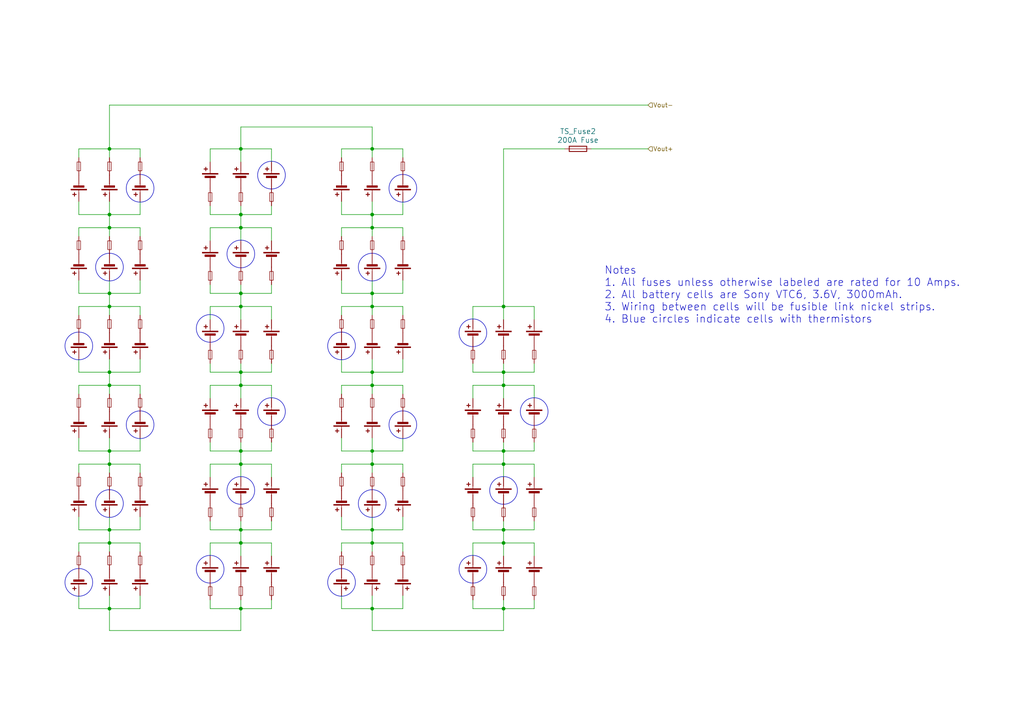
<source format=kicad_sch>
(kicad_sch (version 20230121) (generator eeschema)

  (uuid ec0397ce-18c2-4988-b6c3-a946e16f358a)

  (paper "A4")

  (title_block
    (title "Accumulator Battery Cells")
    (date "2024-02-29")
    (rev "0")
    (company "BYU-Idaho Viking Racing")
  )

  (lib_symbols
    (symbol "Device:Battery_Cell" (pin_numbers hide) (pin_names (offset 0) hide) (in_bom yes) (on_board yes)
      (property "Reference" "BT" (at 2.54 2.54 0)
        (effects (font (size 1.27 1.27)) (justify left))
      )
      (property "Value" "Battery_Cell" (at 2.54 0 0)
        (effects (font (size 1.27 1.27)) (justify left))
      )
      (property "Footprint" "" (at 0 1.524 90)
        (effects (font (size 1.27 1.27)) hide)
      )
      (property "Datasheet" "~" (at 0 1.524 90)
        (effects (font (size 1.27 1.27)) hide)
      )
      (property "ki_keywords" "battery cell" (at 0 0 0)
        (effects (font (size 1.27 1.27)) hide)
      )
      (property "ki_description" "Single-cell battery" (at 0 0 0)
        (effects (font (size 1.27 1.27)) hide)
      )
      (symbol "Battery_Cell_0_1"
        (rectangle (start -2.286 1.778) (end 2.286 1.524)
          (stroke (width 0) (type default))
          (fill (type outline))
        )
        (rectangle (start -1.524 1.016) (end 1.524 0.508)
          (stroke (width 0) (type default))
          (fill (type outline))
        )
        (polyline
          (pts
            (xy 0 0.762)
            (xy 0 0)
          )
          (stroke (width 0) (type default))
          (fill (type none))
        )
        (polyline
          (pts
            (xy 0 1.778)
            (xy 0 2.54)
          )
          (stroke (width 0) (type default))
          (fill (type none))
        )
        (polyline
          (pts
            (xy 0.762 3.048)
            (xy 1.778 3.048)
          )
          (stroke (width 0.254) (type default))
          (fill (type none))
        )
        (polyline
          (pts
            (xy 1.27 3.556)
            (xy 1.27 2.54)
          )
          (stroke (width 0.254) (type default))
          (fill (type none))
        )
      )
      (symbol "Battery_Cell_1_1"
        (pin passive line (at 0 5.08 270) (length 2.54)
          (name "+" (effects (font (size 1.27 1.27))))
          (number "1" (effects (font (size 1.27 1.27))))
        )
        (pin passive line (at 0 -2.54 90) (length 2.54)
          (name "-" (effects (font (size 1.27 1.27))))
          (number "2" (effects (font (size 1.27 1.27))))
        )
      )
    )
    (symbol "Device:Fuse" (pin_numbers hide) (pin_names (offset 0)) (in_bom yes) (on_board yes)
      (property "Reference" "F" (at 2.032 0 90)
        (effects (font (size 1.27 1.27)))
      )
      (property "Value" "Fuse" (at -1.905 0 90)
        (effects (font (size 1.27 1.27)))
      )
      (property "Footprint" "" (at -1.778 0 90)
        (effects (font (size 1.27 1.27)) hide)
      )
      (property "Datasheet" "~" (at 0 0 0)
        (effects (font (size 1.27 1.27)) hide)
      )
      (property "ki_keywords" "fuse" (at 0 0 0)
        (effects (font (size 1.27 1.27)) hide)
      )
      (property "ki_description" "Fuse" (at 0 0 0)
        (effects (font (size 1.27 1.27)) hide)
      )
      (property "ki_fp_filters" "*Fuse*" (at 0 0 0)
        (effects (font (size 1.27 1.27)) hide)
      )
      (symbol "Fuse_0_1"
        (rectangle (start -0.762 -2.54) (end 0.762 2.54)
          (stroke (width 0.254) (type default))
          (fill (type none))
        )
        (polyline
          (pts
            (xy 0 2.54)
            (xy 0 -2.54)
          )
          (stroke (width 0) (type default))
          (fill (type none))
        )
      )
      (symbol "Fuse_1_1"
        (pin passive line (at 0 3.81 270) (length 1.27)
          (name "~" (effects (font (size 1.27 1.27))))
          (number "1" (effects (font (size 1.27 1.27))))
        )
        (pin passive line (at 0 -3.81 90) (length 1.27)
          (name "~" (effects (font (size 1.27 1.27))))
          (number "2" (effects (font (size 1.27 1.27))))
        )
      )
    )
    (symbol "Device:Fuse_Small" (pin_numbers hide) (pin_names (offset 0.254) hide) (in_bom yes) (on_board yes)
      (property "Reference" "F" (at 0 -1.524 0)
        (effects (font (size 1.27 1.27)))
      )
      (property "Value" "Fuse_Small" (at 0 1.524 0)
        (effects (font (size 1.27 1.27)))
      )
      (property "Footprint" "" (at 0 0 0)
        (effects (font (size 1.27 1.27)) hide)
      )
      (property "Datasheet" "~" (at 0 0 0)
        (effects (font (size 1.27 1.27)) hide)
      )
      (property "ki_keywords" "fuse" (at 0 0 0)
        (effects (font (size 1.27 1.27)) hide)
      )
      (property "ki_description" "Fuse, small symbol" (at 0 0 0)
        (effects (font (size 1.27 1.27)) hide)
      )
      (property "ki_fp_filters" "*Fuse*" (at 0 0 0)
        (effects (font (size 1.27 1.27)) hide)
      )
      (symbol "Fuse_Small_0_1"
        (rectangle (start -1.27 0.508) (end 1.27 -0.508)
          (stroke (width 0) (type default))
          (fill (type none))
        )
        (polyline
          (pts
            (xy -1.27 0)
            (xy 1.27 0)
          )
          (stroke (width 0) (type default))
          (fill (type none))
        )
      )
      (symbol "Fuse_Small_1_1"
        (pin passive line (at -2.54 0 0) (length 1.27)
          (name "~" (effects (font (size 1.27 1.27))))
          (number "1" (effects (font (size 1.27 1.27))))
        )
        (pin passive line (at 2.54 0 180) (length 1.27)
          (name "~" (effects (font (size 1.27 1.27))))
          (number "2" (effects (font (size 1.27 1.27))))
        )
      )
    )
  )

  (junction (at 146.05 107.95) (diameter 0) (color 0 0 0 0)
    (uuid 04967c8a-d96e-4d77-9cc2-cbe012b73716)
  )
  (junction (at 31.75 153.67) (diameter 0) (color 0 0 0 0)
    (uuid 08d72292-deda-4e08-9159-76bd631e3c03)
  )
  (junction (at 31.75 176.53) (diameter 0) (color 0 0 0 0)
    (uuid 09e5a13b-1591-48c3-ab44-7a9727de05bd)
  )
  (junction (at 31.75 66.04) (diameter 0) (color 0 0 0 0)
    (uuid 14df9e77-a067-4225-981d-4f7326b9dbc9)
  )
  (junction (at 107.95 85.09) (diameter 0) (color 0 0 0 0)
    (uuid 1988a4f7-6918-48b6-b551-f0c79c82befb)
  )
  (junction (at 146.05 88.9) (diameter 0) (color 0 0 0 0)
    (uuid 1cca679f-c3b1-4108-8b3a-a6a17cc96ad2)
  )
  (junction (at 69.85 130.81) (diameter 0) (color 0 0 0 0)
    (uuid 1ec571cb-6eaf-4717-9080-49791b749d3b)
  )
  (junction (at 107.95 43.18) (diameter 0) (color 0 0 0 0)
    (uuid 2a3a14aa-1f02-4970-a887-f4519ae9f480)
  )
  (junction (at 69.85 153.67) (diameter 0) (color 0 0 0 0)
    (uuid 37facaf4-a4aa-4fd1-8891-8f740e3d24c5)
  )
  (junction (at 107.95 107.95) (diameter 0) (color 0 0 0 0)
    (uuid 3fe9e4ef-a928-4359-9f96-ac277f5b8264)
  )
  (junction (at 107.95 157.48) (diameter 0) (color 0 0 0 0)
    (uuid 418d9367-93ca-4096-b383-ef441cf74278)
  )
  (junction (at 69.85 66.04) (diameter 0) (color 0 0 0 0)
    (uuid 51d568da-5233-4a2f-ac95-60f6c39c9c3a)
  )
  (junction (at 69.85 176.53) (diameter 0) (color 0 0 0 0)
    (uuid 54249374-66ea-4544-a343-d3231934cf7d)
  )
  (junction (at 107.95 130.81) (diameter 0) (color 0 0 0 0)
    (uuid 5dd421ee-ea4a-412a-9350-9dacb5f891c8)
  )
  (junction (at 69.85 157.48) (diameter 0) (color 0 0 0 0)
    (uuid 65b7db0c-5bd9-4cbc-92cc-ac9b1b3a3a7e)
  )
  (junction (at 31.75 43.18) (diameter 0) (color 0 0 0 0)
    (uuid 7370b999-8438-4cee-abcc-32888361c8e5)
  )
  (junction (at 69.85 43.18) (diameter 0) (color 0 0 0 0)
    (uuid 738cd8bc-20cf-4475-b8ee-06da733c6b90)
  )
  (junction (at 31.75 130.81) (diameter 0) (color 0 0 0 0)
    (uuid 7540165f-c63e-4f2d-8019-7ad027c86134)
  )
  (junction (at 107.95 66.04) (diameter 0) (color 0 0 0 0)
    (uuid 784a7a55-32d6-4e12-9047-0590cba3e4d8)
  )
  (junction (at 146.05 176.53) (diameter 0) (color 0 0 0 0)
    (uuid 79ea3cf3-2044-4249-b261-61d3f70d7163)
  )
  (junction (at 146.05 157.48) (diameter 0) (color 0 0 0 0)
    (uuid 7a96b023-3c63-4889-9887-355f038ae261)
  )
  (junction (at 69.85 111.76) (diameter 0) (color 0 0 0 0)
    (uuid 84c7d36f-37db-4e69-bbf7-ef2284bfa3a0)
  )
  (junction (at 31.75 85.09) (diameter 0) (color 0 0 0 0)
    (uuid 886692a5-f201-4122-a00d-561c29380f09)
  )
  (junction (at 107.95 88.9) (diameter 0) (color 0 0 0 0)
    (uuid 8ffa9721-d7e6-40f9-8d98-a658678b5b9a)
  )
  (junction (at 146.05 111.76) (diameter 0) (color 0 0 0 0)
    (uuid a411b720-a8d2-4695-931f-acb92202c3c3)
  )
  (junction (at 31.75 111.76) (diameter 0) (color 0 0 0 0)
    (uuid aaf02e6f-b774-4af9-9deb-bbfb912c3950)
  )
  (junction (at 69.85 107.95) (diameter 0) (color 0 0 0 0)
    (uuid ad940ae0-99cb-41c1-95ac-088ebfbef7c1)
  )
  (junction (at 146.05 153.67) (diameter 0) (color 0 0 0 0)
    (uuid b54aaa66-5d25-43d0-a47e-99147fb13a2b)
  )
  (junction (at 107.95 176.53) (diameter 0) (color 0 0 0 0)
    (uuid b87f8f55-d11a-458a-9f23-9679af7fd473)
  )
  (junction (at 31.75 62.23) (diameter 0) (color 0 0 0 0)
    (uuid ba149230-8397-4da7-b412-d11e1338994a)
  )
  (junction (at 107.95 111.76) (diameter 0) (color 0 0 0 0)
    (uuid bc6ddd0a-2303-456c-b4df-956432ac3d7f)
  )
  (junction (at 31.75 107.95) (diameter 0) (color 0 0 0 0)
    (uuid c4321ab3-8a0c-477a-8c6a-f324b61548b1)
  )
  (junction (at 107.95 134.62) (diameter 0) (color 0 0 0 0)
    (uuid cb993b76-70e6-4791-a797-3073a6395c07)
  )
  (junction (at 107.95 62.23) (diameter 0) (color 0 0 0 0)
    (uuid d5a6bef8-5816-4b51-b920-78cedc035bad)
  )
  (junction (at 31.75 157.48) (diameter 0) (color 0 0 0 0)
    (uuid d5f78d54-a5fb-4d37-9b89-9fd9903fdb3f)
  )
  (junction (at 69.85 88.9) (diameter 0) (color 0 0 0 0)
    (uuid d859edb7-181a-4fc1-8328-4858a790465b)
  )
  (junction (at 31.75 134.62) (diameter 0) (color 0 0 0 0)
    (uuid de135428-8d05-4a8c-8b42-d65f9a1d4e60)
  )
  (junction (at 31.75 88.9) (diameter 0) (color 0 0 0 0)
    (uuid dfa2ac23-c832-4e5e-a197-56beac525290)
  )
  (junction (at 146.05 130.81) (diameter 0) (color 0 0 0 0)
    (uuid e2e4b7fa-b2de-4894-a8b3-6749e1cba896)
  )
  (junction (at 69.85 62.23) (diameter 0) (color 0 0 0 0)
    (uuid e9e088c6-fbad-4047-a711-47dafcbbbc5a)
  )
  (junction (at 107.95 153.67) (diameter 0) (color 0 0 0 0)
    (uuid f1840758-dac8-495c-8031-ad50059e4171)
  )
  (junction (at 69.85 134.62) (diameter 0) (color 0 0 0 0)
    (uuid fbc9c25c-e58a-4351-b8e8-b5d8815fd76e)
  )
  (junction (at 146.05 134.62) (diameter 0) (color 0 0 0 0)
    (uuid ff02fb54-1bdd-400d-b622-a5a1d357543c)
  )
  (junction (at 69.85 85.09) (diameter 0) (color 0 0 0 0)
    (uuid ff18aa9b-2b58-4b44-9b25-156c13752009)
  )

  (wire (pts (xy 107.95 43.18) (xy 99.06 43.18))
    (stroke (width 0) (type default))
    (uuid 00d6997a-743f-4bc5-a9d8-376a28735786)
  )
  (wire (pts (xy 60.96 128.27) (xy 60.96 130.81))
    (stroke (width 0) (type default))
    (uuid 015b1940-d67a-4d93-8f7f-c70494f37e19)
  )
  (wire (pts (xy 22.86 153.67) (xy 22.86 149.86))
    (stroke (width 0) (type default))
    (uuid 01c70e7f-835b-4dcb-9a81-2839fd523b5f)
  )
  (wire (pts (xy 22.86 68.58) (xy 22.86 66.04))
    (stroke (width 0) (type default))
    (uuid 01fee321-faba-406b-a58c-2ab2bf77b7a0)
  )
  (wire (pts (xy 69.85 130.81) (xy 60.96 130.81))
    (stroke (width 0) (type default))
    (uuid 0349e248-48e8-46b2-a8f5-ef395e54ffac)
  )
  (wire (pts (xy 107.95 153.67) (xy 107.95 149.86))
    (stroke (width 0) (type default))
    (uuid 04b54b90-9ea3-4e9d-92f3-21399348a523)
  )
  (wire (pts (xy 31.75 153.67) (xy 31.75 157.48))
    (stroke (width 0) (type default))
    (uuid 04d722c3-7d05-4a97-ad20-3c9e327e8065)
  )
  (wire (pts (xy 99.06 137.16) (xy 99.06 134.62))
    (stroke (width 0) (type default))
    (uuid 04e563af-0a9a-479e-88c8-f39687ff310f)
  )
  (wire (pts (xy 99.06 153.67) (xy 99.06 149.86))
    (stroke (width 0) (type default))
    (uuid 05e720de-721d-447e-9d2f-c1e2c7853fe4)
  )
  (wire (pts (xy 116.84 43.18) (xy 107.95 43.18))
    (stroke (width 0) (type default))
    (uuid 06255bb6-15cc-426c-b93d-f27eb320953b)
  )
  (wire (pts (xy 107.95 107.95) (xy 107.95 111.76))
    (stroke (width 0) (type default))
    (uuid 0635eb44-7af3-45ee-a66c-8aa75308117e)
  )
  (wire (pts (xy 40.64 68.58) (xy 40.64 66.04))
    (stroke (width 0) (type default))
    (uuid 073c6b61-b04e-49b6-870c-3aafc693c889)
  )
  (wire (pts (xy 78.74 62.23) (xy 69.85 62.23))
    (stroke (width 0) (type default))
    (uuid 0749ed54-dead-4553-b3e4-ae9fc4878f68)
  )
  (wire (pts (xy 31.75 176.53) (xy 31.75 182.88))
    (stroke (width 0) (type default))
    (uuid 07d633dd-cea6-4c7b-b1cf-ddf989096489)
  )
  (wire (pts (xy 146.05 134.62) (xy 137.16 134.62))
    (stroke (width 0) (type default))
    (uuid 096be6f6-4e26-4e85-897c-0912423b5552)
  )
  (wire (pts (xy 99.06 91.44) (xy 99.06 88.9))
    (stroke (width 0) (type default))
    (uuid 09956a0f-49b2-4414-aeb1-4fbea40328ff)
  )
  (wire (pts (xy 146.05 130.81) (xy 137.16 130.81))
    (stroke (width 0) (type default))
    (uuid 09bc0a5f-fd5e-4f78-8241-8a4feae5b049)
  )
  (wire (pts (xy 107.95 130.81) (xy 99.06 130.81))
    (stroke (width 0) (type default))
    (uuid 0cd53a34-247e-4d31-8888-a9c2341f1759)
  )
  (wire (pts (xy 171.45 43.18) (xy 187.96 43.18))
    (stroke (width 0) (type default))
    (uuid 0e1ae50d-d51a-415a-8b76-2a3d63c745a4)
  )
  (wire (pts (xy 107.95 160.02) (xy 107.95 157.48))
    (stroke (width 0) (type default))
    (uuid 0fa0b8bd-b6e8-46da-92fc-7fc56d48504f)
  )
  (wire (pts (xy 116.84 85.09) (xy 116.84 81.28))
    (stroke (width 0) (type default))
    (uuid 10ad916a-d7c9-4044-81d9-c6f3027452fd)
  )
  (wire (pts (xy 107.95 130.81) (xy 107.95 127))
    (stroke (width 0) (type default))
    (uuid 113e21bc-dd13-427f-afe7-44b0ec2c8a4f)
  )
  (wire (pts (xy 78.74 85.09) (xy 69.85 85.09))
    (stroke (width 0) (type default))
    (uuid 11a904b3-4e3e-42f0-b6f0-a3ff8ce17983)
  )
  (wire (pts (xy 78.74 59.69) (xy 78.74 62.23))
    (stroke (width 0) (type default))
    (uuid 124019aa-28f7-45b1-a1c7-4b20b1474416)
  )
  (wire (pts (xy 78.74 151.13) (xy 78.74 153.67))
    (stroke (width 0) (type default))
    (uuid 12d513f3-5d5c-4b39-a6b8-a63572fcbfbf)
  )
  (wire (pts (xy 137.16 128.27) (xy 137.16 130.81))
    (stroke (width 0) (type default))
    (uuid 1336a648-abaf-4053-81fc-4652b331ebf2)
  )
  (wire (pts (xy 31.75 88.9) (xy 22.86 88.9))
    (stroke (width 0) (type default))
    (uuid 13c3bf05-626b-47c7-8425-04655d47bc89)
  )
  (wire (pts (xy 22.86 62.23) (xy 22.86 58.42))
    (stroke (width 0) (type default))
    (uuid 1446c4b2-0e11-4cce-8da6-0201d48b0510)
  )
  (wire (pts (xy 78.74 128.27) (xy 78.74 130.81))
    (stroke (width 0) (type default))
    (uuid 14f0a0c0-d05e-4fdb-aa72-285350956b87)
  )
  (wire (pts (xy 78.74 111.76) (xy 78.74 115.57))
    (stroke (width 0) (type default))
    (uuid 17112093-5113-45bb-bfae-c89ecb38468a)
  )
  (wire (pts (xy 78.74 88.9) (xy 78.74 92.71))
    (stroke (width 0) (type default))
    (uuid 173fdda6-5670-4c81-8d4a-ae28935f81c8)
  )
  (wire (pts (xy 107.95 176.53) (xy 107.95 182.88))
    (stroke (width 0) (type default))
    (uuid 1780bb05-00b0-490d-aeaa-2ec35f601d23)
  )
  (wire (pts (xy 31.75 176.53) (xy 22.86 176.53))
    (stroke (width 0) (type default))
    (uuid 1890b5aa-5a79-4e52-a0c0-78ff23136c53)
  )
  (wire (pts (xy 107.95 176.53) (xy 107.95 172.72))
    (stroke (width 0) (type default))
    (uuid 18b7382c-4812-4499-a853-f00409de0455)
  )
  (wire (pts (xy 69.85 130.81) (xy 69.85 134.62))
    (stroke (width 0) (type default))
    (uuid 1afbc25c-1ce8-4f77-99cc-40c5ce295974)
  )
  (wire (pts (xy 78.74 176.53) (xy 69.85 176.53))
    (stroke (width 0) (type default))
    (uuid 1c797259-ad21-4558-85fb-049def3e96be)
  )
  (wire (pts (xy 137.16 88.9) (xy 137.16 92.71))
    (stroke (width 0) (type default))
    (uuid 1c9e62b7-5433-4a97-bebb-4282c96eb6d2)
  )
  (wire (pts (xy 116.84 137.16) (xy 116.84 134.62))
    (stroke (width 0) (type default))
    (uuid 1cacf3f9-a1b5-43d8-81e6-06b4a7e31bbe)
  )
  (wire (pts (xy 154.94 134.62) (xy 154.94 138.43))
    (stroke (width 0) (type default))
    (uuid 1dcba310-0606-4049-a1b1-43598602c3e1)
  )
  (wire (pts (xy 40.64 137.16) (xy 40.64 134.62))
    (stroke (width 0) (type default))
    (uuid 1f7c905b-beee-4e44-af47-4200141ffd3c)
  )
  (wire (pts (xy 107.95 91.44) (xy 107.95 88.9))
    (stroke (width 0) (type default))
    (uuid 21bcab9e-1ce8-4e75-9847-b2e043943570)
  )
  (wire (pts (xy 31.75 111.76) (xy 22.86 111.76))
    (stroke (width 0) (type default))
    (uuid 22350227-1cba-4b7c-8f56-7ab27439d08e)
  )
  (wire (pts (xy 22.86 85.09) (xy 22.86 81.28))
    (stroke (width 0) (type default))
    (uuid 240bf9a7-c097-44e1-8cff-0e63c6ba1444)
  )
  (wire (pts (xy 31.75 130.81) (xy 31.75 134.62))
    (stroke (width 0) (type default))
    (uuid 241eb23f-89bc-48f0-a6b1-70264f569313)
  )
  (wire (pts (xy 146.05 182.88) (xy 146.05 176.53))
    (stroke (width 0) (type default))
    (uuid 251da6c1-de1e-4c66-9f4b-dc5e9fc7ee52)
  )
  (wire (pts (xy 40.64 153.67) (xy 40.64 149.86))
    (stroke (width 0) (type default))
    (uuid 263294d8-1854-45b1-9992-5c8d75a4471f)
  )
  (wire (pts (xy 116.84 107.95) (xy 107.95 107.95))
    (stroke (width 0) (type default))
    (uuid 268ce71d-caf2-409d-94fb-c682714e32b0)
  )
  (wire (pts (xy 99.06 157.48) (xy 107.95 157.48))
    (stroke (width 0) (type default))
    (uuid 26b4055a-9fcb-4e84-a2a6-eb484e84c462)
  )
  (wire (pts (xy 154.94 111.76) (xy 146.05 111.76))
    (stroke (width 0) (type default))
    (uuid 26f4c4b5-b408-403f-96c9-b80303f9fe70)
  )
  (wire (pts (xy 69.85 62.23) (xy 60.96 62.23))
    (stroke (width 0) (type default))
    (uuid 27842e3a-8495-40e1-9e0e-6f8b5034d720)
  )
  (wire (pts (xy 154.94 111.76) (xy 154.94 115.57))
    (stroke (width 0) (type default))
    (uuid 2895109c-5ca3-4072-8e08-21b0c15a2e66)
  )
  (wire (pts (xy 107.95 182.88) (xy 146.05 182.88))
    (stroke (width 0) (type default))
    (uuid 29cee562-6bc5-4a77-9601-bdd9bfff7d47)
  )
  (wire (pts (xy 107.95 88.9) (xy 99.06 88.9))
    (stroke (width 0) (type default))
    (uuid 2a5744db-755e-4f8e-a002-3e4c698f5f04)
  )
  (wire (pts (xy 22.86 137.16) (xy 22.86 134.62))
    (stroke (width 0) (type default))
    (uuid 2ac688a1-cb88-47c6-abfa-c379929d346b)
  )
  (wire (pts (xy 146.05 130.81) (xy 146.05 134.62))
    (stroke (width 0) (type default))
    (uuid 2ae90dca-bb8b-4b21-84ad-ff169f9a2759)
  )
  (wire (pts (xy 69.85 111.76) (xy 69.85 115.57))
    (stroke (width 0) (type default))
    (uuid 2b498b96-86d0-4d61-9b2c-286604a0d6ea)
  )
  (wire (pts (xy 60.96 43.18) (xy 60.96 46.99))
    (stroke (width 0) (type default))
    (uuid 304aea1a-e697-45bb-8773-3b27d790ca56)
  )
  (wire (pts (xy 60.96 105.41) (xy 60.96 107.95))
    (stroke (width 0) (type default))
    (uuid 30e529f1-45a0-4cc2-bff8-4ecadc9d20d4)
  )
  (wire (pts (xy 31.75 85.09) (xy 22.86 85.09))
    (stroke (width 0) (type default))
    (uuid 31111f02-69f0-498c-b27e-e025a9b79915)
  )
  (wire (pts (xy 116.84 130.81) (xy 107.95 130.81))
    (stroke (width 0) (type default))
    (uuid 315b8d71-99a5-45e5-836a-3d491a8fe70f)
  )
  (wire (pts (xy 137.16 111.76) (xy 137.16 115.57))
    (stroke (width 0) (type default))
    (uuid 327e2880-46ea-4b69-8f79-4f8b57cda450)
  )
  (wire (pts (xy 107.95 107.95) (xy 99.06 107.95))
    (stroke (width 0) (type default))
    (uuid 34387f59-607f-42ee-9033-c198e7b75cc2)
  )
  (wire (pts (xy 107.95 85.09) (xy 107.95 88.9))
    (stroke (width 0) (type default))
    (uuid 344d1b78-9340-4fa5-abad-b193da987458)
  )
  (wire (pts (xy 31.75 134.62) (xy 22.86 134.62))
    (stroke (width 0) (type default))
    (uuid 36723270-25d9-4f8a-9ade-ef54ee70c63a)
  )
  (wire (pts (xy 107.95 66.04) (xy 99.06 66.04))
    (stroke (width 0) (type default))
    (uuid 368be80a-4879-41a7-a96c-0b72e0eb22fd)
  )
  (wire (pts (xy 31.75 43.18) (xy 31.75 30.48))
    (stroke (width 0) (type default))
    (uuid 36b5f7b6-83d7-40ac-a3eb-59b88e652a70)
  )
  (wire (pts (xy 40.64 111.76) (xy 31.75 111.76))
    (stroke (width 0) (type default))
    (uuid 3786fb3a-bd33-4e44-9b52-540d26b3eb47)
  )
  (wire (pts (xy 40.64 88.9) (xy 31.75 88.9))
    (stroke (width 0) (type default))
    (uuid 378e333d-1a9a-446e-a136-460076846d91)
  )
  (wire (pts (xy 116.84 62.23) (xy 107.95 62.23))
    (stroke (width 0) (type default))
    (uuid 3a5a6434-bc12-42ba-8c28-57a16cb48ce9)
  )
  (wire (pts (xy 78.74 153.67) (xy 69.85 153.67))
    (stroke (width 0) (type default))
    (uuid 3a980a5c-0244-424e-9914-41dbcd2cca5a)
  )
  (wire (pts (xy 116.84 153.67) (xy 116.84 149.86))
    (stroke (width 0) (type default))
    (uuid 3b3c827b-c1a5-46e2-a3d3-add65c1a820f)
  )
  (wire (pts (xy 40.64 66.04) (xy 31.75 66.04))
    (stroke (width 0) (type default))
    (uuid 3c30eaf3-b89d-47a2-9751-54ac653b150c)
  )
  (wire (pts (xy 154.94 107.95) (xy 146.05 107.95))
    (stroke (width 0) (type default))
    (uuid 3f8b2a42-8751-4fe9-ad5a-3f7295f2ac51)
  )
  (wire (pts (xy 146.05 88.9) (xy 137.16 88.9))
    (stroke (width 0) (type default))
    (uuid 4013ff4a-9d1d-4575-8fe2-869a14af0612)
  )
  (wire (pts (xy 31.75 107.95) (xy 31.75 111.76))
    (stroke (width 0) (type default))
    (uuid 403cc800-6551-4d06-b10d-13781065df18)
  )
  (wire (pts (xy 146.05 157.48) (xy 146.05 161.29))
    (stroke (width 0) (type default))
    (uuid 4114583b-d3fd-4d51-811e-1c52edbe6ade)
  )
  (wire (pts (xy 31.75 107.95) (xy 31.75 104.14))
    (stroke (width 0) (type default))
    (uuid 417cd9ac-593c-4654-a44c-4b2dcf348c30)
  )
  (wire (pts (xy 69.85 134.62) (xy 69.85 138.43))
    (stroke (width 0) (type default))
    (uuid 42887f85-cea0-4e7c-91e5-dc34338016e9)
  )
  (wire (pts (xy 116.84 85.09) (xy 107.95 85.09))
    (stroke (width 0) (type default))
    (uuid 43e51355-3764-4001-b615-c9b942d08b10)
  )
  (wire (pts (xy 60.96 173.99) (xy 60.96 176.53))
    (stroke (width 0) (type default))
    (uuid 45d954ec-dbe6-4a5d-9b6d-1d00f35709d7)
  )
  (wire (pts (xy 69.85 85.09) (xy 60.96 85.09))
    (stroke (width 0) (type default))
    (uuid 460f59ce-e135-4368-b838-52ee535260b9)
  )
  (wire (pts (xy 116.84 114.3) (xy 116.84 111.76))
    (stroke (width 0) (type default))
    (uuid 4629cefe-2663-4b79-abf2-f5deb93c5d8e)
  )
  (wire (pts (xy 116.84 66.04) (xy 107.95 66.04))
    (stroke (width 0) (type default))
    (uuid 47a01513-0581-460c-8a77-6ae5627cbdcd)
  )
  (wire (pts (xy 146.05 153.67) (xy 146.05 157.48))
    (stroke (width 0) (type default))
    (uuid 488c81ea-9b37-4f3c-81e9-b68f6b5a9ba4)
  )
  (wire (pts (xy 146.05 88.9) (xy 146.05 43.18))
    (stroke (width 0) (type default))
    (uuid 4a14c028-f7f0-48e3-9ba9-bad1239c4eb6)
  )
  (wire (pts (xy 107.95 111.76) (xy 99.06 111.76))
    (stroke (width 0) (type default))
    (uuid 4c1b793a-d423-4822-b0f0-1b44b95b0641)
  )
  (wire (pts (xy 154.94 176.53) (xy 146.05 176.53))
    (stroke (width 0) (type default))
    (uuid 4f89d681-56a9-440d-ba11-cd291b98e576)
  )
  (wire (pts (xy 31.75 182.88) (xy 69.85 182.88))
    (stroke (width 0) (type default))
    (uuid 4fa78fe5-4cd7-442e-a643-be903e26a0ba)
  )
  (wire (pts (xy 107.95 137.16) (xy 107.95 134.62))
    (stroke (width 0) (type default))
    (uuid 4fcbdf20-859d-40e3-a1de-7e8e627b7910)
  )
  (wire (pts (xy 99.06 45.72) (xy 99.06 43.18))
    (stroke (width 0) (type default))
    (uuid 4fe59969-b857-4b36-b03b-2008509cdcb7)
  )
  (wire (pts (xy 137.16 151.13) (xy 137.16 153.67))
    (stroke (width 0) (type default))
    (uuid 50be94af-ea95-4e61-9063-a2179a9f5924)
  )
  (wire (pts (xy 78.74 43.18) (xy 78.74 46.99))
    (stroke (width 0) (type default))
    (uuid 51031d12-f436-45c0-8eb8-9a4e30e65343)
  )
  (wire (pts (xy 146.05 107.95) (xy 137.16 107.95))
    (stroke (width 0) (type default))
    (uuid 525074f8-3cd2-474e-9165-84a7896d1cff)
  )
  (wire (pts (xy 154.94 157.48) (xy 154.94 161.29))
    (stroke (width 0) (type default))
    (uuid 531a2fce-7a51-4f29-b3a5-d0eded8b8356)
  )
  (wire (pts (xy 137.16 105.41) (xy 137.16 107.95))
    (stroke (width 0) (type default))
    (uuid 538d6e6a-c629-4229-9ebb-48a5c507771d)
  )
  (wire (pts (xy 31.75 91.44) (xy 31.75 88.9))
    (stroke (width 0) (type default))
    (uuid 541b1b2a-3af1-4332-a729-63ddc2cb34b4)
  )
  (wire (pts (xy 78.74 134.62) (xy 78.74 138.43))
    (stroke (width 0) (type default))
    (uuid 54bd53ff-8894-4f92-86fe-932acb9e6399)
  )
  (wire (pts (xy 40.64 114.3) (xy 40.64 111.76))
    (stroke (width 0) (type default))
    (uuid 54e8da57-47d9-4bad-8849-a07735baaced)
  )
  (wire (pts (xy 31.75 66.04) (xy 22.86 66.04))
    (stroke (width 0) (type default))
    (uuid 5544f056-10c8-4e8f-9f70-c127e085c6f6)
  )
  (wire (pts (xy 69.85 134.62) (xy 60.96 134.62))
    (stroke (width 0) (type default))
    (uuid 572bb1b8-b834-4b7e-ab9b-f5a055be9fcb)
  )
  (wire (pts (xy 116.84 68.58) (xy 116.84 66.04))
    (stroke (width 0) (type default))
    (uuid 575573f9-fd70-438f-b5a2-ec7a962baba6)
  )
  (wire (pts (xy 107.95 107.95) (xy 107.95 104.14))
    (stroke (width 0) (type default))
    (uuid 5922f0cb-e566-4ac3-995d-3c6a328c37b7)
  )
  (wire (pts (xy 116.84 62.23) (xy 116.84 58.42))
    (stroke (width 0) (type default))
    (uuid 59dc7464-333b-42aa-a515-a7bbe1216f26)
  )
  (wire (pts (xy 69.85 107.95) (xy 69.85 111.76))
    (stroke (width 0) (type default))
    (uuid 5aa8f14f-5d39-4e8d-bff3-772ddb6b49db)
  )
  (wire (pts (xy 154.94 88.9) (xy 154.94 92.71))
    (stroke (width 0) (type default))
    (uuid 5bb404bb-f5a0-4fe8-8bf2-ecefb8f33f19)
  )
  (wire (pts (xy 69.85 43.18) (xy 69.85 46.99))
    (stroke (width 0) (type default))
    (uuid 5e14b99f-d593-4923-9246-7d65f56babf6)
  )
  (wire (pts (xy 22.86 91.44) (xy 22.86 88.9))
    (stroke (width 0) (type default))
    (uuid 5eee8e31-9640-4129-84c6-2aae49760869)
  )
  (wire (pts (xy 154.94 128.27) (xy 154.94 130.81))
    (stroke (width 0) (type default))
    (uuid 616f93ef-52d0-4921-975d-3c815ba10e35)
  )
  (wire (pts (xy 154.94 130.81) (xy 146.05 130.81))
    (stroke (width 0) (type default))
    (uuid 61c3ea8b-fe81-43a5-814b-647cc484cef7)
  )
  (wire (pts (xy 78.74 105.41) (xy 78.74 107.95))
    (stroke (width 0) (type default))
    (uuid 62290eac-3c4c-4fdd-8a39-c2cec8599bfb)
  )
  (wire (pts (xy 69.85 43.18) (xy 69.85 36.83))
    (stroke (width 0) (type default))
    (uuid 63ee7504-c97c-4e57-9954-09dd5bfdf71e)
  )
  (wire (pts (xy 31.75 157.48) (xy 22.86 157.48))
    (stroke (width 0) (type default))
    (uuid 649c46e3-c4e5-41d1-9df3-a0895408963f)
  )
  (wire (pts (xy 40.64 85.09) (xy 31.75 85.09))
    (stroke (width 0) (type default))
    (uuid 64b34152-48bb-439f-912c-4b6400426642)
  )
  (wire (pts (xy 40.64 176.53) (xy 40.64 172.72))
    (stroke (width 0) (type default))
    (uuid 664768dd-2e9a-4217-af97-8d397aa3aa39)
  )
  (wire (pts (xy 40.64 85.09) (xy 40.64 81.28))
    (stroke (width 0) (type default))
    (uuid 6664a39d-9ebc-4a37-9e67-cac89ba609d7)
  )
  (wire (pts (xy 69.85 36.83) (xy 107.95 36.83))
    (stroke (width 0) (type default))
    (uuid 6761e58f-85c9-4fb8-ad08-b53a9d653918)
  )
  (wire (pts (xy 31.75 160.02) (xy 31.75 157.48))
    (stroke (width 0) (type default))
    (uuid 6975c736-c50a-481e-9496-fa040128b640)
  )
  (wire (pts (xy 40.64 62.23) (xy 40.64 58.42))
    (stroke (width 0) (type default))
    (uuid 69ead167-82c3-4ebe-b0bc-b954f3423afb)
  )
  (wire (pts (xy 116.84 130.81) (xy 116.84 127))
    (stroke (width 0) (type default))
    (uuid 6b0e76bb-05dc-470a-8264-e77d386f10fb)
  )
  (wire (pts (xy 78.74 157.48) (xy 78.74 161.29))
    (stroke (width 0) (type default))
    (uuid 6d551319-bd86-4685-aa4b-36b000eef782)
  )
  (wire (pts (xy 107.95 85.09) (xy 99.06 85.09))
    (stroke (width 0) (type default))
    (uuid 6e0d865e-2b55-42ae-b2e3-4cdd69fba8e6)
  )
  (wire (pts (xy 99.06 130.81) (xy 99.06 127))
    (stroke (width 0) (type default))
    (uuid 6eae7204-dc93-4b08-b9ba-eafa7b2b217c)
  )
  (wire (pts (xy 107.95 134.62) (xy 99.06 134.62))
    (stroke (width 0) (type default))
    (uuid 706a6f4d-f260-4051-a948-eaa20f91f4d7)
  )
  (wire (pts (xy 99.06 107.95) (xy 99.06 104.14))
    (stroke (width 0) (type default))
    (uuid 71f9f077-364e-46fa-88db-f3999f884dd4)
  )
  (wire (pts (xy 146.05 43.18) (xy 163.83 43.18))
    (stroke (width 0) (type default))
    (uuid 742e7958-8417-461d-97ea-0efb72758b28)
  )
  (wire (pts (xy 146.05 111.76) (xy 146.05 115.57))
    (stroke (width 0) (type default))
    (uuid 74a8c9b5-0b47-482b-b3b1-e858033ec4f2)
  )
  (wire (pts (xy 78.74 134.62) (xy 69.85 134.62))
    (stroke (width 0) (type default))
    (uuid 74d36aed-adf8-4882-a37c-aa016618d083)
  )
  (wire (pts (xy 40.64 107.95) (xy 31.75 107.95))
    (stroke (width 0) (type default))
    (uuid 777129c8-f0e3-4f56-bb35-acf0d9b44ed2)
  )
  (wire (pts (xy 107.95 157.48) (xy 116.84 157.48))
    (stroke (width 0) (type default))
    (uuid 7779decd-9ca8-45c3-bde8-01e60c9fb326)
  )
  (wire (pts (xy 154.94 173.99) (xy 154.94 176.53))
    (stroke (width 0) (type default))
    (uuid 78d029dc-729c-47f3-b615-ad5c986527fe)
  )
  (wire (pts (xy 40.64 91.44) (xy 40.64 88.9))
    (stroke (width 0) (type default))
    (uuid 79078653-e0ce-4aed-949e-c461b41b76c8)
  )
  (wire (pts (xy 116.84 176.53) (xy 116.84 172.72))
    (stroke (width 0) (type default))
    (uuid 792f7097-0b85-4177-915b-7bd3b93e0f79)
  )
  (wire (pts (xy 22.86 160.02) (xy 22.86 157.48))
    (stroke (width 0) (type default))
    (uuid 79a36a92-6a95-449f-bc60-ae97e5fd37d0)
  )
  (wire (pts (xy 154.94 134.62) (xy 146.05 134.62))
    (stroke (width 0) (type default))
    (uuid 7b02dc7d-4f4f-4ccb-a649-c52470c3fc38)
  )
  (wire (pts (xy 40.64 130.81) (xy 31.75 130.81))
    (stroke (width 0) (type default))
    (uuid 7ba7647e-cbae-453b-9c0d-2959a68cda0c)
  )
  (wire (pts (xy 22.86 176.53) (xy 22.86 172.72))
    (stroke (width 0) (type default))
    (uuid 7bb56db9-00a9-46a5-b56c-e207abfe6fec)
  )
  (wire (pts (xy 116.84 160.02) (xy 116.84 157.48))
    (stroke (width 0) (type default))
    (uuid 7cd3427b-d6ed-481b-8cc5-6b686e8895b6)
  )
  (wire (pts (xy 40.64 45.72) (xy 40.64 43.18))
    (stroke (width 0) (type default))
    (uuid 7e720fa4-25f5-4a9a-82c1-fc5fb7076a58)
  )
  (wire (pts (xy 31.75 137.16) (xy 31.75 134.62))
    (stroke (width 0) (type default))
    (uuid 7eb65b6c-4bd8-40dd-8f1b-a879baa9f2d1)
  )
  (wire (pts (xy 69.85 88.9) (xy 69.85 92.71))
    (stroke (width 0) (type default))
    (uuid 7fc1d5c5-395b-4c2a-b5c0-b6d1cdf12c6d)
  )
  (wire (pts (xy 31.75 85.09) (xy 31.75 88.9))
    (stroke (width 0) (type default))
    (uuid 7fcc82d7-6efe-48ed-a26b-2569a6103ebc)
  )
  (wire (pts (xy 69.85 43.18) (xy 60.96 43.18))
    (stroke (width 0) (type default))
    (uuid 8162803c-a50f-4b81-a116-61bbd7b8e6aa)
  )
  (wire (pts (xy 146.05 111.76) (xy 137.16 111.76))
    (stroke (width 0) (type default))
    (uuid 81700d06-4b32-4cf7-b04c-63801a95fe29)
  )
  (wire (pts (xy 69.85 176.53) (xy 60.96 176.53))
    (stroke (width 0) (type default))
    (uuid 82089a82-56aa-4bc7-9ef5-73e3cfc94b23)
  )
  (wire (pts (xy 99.06 176.53) (xy 99.06 172.72))
    (stroke (width 0) (type default))
    (uuid 820ceb66-236e-4ad6-aa11-984071a764fd)
  )
  (wire (pts (xy 69.85 157.48) (xy 60.96 157.48))
    (stroke (width 0) (type default))
    (uuid 831f28f3-b989-424c-87d1-5501acd62abf)
  )
  (wire (pts (xy 116.84 153.67) (xy 107.95 153.67))
    (stroke (width 0) (type default))
    (uuid 834a7e36-20e6-49df-b331-35ddf4fdeede)
  )
  (wire (pts (xy 154.94 157.48) (xy 146.05 157.48))
    (stroke (width 0) (type default))
    (uuid 83f33882-c018-433f-8901-4707cc5e367c)
  )
  (wire (pts (xy 69.85 66.04) (xy 60.96 66.04))
    (stroke (width 0) (type default))
    (uuid 84100520-e132-4298-9065-8c7588760ae2)
  )
  (wire (pts (xy 31.75 130.81) (xy 31.75 127))
    (stroke (width 0) (type default))
    (uuid 84776ee4-808c-4b81-af7f-01499ff9cf41)
  )
  (wire (pts (xy 31.75 30.48) (xy 187.96 30.48))
    (stroke (width 0) (type default))
    (uuid 8562a68a-9444-4502-bb36-aeb0832c26c2)
  )
  (wire (pts (xy 31.75 43.18) (xy 22.86 43.18))
    (stroke (width 0) (type default))
    (uuid 87ea9331-fdc8-4411-b354-922ccfd53b11)
  )
  (wire (pts (xy 31.75 62.23) (xy 22.86 62.23))
    (stroke (width 0) (type default))
    (uuid 8a1fa9a0-6715-4087-85db-5ea62be259bb)
  )
  (wire (pts (xy 69.85 173.99) (xy 69.85 176.53))
    (stroke (width 0) (type default))
    (uuid 8b91b7be-e2ba-44cb-aa20-d0d52c7e2e69)
  )
  (wire (pts (xy 22.86 107.95) (xy 22.86 104.14))
    (stroke (width 0) (type default))
    (uuid 8e44a683-cbb2-44e9-bd1a-da0fc7b342e4)
  )
  (wire (pts (xy 31.75 153.67) (xy 22.86 153.67))
    (stroke (width 0) (type default))
    (uuid 9019ed14-8204-48d0-afcf-0cbd76792f27)
  )
  (wire (pts (xy 146.05 173.99) (xy 146.05 176.53))
    (stroke (width 0) (type default))
    (uuid 90457d45-04a5-4759-ab5b-d54f191719f7)
  )
  (wire (pts (xy 99.06 85.09) (xy 99.06 81.28))
    (stroke (width 0) (type default))
    (uuid 908ca8a1-788e-45fe-9b08-8459871323a2)
  )
  (wire (pts (xy 60.96 157.48) (xy 60.96 161.29))
    (stroke (width 0) (type default))
    (uuid 921f410f-35d4-4fef-b048-eff3b02bb98c)
  )
  (wire (pts (xy 78.74 88.9) (xy 69.85 88.9))
    (stroke (width 0) (type default))
    (uuid 92a5d0e4-f4f4-4a95-87a6-99f5139b8596)
  )
  (wire (pts (xy 146.05 105.41) (xy 146.05 107.95))
    (stroke (width 0) (type default))
    (uuid 932a0892-1ed2-4903-bcaf-08ab0a23e860)
  )
  (wire (pts (xy 107.95 153.67) (xy 99.06 153.67))
    (stroke (width 0) (type default))
    (uuid 95d4ba05-2c1e-431a-95a7-7ee4ef5ad59a)
  )
  (wire (pts (xy 31.75 85.09) (xy 31.75 81.28))
    (stroke (width 0) (type default))
    (uuid 96ebdf33-63db-4b1b-a155-2f32ba769ac1)
  )
  (wire (pts (xy 69.85 62.23) (xy 69.85 66.04))
    (stroke (width 0) (type default))
    (uuid 96ff1be2-5f0c-4448-9b5e-f0d17d3ec05d)
  )
  (wire (pts (xy 78.74 111.76) (xy 69.85 111.76))
    (stroke (width 0) (type default))
    (uuid 98c1ed16-8cae-41d0-bfaf-d673007a5cbf)
  )
  (wire (pts (xy 69.85 105.41) (xy 69.85 107.95))
    (stroke (width 0) (type default))
    (uuid 990d9596-210f-433d-9325-54b3d7412b13)
  )
  (wire (pts (xy 69.85 88.9) (xy 60.96 88.9))
    (stroke (width 0) (type default))
    (uuid 99557a77-e029-48fa-861b-087ac0e21626)
  )
  (wire (pts (xy 78.74 173.99) (xy 78.74 176.53))
    (stroke (width 0) (type default))
    (uuid 99b023ed-b475-487c-bdd7-427c44792601)
  )
  (wire (pts (xy 116.84 107.95) (xy 116.84 104.14))
    (stroke (width 0) (type default))
    (uuid 9a8c24c9-9fe4-4fc6-a2d7-9d14193c86d9)
  )
  (wire (pts (xy 60.96 151.13) (xy 60.96 153.67))
    (stroke (width 0) (type default))
    (uuid 9b9770cd-d9ca-4344-8691-508b976076b9)
  )
  (wire (pts (xy 69.85 66.04) (xy 69.85 69.85))
    (stroke (width 0) (type default))
    (uuid 9c2df3b2-a337-4232-9e59-750ffe1f896b)
  )
  (wire (pts (xy 69.85 59.69) (xy 69.85 62.23))
    (stroke (width 0) (type default))
    (uuid 9d546c11-ec58-4543-9f81-9b61188d5514)
  )
  (wire (pts (xy 40.64 153.67) (xy 31.75 153.67))
    (stroke (width 0) (type default))
    (uuid 9d9b0f3a-4109-45b3-b68b-9a2b542ddcd8)
  )
  (wire (pts (xy 78.74 107.95) (xy 69.85 107.95))
    (stroke (width 0) (type default))
    (uuid a13e34d8-8d53-407d-8b14-68d71bc358ca)
  )
  (wire (pts (xy 31.75 130.81) (xy 22.86 130.81))
    (stroke (width 0) (type default))
    (uuid a147045f-2612-4d91-8721-4988730ce14c)
  )
  (wire (pts (xy 22.86 130.81) (xy 22.86 127))
    (stroke (width 0) (type default))
    (uuid a8355baf-8ef8-47c2-9f2e-5f73d8c6fb60)
  )
  (wire (pts (xy 60.96 59.69) (xy 60.96 62.23))
    (stroke (width 0) (type default))
    (uuid a8ef82a4-bd50-45b0-8d94-8e700b5cbd68)
  )
  (wire (pts (xy 107.95 130.81) (xy 107.95 134.62))
    (stroke (width 0) (type default))
    (uuid a911450b-9db7-487e-bfc3-96c1c9a0c73d)
  )
  (wire (pts (xy 78.74 43.18) (xy 69.85 43.18))
    (stroke (width 0) (type default))
    (uuid a9cf5929-1485-4ff7-b2af-f9e4d5c0e76b)
  )
  (wire (pts (xy 69.85 107.95) (xy 60.96 107.95))
    (stroke (width 0) (type default))
    (uuid aa063bc4-eddf-4579-b4bc-61aa5e300d68)
  )
  (wire (pts (xy 107.95 62.23) (xy 99.06 62.23))
    (stroke (width 0) (type default))
    (uuid ac4a1981-a450-4f92-9d85-3c9257b24736)
  )
  (wire (pts (xy 107.95 176.53) (xy 116.84 176.53))
    (stroke (width 0) (type default))
    (uuid b062855f-5b99-470d-beed-c14bf6b8280a)
  )
  (wire (pts (xy 69.85 82.55) (xy 69.85 85.09))
    (stroke (width 0) (type default))
    (uuid b3bd239d-ea26-47d8-9cb1-22ad33e9f624)
  )
  (wire (pts (xy 69.85 111.76) (xy 60.96 111.76))
    (stroke (width 0) (type default))
    (uuid b4a2cbd3-a07c-4dc7-a515-3d0c3bc8b764)
  )
  (wire (pts (xy 78.74 157.48) (xy 69.85 157.48))
    (stroke (width 0) (type default))
    (uuid b4d38dea-940c-4fd8-ad6e-6fae01654294)
  )
  (wire (pts (xy 31.75 68.58) (xy 31.75 66.04))
    (stroke (width 0) (type default))
    (uuid b4f48a2c-7ea0-460b-801d-772a7702401c)
  )
  (wire (pts (xy 107.95 36.83) (xy 107.95 43.18))
    (stroke (width 0) (type default))
    (uuid b632cc19-b5fd-4318-b5eb-9f47508e7f1c)
  )
  (wire (pts (xy 146.05 157.48) (xy 137.16 157.48))
    (stroke (width 0) (type default))
    (uuid b7a2da18-bf7e-4bf0-98fe-ef933607ae40)
  )
  (wire (pts (xy 99.06 114.3) (xy 99.06 111.76))
    (stroke (width 0) (type default))
    (uuid b9d67d4e-ea60-408c-8c89-7e7566c74d28)
  )
  (wire (pts (xy 69.85 157.48) (xy 69.85 161.29))
    (stroke (width 0) (type default))
    (uuid bb7fd2b1-7d50-475a-a576-1b1598c64abc)
  )
  (wire (pts (xy 137.16 134.62) (xy 137.16 138.43))
    (stroke (width 0) (type default))
    (uuid bc65d5ee-6363-4030-a34d-ff4f4e35bb87)
  )
  (wire (pts (xy 40.64 134.62) (xy 31.75 134.62))
    (stroke (width 0) (type default))
    (uuid bd57d7b4-eab0-44e0-bf90-a3398bf9314b)
  )
  (wire (pts (xy 107.95 153.67) (xy 107.95 157.48))
    (stroke (width 0) (type default))
    (uuid beaae4be-7e08-403d-aee9-8642f669de96)
  )
  (wire (pts (xy 31.75 62.23) (xy 31.75 58.42))
    (stroke (width 0) (type default))
    (uuid c0909924-b013-41c1-8b12-09582768b79f)
  )
  (wire (pts (xy 107.95 85.09) (xy 107.95 81.28))
    (stroke (width 0) (type default))
    (uuid c1932665-8bc7-4c11-ada9-d8049a2a9ee9)
  )
  (wire (pts (xy 107.95 66.04) (xy 107.95 68.58))
    (stroke (width 0) (type default))
    (uuid c1bda27c-144c-4af1-a35d-2f2a0c14d098)
  )
  (wire (pts (xy 146.05 134.62) (xy 146.05 138.43))
    (stroke (width 0) (type default))
    (uuid c2193db2-8559-4212-a9ac-fb9bdb37dc98)
  )
  (wire (pts (xy 69.85 85.09) (xy 69.85 88.9))
    (stroke (width 0) (type default))
    (uuid c4579ee4-403f-42e4-8e49-b8919e8f0b3d)
  )
  (wire (pts (xy 22.86 114.3) (xy 22.86 111.76))
    (stroke (width 0) (type default))
    (uuid c482976b-f595-4683-a6c8-0860633c721c)
  )
  (wire (pts (xy 78.74 66.04) (xy 78.74 69.85))
    (stroke (width 0) (type default))
    (uuid c61d0bb3-05a0-48b2-b309-f18f325b90ec)
  )
  (wire (pts (xy 116.84 45.72) (xy 116.84 43.18))
    (stroke (width 0) (type default))
    (uuid c6f57baa-aba8-4154-a4d9-550edac97dd8)
  )
  (wire (pts (xy 40.64 130.81) (xy 40.64 127))
    (stroke (width 0) (type default))
    (uuid c8302036-4f51-4ba6-ae78-38baec1d7719)
  )
  (wire (pts (xy 154.94 88.9) (xy 146.05 88.9))
    (stroke (width 0) (type default))
    (uuid c8b88b5c-84ad-45de-90e2-4af2b8a3737b)
  )
  (wire (pts (xy 116.84 134.62) (xy 107.95 134.62))
    (stroke (width 0) (type default))
    (uuid c8c2858c-c401-4411-a40c-7b1f09edcdcf)
  )
  (wire (pts (xy 107.95 62.23) (xy 107.95 66.04))
    (stroke (width 0) (type default))
    (uuid c963a961-9864-4359-b8ee-b27504fee237)
  )
  (wire (pts (xy 154.94 153.67) (xy 146.05 153.67))
    (stroke (width 0) (type default))
    (uuid cb05b479-b06f-434f-9142-e119e636c0ae)
  )
  (wire (pts (xy 116.84 91.44) (xy 116.84 88.9))
    (stroke (width 0) (type default))
    (uuid cbf31751-5a5b-46fb-84ae-4ccae4a43328)
  )
  (wire (pts (xy 78.74 82.55) (xy 78.74 85.09))
    (stroke (width 0) (type default))
    (uuid cd400a75-5bef-49ca-bfc4-84848b1ee8a5)
  )
  (wire (pts (xy 146.05 107.95) (xy 146.05 111.76))
    (stroke (width 0) (type default))
    (uuid ce993d64-b2e5-4e67-881e-981f056339ba)
  )
  (wire (pts (xy 31.75 114.3) (xy 31.75 111.76))
    (stroke (width 0) (type default))
    (uuid cee3b4b9-1c9d-4a49-b93e-dca9c7d70e51)
  )
  (wire (pts (xy 78.74 130.81) (xy 69.85 130.81))
    (stroke (width 0) (type default))
    (uuid d0c9e1f7-6dc7-46d1-b1e6-7b6b938b4f17)
  )
  (wire (pts (xy 69.85 153.67) (xy 60.96 153.67))
    (stroke (width 0) (type default))
    (uuid d14f2ab3-6c50-42dd-bf7b-1da5656bd8a8)
  )
  (wire (pts (xy 31.75 153.67) (xy 31.75 149.86))
    (stroke (width 0) (type default))
    (uuid d19fd277-e7e1-4a8d-9505-23d47558c4a7)
  )
  (wire (pts (xy 69.85 128.27) (xy 69.85 130.81))
    (stroke (width 0) (type default))
    (uuid d344ccfa-ce2c-4416-9948-9b747c8ee0db)
  )
  (wire (pts (xy 40.64 43.18) (xy 31.75 43.18))
    (stroke (width 0) (type default))
    (uuid d394f67c-5879-4b3d-932b-08c3cced85e5)
  )
  (wire (pts (xy 40.64 160.02) (xy 40.64 157.48))
    (stroke (width 0) (type default))
    (uuid d4d441f8-b10d-4f91-b55d-031fb2ad0252)
  )
  (wire (pts (xy 99.06 160.02) (xy 99.06 157.48))
    (stroke (width 0) (type default))
    (uuid d5b474bd-f138-4dc0-82ca-c84031e1454f)
  )
  (wire (pts (xy 146.05 151.13) (xy 146.05 153.67))
    (stroke (width 0) (type default))
    (uuid d5e6e613-55c5-4145-a9c2-b398d0ccd9cf)
  )
  (wire (pts (xy 116.84 88.9) (xy 107.95 88.9))
    (stroke (width 0) (type default))
    (uuid d6a00475-6e0d-489d-ac6d-4ddc2754c873)
  )
  (wire (pts (xy 116.84 111.76) (xy 107.95 111.76))
    (stroke (width 0) (type default))
    (uuid d6acb445-410c-414b-8b78-646b5f5ab188)
  )
  (wire (pts (xy 69.85 151.13) (xy 69.85 153.67))
    (stroke (width 0) (type default))
    (uuid d8ed4550-4b26-4791-b497-2d6bc272b6e1)
  )
  (wire (pts (xy 31.75 176.53) (xy 31.75 172.72))
    (stroke (width 0) (type default))
    (uuid d9708a59-6df4-472a-a9e8-e545bfb4f33b)
  )
  (wire (pts (xy 107.95 114.3) (xy 107.95 111.76))
    (stroke (width 0) (type default))
    (uuid da1942c3-4af1-4c16-afbd-fcd568d335cd)
  )
  (wire (pts (xy 99.06 62.23) (xy 99.06 58.42))
    (stroke (width 0) (type default))
    (uuid dbe0c8eb-176b-475c-823b-d48f037c3895)
  )
  (wire (pts (xy 40.64 157.48) (xy 31.75 157.48))
    (stroke (width 0) (type default))
    (uuid dc31e49e-9eb8-4260-bc5d-c9fbb3538131)
  )
  (wire (pts (xy 40.64 107.95) (xy 40.64 104.14))
    (stroke (width 0) (type default))
    (uuid df7c6dcd-1009-4b8b-8fd2-af0cbd530385)
  )
  (wire (pts (xy 60.96 88.9) (xy 60.96 92.71))
    (stroke (width 0) (type default))
    (uuid df85e425-57c2-40d7-97c0-65323919aa2f)
  )
  (wire (pts (xy 146.05 128.27) (xy 146.05 130.81))
    (stroke (width 0) (type default))
    (uuid e17a4efa-b3f7-4e36-98e7-3302fbced251)
  )
  (wire (pts (xy 60.96 134.62) (xy 60.96 138.43))
    (stroke (width 0) (type default))
    (uuid e1c3d392-eb78-48b4-9185-71b8d4ee0341)
  )
  (wire (pts (xy 146.05 153.67) (xy 137.16 153.67))
    (stroke (width 0) (type default))
    (uuid e35b86d3-e148-434f-a336-cf5420df5c6b)
  )
  (wire (pts (xy 60.96 111.76) (xy 60.96 115.57))
    (stroke (width 0) (type default))
    (uuid e36b6d0c-a498-44fb-b06f-148ea5d62783)
  )
  (wire (pts (xy 107.95 45.72) (xy 107.95 43.18))
    (stroke (width 0) (type default))
    (uuid e7c422f1-0676-4b86-8102-8abef0941a0f)
  )
  (wire (pts (xy 69.85 182.88) (xy 69.85 176.53))
    (stroke (width 0) (type default))
    (uuid e8e7c139-e416-4d04-842f-69547aefc235)
  )
  (wire (pts (xy 40.64 62.23) (xy 31.75 62.23))
    (stroke (width 0) (type default))
    (uuid e8f43f02-1460-45be-847e-8dfb1afdeccb)
  )
  (wire (pts (xy 146.05 176.53) (xy 137.16 176.53))
    (stroke (width 0) (type default))
    (uuid e96e6898-9ee3-4e37-a129-377aa7bd022b)
  )
  (wire (pts (xy 31.75 107.95) (xy 22.86 107.95))
    (stroke (width 0) (type default))
    (uuid e995b615-de19-488f-81b7-b49d9389677a)
  )
  (wire (pts (xy 60.96 82.55) (xy 60.96 85.09))
    (stroke (width 0) (type default))
    (uuid eb3c8ab3-a086-46b9-b7c4-22de48d03162)
  )
  (wire (pts (xy 137.16 157.48) (xy 137.16 161.29))
    (stroke (width 0) (type default))
    (uuid ebf74f87-5ef8-4382-8e07-5ac3d097fe07)
  )
  (wire (pts (xy 99.06 176.53) (xy 107.95 176.53))
    (stroke (width 0) (type default))
    (uuid f01b53d4-2e92-455f-9507-aa9cf14313c3)
  )
  (wire (pts (xy 31.75 62.23) (xy 31.75 66.04))
    (stroke (width 0) (type default))
    (uuid f0aed187-3277-45ca-b766-3caa2423b61c)
  )
  (wire (pts (xy 78.74 66.04) (xy 69.85 66.04))
    (stroke (width 0) (type default))
    (uuid f2480dc4-295a-48fb-a511-e53a2c4ead72)
  )
  (wire (pts (xy 22.86 45.72) (xy 22.86 43.18))
    (stroke (width 0) (type default))
    (uuid f296be39-2578-4535-9666-c3d5104955af)
  )
  (wire (pts (xy 60.96 66.04) (xy 60.96 69.85))
    (stroke (width 0) (type default))
    (uuid f3b4ca4d-0cbe-436a-9cb7-547aa2596b05)
  )
  (wire (pts (xy 99.06 68.58) (xy 99.06 66.04))
    (stroke (width 0) (type default))
    (uuid f3dd2f0f-f58b-489c-9860-2d214f52bea3)
  )
  (wire (pts (xy 69.85 153.67) (xy 69.85 157.48))
    (stroke (width 0) (type default))
    (uuid f8dcfcad-4fea-4bd3-90fb-7c6735c2e528)
  )
  (wire (pts (xy 107.95 62.23) (xy 107.95 58.42))
    (stroke (width 0) (type default))
    (uuid f97dffbe-31f8-4bef-8a25-510effa483c8)
  )
  (wire (pts (xy 137.16 173.99) (xy 137.16 176.53))
    (stroke (width 0) (type default))
    (uuid f9d05971-e5a0-4fed-8a70-062421e6b015)
  )
  (wire (pts (xy 154.94 105.41) (xy 154.94 107.95))
    (stroke (width 0) (type default))
    (uuid fa069c56-1912-4939-b270-16262fd9b37e)
  )
  (wire (pts (xy 146.05 88.9) (xy 146.05 92.71))
    (stroke (width 0) (type default))
    (uuid fb000d95-2b3c-41af-8a5b-0044aafa96fc)
  )
  (wire (pts (xy 154.94 151.13) (xy 154.94 153.67))
    (stroke (width 0) (type default))
    (uuid fb2f9013-3619-4889-8916-a6734709b603)
  )
  (wire (pts (xy 31.75 45.72) (xy 31.75 43.18))
    (stroke (width 0) (type default))
    (uuid ff2e20f0-09a6-41f2-9378-5e6c4ca0a67f)
  )
  (wire (pts (xy 40.64 176.53) (xy 31.75 176.53))
    (stroke (width 0) (type default))
    (uuid ff9ad5e1-835a-4000-a49d-cf3eb113f865)
  )

  (circle (center 31.75 77.47) (radius 4.0161)
    (stroke (width 0) (type default))
    (fill (type none))
    (uuid 1541548c-e635-4ede-8ba1-bb6d4599cb6e)
  )
  (circle (center 78.74 119.38) (radius 4.0161)
    (stroke (width 0) (type default))
    (fill (type none))
    (uuid 172ae901-25f0-4241-8474-ebba6658fed1)
  )
  (circle (center 107.95 146.05) (radius 4.0161)
    (stroke (width 0) (type default))
    (fill (type none))
    (uuid 20c4a860-21bd-4798-8a8f-9ea051a5596c)
  )
  (circle (center 116.84 54.61) (radius 4.0161)
    (stroke (width 0) (type default))
    (fill (type none))
    (uuid 21454028-7a5b-4870-84cd-f20bb2e7d8d6)
  )
  (circle (center 146.05 142.24) (radius 4.0161)
    (stroke (width 0) (type default))
    (fill (type none))
    (uuid 25e3337b-0d15-4ff6-ac3b-a68812759a62)
  )
  (circle (center 99.06 100.33) (radius 4.0161)
    (stroke (width 0) (type default))
    (fill (type none))
    (uuid 2c3a40e4-457d-4a30-8104-2c05f7ddd17c)
  )
  (circle (center 60.96 165.1) (radius 4.0161)
    (stroke (width 0) (type default))
    (fill (type none))
    (uuid 41d2ddc4-df4b-4bd0-8a4d-bd221c7a751e)
  )
  (circle (center 40.64 123.19) (radius 4.0161)
    (stroke (width 0) (type default))
    (fill (type none))
    (uuid 4e713c54-8462-4a4e-8f79-67cad78624fe)
  )
  (circle (center 154.94 119.38) (radius 4.0161)
    (stroke (width 0) (type default))
    (fill (type none))
    (uuid 5d1ac9e9-a3c3-4293-bcc8-77f38628d9df)
  )
  (circle (center 40.64 54.61) (radius 4.0161)
    (stroke (width 0) (type default))
    (fill (type none))
    (uuid 687fd7ab-a839-46e1-b506-c5afab5082ba)
  )
  (circle (center 69.85 73.66) (radius 4.0161)
    (stroke (width 0) (type default))
    (fill (type none))
    (uuid 69624e08-8a64-40ef-8913-18d9522f4f4d)
  )
  (circle (center 22.86 100.33) (radius 4.0161)
    (stroke (width 0) (type default))
    (fill (type none))
    (uuid 74e8d06b-b44b-463a-815e-481f2906aa5e)
  )
  (circle (center 60.96 95.25) (radius 4.0161)
    (stroke (width 0) (type default))
    (fill (type none))
    (uuid 78ab177f-7c12-4480-adcb-e1765291009b)
  )
  (circle (center 107.95 77.47) (radius 4.0161)
    (stroke (width 0) (type default))
    (fill (type none))
    (uuid 8541bd56-0bb1-4777-83e4-3a3f249f7350)
  )
  (circle (center 31.75 146.05) (radius 4.0161)
    (stroke (width 0) (type default))
    (fill (type none))
    (uuid 87a3e306-22b4-411b-b9cc-5dace6fdf86a)
  )
  (circle (center 137.16 96.52) (radius 4.0161)
    (stroke (width 0) (type default))
    (fill (type none))
    (uuid 900af6e3-c514-41cd-a0c0-77c3e22af778)
  )
  (circle (center 137.16 165.1) (radius 4.0161)
    (stroke (width 0) (type default))
    (fill (type none))
    (uuid 932f1959-67e5-4f55-988e-cc47eb4c6f2d)
  )
  (circle (center 99.06 168.91) (radius 4.0161)
    (stroke (width 0) (type default))
    (fill (type none))
    (uuid a03fbf2e-ac2b-4e5b-8d43-528c1f1da315)
  )
  (circle (center 116.84 123.19) (radius 4.0161)
    (stroke (width 0) (type default))
    (fill (type none))
    (uuid d211ec5a-e3e1-46af-926f-99ec946b20c2)
  )
  (circle (center 69.85 142.24) (radius 4.0161)
    (stroke (width 0) (type default))
    (fill (type none))
    (uuid f33db021-a6fb-4007-a2c2-4f2bae6fcc81)
  )
  (circle (center 78.74 50.8) (radius 4.0161)
    (stroke (width 0) (type default))
    (fill (type none))
    (uuid f59f1475-6edf-4ac8-8948-d01e446731ce)
  )
  (circle (center 22.86 168.91) (radius 4.0161)
    (stroke (width 0) (type default))
    (fill (type none))
    (uuid fa04e7f8-6a47-487f-9627-7fc9a74ab991)
  )

  (text "Notes\n1. All fuses unless otherwise labeled are rated for 10 Amps.\n2. All battery cells are Sony VTC6, 3.6V, 3000mAh.\n3. Wiring between cells will be fusible link nickel strips.\n4. Blue circles indicate cells with thermistors"
    (at 175.26 93.98 0)
    (effects (font (size 2.2 2.2)) (justify left bottom))
    (uuid 4470f764-b430-4b9c-a385-0b7797b235b6)
  )

  (hierarchical_label "Vout-" (shape input) (at 187.96 30.48 0) (fields_autoplaced)
    (effects (font (size 1.27 1.27)) (justify left))
    (uuid 06ef9405-14ab-4683-8274-76f49210282b)
  )
  (hierarchical_label "Vout+" (shape input) (at 187.96 43.18 0) (fields_autoplaced)
    (effects (font (size 1.27 1.27)) (justify left))
    (uuid 3e60596d-740d-4c44-8034-60775798268b)
  )

  (symbol (lib_id "Device:Fuse_Small") (at 22.86 93.98 270) (unit 1)
    (in_bom yes) (on_board yes) (dnp no) (fields_autoplaced)
    (uuid 06048ea3-1ba2-4691-9762-ae2dba87a9f0)
    (property "Reference" "F69" (at 21.59 95.25 90)
      (effects (font (size 1.27 1.27)) (justify right) hide)
    )
    (property "Value" "Fuse_Small" (at 21.59 92.71 90)
      (effects (font (size 1.27 1.27)) (justify right) hide)
    )
    (property "Footprint" "" (at 22.86 93.98 0)
      (effects (font (size 1.27 1.27)) hide)
    )
    (property "Datasheet" "~" (at 22.86 93.98 0)
      (effects (font (size 1.27 1.27)) hide)
    )
    (pin "1" (uuid 61e8d60b-b999-4ef1-9793-3b05cb807eba))
    (pin "2" (uuid a99386fd-8315-4886-a37b-c3412017e46a))
    (instances
      (project "accumulator"
        (path "/aec77b52-01ca-489b-a892-67e0a99e1530/d59b550c-dacf-4de5-bfc4-fa95ac4ad41c"
          (reference "F69") (unit 1)
        )
      )
    )
  )

  (symbol (lib_id "Device:Battery_Cell") (at 60.96 52.07 0) (mirror y) (unit 1)
    (in_bom yes) (on_board yes) (dnp no) (fields_autoplaced)
    (uuid 070f4678-f5cf-4423-a0bc-a65b6836ad30)
    (property "Reference" "BT85" (at 57.15 48.9585 0)
      (effects (font (size 1.27 1.27)) (justify left) hide)
    )
    (property "Value" "Battery_Cell" (at 57.15 51.4985 0)
      (effects (font (size 1.27 1.27)) (justify left) hide)
    )
    (property "Footprint" "" (at 60.96 50.546 90)
      (effects (font (size 1.27 1.27)) hide)
    )
    (property "Datasheet" "~" (at 60.96 50.546 90)
      (effects (font (size 1.27 1.27)) hide)
    )
    (pin "1" (uuid 28469dc8-dd91-432a-a2ae-fefcaa303e92))
    (pin "2" (uuid 483e3dd2-a425-4538-aadb-6039e9b887a6))
    (instances
      (project "accumulator"
        (path "/aec77b52-01ca-489b-a892-67e0a99e1530/d59b550c-dacf-4de5-bfc4-fa95ac4ad41c"
          (reference "BT85") (unit 1)
        )
      )
    )
  )

  (symbol (lib_id "Device:Battery_Cell") (at 69.85 97.79 0) (mirror y) (unit 1)
    (in_bom yes) (on_board yes) (dnp no) (fields_autoplaced)
    (uuid 0b858daf-2bc4-4fcd-9a24-b03b47c505c0)
    (property "Reference" "BT93" (at 66.04 94.6785 0)
      (effects (font (size 1.27 1.27)) (justify left) hide)
    )
    (property "Value" "Battery_Cell" (at 66.04 97.2185 0)
      (effects (font (size 1.27 1.27)) (justify left) hide)
    )
    (property "Footprint" "" (at 69.85 96.266 90)
      (effects (font (size 1.27 1.27)) hide)
    )
    (property "Datasheet" "~" (at 69.85 96.266 90)
      (effects (font (size 1.27 1.27)) hide)
    )
    (pin "1" (uuid 71f44a18-b650-4986-9a0a-0e9cdd47e592))
    (pin "2" (uuid 7f8d12d6-ba77-4073-bc8f-98ccdcfc7583))
    (instances
      (project "accumulator"
        (path "/aec77b52-01ca-489b-a892-67e0a99e1530/d59b550c-dacf-4de5-bfc4-fa95ac4ad41c"
          (reference "BT93") (unit 1)
        )
      )
    )
  )

  (symbol (lib_id "Device:Battery_Cell") (at 146.05 120.65 0) (mirror y) (unit 1)
    (in_bom yes) (on_board yes) (dnp no) (fields_autoplaced)
    (uuid 0db4baf0-02ff-47cf-8c22-8b9570728fcf)
    (property "Reference" "BT126" (at 142.24 117.5385 0)
      (effects (font (size 1.27 1.27)) (justify left) hide)
    )
    (property "Value" "Battery_Cell" (at 142.24 120.0785 0)
      (effects (font (size 1.27 1.27)) (justify left) hide)
    )
    (property "Footprint" "" (at 146.05 119.126 90)
      (effects (font (size 1.27 1.27)) hide)
    )
    (property "Datasheet" "~" (at 146.05 119.126 90)
      (effects (font (size 1.27 1.27)) hide)
    )
    (pin "1" (uuid 1e93cb16-aa20-45ee-9c6f-069d495108a6))
    (pin "2" (uuid 650d3807-3517-46a8-b195-799d5cdf51de))
    (instances
      (project "accumulator"
        (path "/aec77b52-01ca-489b-a892-67e0a99e1530/d59b550c-dacf-4de5-bfc4-fa95ac4ad41c"
          (reference "BT126") (unit 1)
        )
      )
    )
  )

  (symbol (lib_id "Device:Fuse_Small") (at 78.74 171.45 270) (mirror x) (unit 1)
    (in_bom yes) (on_board yes) (dnp no) (fields_autoplaced)
    (uuid 0ebbce73-96b1-4dfc-a34e-2247f998ab44)
    (property "Reference" "F102" (at 77.47 170.18 90)
      (effects (font (size 1.27 1.27)) (justify right) hide)
    )
    (property "Value" "Fuse_Small" (at 77.47 172.72 90)
      (effects (font (size 1.27 1.27)) (justify right) hide)
    )
    (property "Footprint" "" (at 78.74 171.45 0)
      (effects (font (size 1.27 1.27)) hide)
    )
    (property "Datasheet" "~" (at 78.74 171.45 0)
      (effects (font (size 1.27 1.27)) hide)
    )
    (pin "1" (uuid 12f2d82c-07bf-40d4-815c-540e9e7180a9))
    (pin "2" (uuid 7262dc4f-0ae6-406a-94ad-dde16445182a))
    (instances
      (project "accumulator"
        (path "/aec77b52-01ca-489b-a892-67e0a99e1530/d59b550c-dacf-4de5-bfc4-fa95ac4ad41c"
          (reference "F102") (unit 1)
        )
      )
    )
  )

  (symbol (lib_id "Device:Battery_Cell") (at 31.75 99.06 180) (unit 1)
    (in_bom yes) (on_board yes) (dnp no) (fields_autoplaced)
    (uuid 0ed82f8a-f149-4db1-9d02-915002cfd6a8)
    (property "Reference" "BT75" (at 27.94 102.1715 0)
      (effects (font (size 1.27 1.27)) (justify left) hide)
    )
    (property "Value" "Battery_Cell" (at 27.94 99.6315 0)
      (effects (font (size 1.27 1.27)) (justify left) hide)
    )
    (property "Footprint" "" (at 31.75 100.584 90)
      (effects (font (size 1.27 1.27)) hide)
    )
    (property "Datasheet" "~" (at 31.75 100.584 90)
      (effects (font (size 1.27 1.27)) hide)
    )
    (pin "1" (uuid b9a0a57e-3f77-4566-9fbf-a151709cc0fc))
    (pin "2" (uuid 2cab4fdf-8347-430a-aa93-3c665cc78c05))
    (instances
      (project "accumulator"
        (path "/aec77b52-01ca-489b-a892-67e0a99e1530/d59b550c-dacf-4de5-bfc4-fa95ac4ad41c"
          (reference "BT75") (unit 1)
        )
      )
    )
  )

  (symbol (lib_id "Device:Battery_Cell") (at 22.86 144.78 180) (unit 1)
    (in_bom yes) (on_board yes) (dnp no) (fields_autoplaced)
    (uuid 0f776949-1253-47e8-b4fc-38012614657d)
    (property "Reference" "BT71" (at 19.05 147.8915 0)
      (effects (font (size 1.27 1.27)) (justify left) hide)
    )
    (property "Value" "Battery_Cell" (at 19.05 145.3515 0)
      (effects (font (size 1.27 1.27)) (justify left) hide)
    )
    (property "Footprint" "" (at 22.86 146.304 90)
      (effects (font (size 1.27 1.27)) hide)
    )
    (property "Datasheet" "~" (at 22.86 146.304 90)
      (effects (font (size 1.27 1.27)) hide)
    )
    (pin "1" (uuid e44e5dea-a1f8-4fab-8376-a9253f921859))
    (pin "2" (uuid 031b8ffb-c354-4bf0-825a-b2976095cb62))
    (instances
      (project "accumulator"
        (path "/aec77b52-01ca-489b-a892-67e0a99e1530/d59b550c-dacf-4de5-bfc4-fa95ac4ad41c"
          (reference "BT71") (unit 1)
        )
      )
    )
  )

  (symbol (lib_id "Device:Fuse_Small") (at 31.75 48.26 270) (unit 1)
    (in_bom yes) (on_board yes) (dnp no) (fields_autoplaced)
    (uuid 10ccfa7f-94aa-41d2-9708-f16b7bf8901e)
    (property "Reference" "F73" (at 30.48 49.53 90)
      (effects (font (size 1.27 1.27)) (justify right) hide)
    )
    (property "Value" "Fuse_Small" (at 30.48 46.99 90)
      (effects (font (size 1.27 1.27)) (justify right) hide)
    )
    (property "Footprint" "" (at 31.75 48.26 0)
      (effects (font (size 1.27 1.27)) hide)
    )
    (property "Datasheet" "~" (at 31.75 48.26 0)
      (effects (font (size 1.27 1.27)) hide)
    )
    (pin "1" (uuid adc4bb39-9dcf-4da2-9d24-6801cf74d644))
    (pin "2" (uuid 0903f3eb-3e68-4008-947a-9b02ce6ae3d9))
    (instances
      (project "accumulator"
        (path "/aec77b52-01ca-489b-a892-67e0a99e1530/d59b550c-dacf-4de5-bfc4-fa95ac4ad41c"
          (reference "F73") (unit 1)
        )
      )
    )
  )

  (symbol (lib_id "Device:Battery_Cell") (at 154.94 97.79 0) (mirror y) (unit 1)
    (in_bom yes) (on_board yes) (dnp no) (fields_autoplaced)
    (uuid 152457c2-35e0-4e31-ae76-56d33a33d160)
    (property "Reference" "BT129" (at 151.13 94.6785 0)
      (effects (font (size 1.27 1.27)) (justify left) hide)
    )
    (property "Value" "Battery_Cell" (at 151.13 97.2185 0)
      (effects (font (size 1.27 1.27)) (justify left) hide)
    )
    (property "Footprint" "" (at 154.94 96.266 90)
      (effects (font (size 1.27 1.27)) hide)
    )
    (property "Datasheet" "~" (at 154.94 96.266 90)
      (effects (font (size 1.27 1.27)) hide)
    )
    (pin "1" (uuid 6d5d410d-30a0-44a3-a2d8-0a64e80b3540))
    (pin "2" (uuid 6fefb1de-5cd8-4e0f-8537-4ee29a41acd9))
    (instances
      (project "accumulator"
        (path "/aec77b52-01ca-489b-a892-67e0a99e1530/d59b550c-dacf-4de5-bfc4-fa95ac4ad41c"
          (reference "BT129") (unit 1)
        )
      )
    )
  )

  (symbol (lib_id "Device:Battery_Cell") (at 107.95 144.78 180) (unit 1)
    (in_bom yes) (on_board yes) (dnp no) (fields_autoplaced)
    (uuid 157018c8-e17b-468c-b8eb-961a73f3ee80)
    (property "Reference" "BT113" (at 104.14 147.8915 0)
      (effects (font (size 1.27 1.27)) (justify left) hide)
    )
    (property "Value" "Battery_Cell" (at 104.14 145.3515 0)
      (effects (font (size 1.27 1.27)) (justify left) hide)
    )
    (property "Footprint" "" (at 107.95 146.304 90)
      (effects (font (size 1.27 1.27)) hide)
    )
    (property "Datasheet" "~" (at 107.95 146.304 90)
      (effects (font (size 1.27 1.27)) hide)
    )
    (pin "1" (uuid 6bf06fad-883f-443e-86a7-4188b73eb7bc))
    (pin "2" (uuid 23ebd7ee-c19b-44b8-86f3-d9c846c70555))
    (instances
      (project "accumulator"
        (path "/aec77b52-01ca-489b-a892-67e0a99e1530/d59b550c-dacf-4de5-bfc4-fa95ac4ad41c"
          (reference "BT113") (unit 1)
        )
      )
    )
  )

  (symbol (lib_id "Device:Battery_Cell") (at 146.05 97.79 0) (mirror y) (unit 1)
    (in_bom yes) (on_board yes) (dnp no) (fields_autoplaced)
    (uuid 1603f7fb-25cc-4b0e-9635-f208b61bc0d7)
    (property "Reference" "BT125" (at 142.24 94.6785 0)
      (effects (font (size 1.27 1.27)) (justify left) hide)
    )
    (property "Value" "Battery_Cell" (at 142.24 97.2185 0)
      (effects (font (size 1.27 1.27)) (justify left) hide)
    )
    (property "Footprint" "" (at 146.05 96.266 90)
      (effects (font (size 1.27 1.27)) hide)
    )
    (property "Datasheet" "~" (at 146.05 96.266 90)
      (effects (font (size 1.27 1.27)) hide)
    )
    (pin "1" (uuid bd2b950f-16da-4192-8fbf-438994ba13b6))
    (pin "2" (uuid b403d874-b2a3-4595-9d3a-1209390cac19))
    (instances
      (project "accumulator"
        (path "/aec77b52-01ca-489b-a892-67e0a99e1530/d59b550c-dacf-4de5-bfc4-fa95ac4ad41c"
          (reference "BT125") (unit 1)
        )
      )
    )
  )

  (symbol (lib_id "Device:Battery_Cell") (at 99.06 99.06 180) (unit 1)
    (in_bom yes) (on_board yes) (dnp no) (fields_autoplaced)
    (uuid 166a8659-31c4-4481-9817-69bc2379bbff)
    (property "Reference" "BT105" (at 95.25 102.1715 0)
      (effects (font (size 1.27 1.27)) (justify left) hide)
    )
    (property "Value" "Battery_Cell" (at 95.25 99.6315 0)
      (effects (font (size 1.27 1.27)) (justify left) hide)
    )
    (property "Footprint" "" (at 99.06 100.584 90)
      (effects (font (size 1.27 1.27)) hide)
    )
    (property "Datasheet" "~" (at 99.06 100.584 90)
      (effects (font (size 1.27 1.27)) hide)
    )
    (pin "1" (uuid ad563f8d-5eaf-4a16-8c1e-325f6ab6e18f))
    (pin "2" (uuid f3537405-2f79-498e-a599-0e4c55b1acad))
    (instances
      (project "accumulator"
        (path "/aec77b52-01ca-489b-a892-67e0a99e1530/d59b550c-dacf-4de5-bfc4-fa95ac4ad41c"
          (reference "BT105") (unit 1)
        )
      )
    )
  )

  (symbol (lib_id "Device:Battery_Cell") (at 116.84 144.78 180) (unit 1)
    (in_bom yes) (on_board yes) (dnp no) (fields_autoplaced)
    (uuid 182d2f63-0d01-4e3e-b760-586dd995158a)
    (property "Reference" "BT119" (at 113.03 147.8915 0)
      (effects (font (size 1.27 1.27)) (justify left) hide)
    )
    (property "Value" "Battery_Cell" (at 113.03 145.3515 0)
      (effects (font (size 1.27 1.27)) (justify left) hide)
    )
    (property "Footprint" "" (at 116.84 146.304 90)
      (effects (font (size 1.27 1.27)) hide)
    )
    (property "Datasheet" "~" (at 116.84 146.304 90)
      (effects (font (size 1.27 1.27)) hide)
    )
    (pin "1" (uuid f3245714-0a70-4181-a75d-4beb0fcd5ebf))
    (pin "2" (uuid 2cf8c070-252a-4232-b0b3-204cdf08131c))
    (instances
      (project "accumulator"
        (path "/aec77b52-01ca-489b-a892-67e0a99e1530/d59b550c-dacf-4de5-bfc4-fa95ac4ad41c"
          (reference "BT119") (unit 1)
        )
      )
    )
  )

  (symbol (lib_id "Device:Fuse_Small") (at 31.75 71.12 270) (unit 1)
    (in_bom yes) (on_board yes) (dnp no) (fields_autoplaced)
    (uuid 1bb3c812-85e0-459a-8701-4c9b17562845)
    (property "Reference" "F74" (at 30.48 72.39 90)
      (effects (font (size 1.27 1.27)) (justify right) hide)
    )
    (property "Value" "Fuse_Small" (at 30.48 69.85 90)
      (effects (font (size 1.27 1.27)) (justify right) hide)
    )
    (property "Footprint" "" (at 31.75 71.12 0)
      (effects (font (size 1.27 1.27)) hide)
    )
    (property "Datasheet" "~" (at 31.75 71.12 0)
      (effects (font (size 1.27 1.27)) hide)
    )
    (pin "1" (uuid faaa116f-ef70-4c5d-959a-91ddbb2c88ce))
    (pin "2" (uuid 4fe8cd69-2f65-41e3-a542-29ee9fcac386))
    (instances
      (project "accumulator"
        (path "/aec77b52-01ca-489b-a892-67e0a99e1530/d59b550c-dacf-4de5-bfc4-fa95ac4ad41c"
          (reference "F74") (unit 1)
        )
      )
    )
  )

  (symbol (lib_id "Device:Fuse_Small") (at 107.95 116.84 270) (unit 1)
    (in_bom yes) (on_board yes) (dnp no) (fields_autoplaced)
    (uuid 1bde8e8b-6381-48b1-b416-03c51d2b5d2f)
    (property "Reference" "F112" (at 106.68 118.11 90)
      (effects (font (size 1.27 1.27)) (justify right) hide)
    )
    (property "Value" "Fuse_Small" (at 106.68 115.57 90)
      (effects (font (size 1.27 1.27)) (justify right) hide)
    )
    (property "Footprint" "" (at 107.95 116.84 0)
      (effects (font (size 1.27 1.27)) hide)
    )
    (property "Datasheet" "~" (at 107.95 116.84 0)
      (effects (font (size 1.27 1.27)) hide)
    )
    (pin "1" (uuid 13dbd1d4-12a8-4ee2-bf02-0c3d1a631d59))
    (pin "2" (uuid fb647c47-4265-4dad-82cc-27eb35be8663))
    (instances
      (project "accumulator"
        (path "/aec77b52-01ca-489b-a892-67e0a99e1530/d59b550c-dacf-4de5-bfc4-fa95ac4ad41c"
          (reference "F112") (unit 1)
        )
      )
    )
  )

  (symbol (lib_id "Device:Fuse_Small") (at 31.75 93.98 270) (unit 1)
    (in_bom yes) (on_board yes) (dnp no) (fields_autoplaced)
    (uuid 1dbfc62c-039f-45d8-963c-f6e896f4488e)
    (property "Reference" "F75" (at 30.48 95.25 90)
      (effects (font (size 1.27 1.27)) (justify right) hide)
    )
    (property "Value" "Fuse_Small" (at 30.48 92.71 90)
      (effects (font (size 1.27 1.27)) (justify right) hide)
    )
    (property "Footprint" "" (at 31.75 93.98 0)
      (effects (font (size 1.27 1.27)) hide)
    )
    (property "Datasheet" "~" (at 31.75 93.98 0)
      (effects (font (size 1.27 1.27)) hide)
    )
    (pin "1" (uuid 57dcfa23-9add-4705-992a-0f1e442b6c3a))
    (pin "2" (uuid 51b7613b-4ddd-4e3b-b7a5-6f486bf1ea9d))
    (instances
      (project "accumulator"
        (path "/aec77b52-01ca-489b-a892-67e0a99e1530/d59b550c-dacf-4de5-bfc4-fa95ac4ad41c"
          (reference "F75") (unit 1)
        )
      )
    )
  )

  (symbol (lib_id "Device:Fuse_Small") (at 31.75 116.84 270) (unit 1)
    (in_bom yes) (on_board yes) (dnp no) (fields_autoplaced)
    (uuid 1deb84b7-3e82-4c15-b0a9-2cd6d21912ba)
    (property "Reference" "F76" (at 30.48 118.11 90)
      (effects (font (size 1.27 1.27)) (justify right) hide)
    )
    (property "Value" "Fuse_Small" (at 30.48 115.57 90)
      (effects (font (size 1.27 1.27)) (justify right) hide)
    )
    (property "Footprint" "" (at 31.75 116.84 0)
      (effects (font (size 1.27 1.27)) hide)
    )
    (property "Datasheet" "~" (at 31.75 116.84 0)
      (effects (font (size 1.27 1.27)) hide)
    )
    (pin "1" (uuid e8207a5c-c08d-41d1-a967-ed7b7f7ff2d4))
    (pin "2" (uuid 9acc6a42-7b8c-4d91-a1b3-7f0711af7ced))
    (instances
      (project "accumulator"
        (path "/aec77b52-01ca-489b-a892-67e0a99e1530/d59b550c-dacf-4de5-bfc4-fa95ac4ad41c"
          (reference "F76") (unit 1)
        )
      )
    )
  )

  (symbol (lib_id "Device:Battery_Cell") (at 69.85 74.93 0) (mirror y) (unit 1)
    (in_bom yes) (on_board yes) (dnp no) (fields_autoplaced)
    (uuid 2179c6b8-d9db-4bf5-990b-9510ad2af3f5)
    (property "Reference" "BT92" (at 66.04 71.8185 0)
      (effects (font (size 1.27 1.27)) (justify left) hide)
    )
    (property "Value" "Battery_Cell" (at 66.04 74.3585 0)
      (effects (font (size 1.27 1.27)) (justify left) hide)
    )
    (property "Footprint" "" (at 69.85 73.406 90)
      (effects (font (size 1.27 1.27)) hide)
    )
    (property "Datasheet" "~" (at 69.85 73.406 90)
      (effects (font (size 1.27 1.27)) hide)
    )
    (pin "1" (uuid 6ebf4b20-a722-44a3-8c9c-4268ef8f6435))
    (pin "2" (uuid 0c12567a-008d-4e69-920e-f7b6bc78e8d1))
    (instances
      (project "accumulator"
        (path "/aec77b52-01ca-489b-a892-67e0a99e1530/d59b550c-dacf-4de5-bfc4-fa95ac4ad41c"
          (reference "BT92") (unit 1)
        )
      )
    )
  )

  (symbol (lib_id "Device:Battery_Cell") (at 69.85 166.37 0) (mirror y) (unit 1)
    (in_bom yes) (on_board yes) (dnp no) (fields_autoplaced)
    (uuid 25d6ece6-2599-4a1d-b274-eb2bd858d2e1)
    (property "Reference" "BT96" (at 66.04 163.2585 0)
      (effects (font (size 1.27 1.27)) (justify left) hide)
    )
    (property "Value" "Battery_Cell" (at 66.04 165.7985 0)
      (effects (font (size 1.27 1.27)) (justify left) hide)
    )
    (property "Footprint" "" (at 69.85 164.846 90)
      (effects (font (size 1.27 1.27)) hide)
    )
    (property "Datasheet" "~" (at 69.85 164.846 90)
      (effects (font (size 1.27 1.27)) hide)
    )
    (pin "1" (uuid f5fe9a87-ccc3-4656-8e7e-17c8bcaae74a))
    (pin "2" (uuid 5d69bcbd-a974-4577-a74d-f4f3ad2dcab6))
    (instances
      (project "accumulator"
        (path "/aec77b52-01ca-489b-a892-67e0a99e1530/d59b550c-dacf-4de5-bfc4-fa95ac4ad41c"
          (reference "BT96") (unit 1)
        )
      )
    )
  )

  (symbol (lib_id "Device:Fuse_Small") (at 116.84 71.12 270) (unit 1)
    (in_bom yes) (on_board yes) (dnp no) (fields_autoplaced)
    (uuid 266fbaf8-9822-42e3-998c-fd48d05ccb7b)
    (property "Reference" "F116" (at 115.57 72.39 90)
      (effects (font (size 1.27 1.27)) (justify right) hide)
    )
    (property "Value" "Fuse_Small" (at 115.57 69.85 90)
      (effects (font (size 1.27 1.27)) (justify right) hide)
    )
    (property "Footprint" "" (at 116.84 71.12 0)
      (effects (font (size 1.27 1.27)) hide)
    )
    (property "Datasheet" "~" (at 116.84 71.12 0)
      (effects (font (size 1.27 1.27)) hide)
    )
    (pin "1" (uuid f55ea866-fb4d-4eec-b83f-480bd6eccbce))
    (pin "2" (uuid 6a2c5872-8555-45e7-8fb0-f310ce350fee))
    (instances
      (project "accumulator"
        (path "/aec77b52-01ca-489b-a892-67e0a99e1530/d59b550c-dacf-4de5-bfc4-fa95ac4ad41c"
          (reference "F116") (unit 1)
        )
      )
    )
  )

  (symbol (lib_id "Device:Battery_Cell") (at 116.84 99.06 180) (unit 1)
    (in_bom yes) (on_board yes) (dnp no) (fields_autoplaced)
    (uuid 2d555666-3fb7-4e62-b05d-35bc4952a5cb)
    (property "Reference" "BT117" (at 113.03 102.1715 0)
      (effects (font (size 1.27 1.27)) (justify left) hide)
    )
    (property "Value" "Battery_Cell" (at 113.03 99.6315 0)
      (effects (font (size 1.27 1.27)) (justify left) hide)
    )
    (property "Footprint" "" (at 116.84 100.584 90)
      (effects (font (size 1.27 1.27)) hide)
    )
    (property "Datasheet" "~" (at 116.84 100.584 90)
      (effects (font (size 1.27 1.27)) hide)
    )
    (pin "1" (uuid 656f025f-37ac-41c6-b3ac-9b301c4ac06e))
    (pin "2" (uuid b0fd8d7d-5784-40aa-b786-26b5a87068ac))
    (instances
      (project "accumulator"
        (path "/aec77b52-01ca-489b-a892-67e0a99e1530/d59b550c-dacf-4de5-bfc4-fa95ac4ad41c"
          (reference "BT117") (unit 1)
        )
      )
    )
  )

  (symbol (lib_id "Device:Fuse_Small") (at 60.96 171.45 270) (mirror x) (unit 1)
    (in_bom yes) (on_board yes) (dnp no) (fields_autoplaced)
    (uuid 2fb365a3-f25f-4c93-a5b4-753cdbc40a53)
    (property "Reference" "F90" (at 59.69 170.18 90)
      (effects (font (size 1.27 1.27)) (justify right) hide)
    )
    (property "Value" "Fuse_Small" (at 59.69 172.72 90)
      (effects (font (size 1.27 1.27)) (justify right) hide)
    )
    (property "Footprint" "" (at 60.96 171.45 0)
      (effects (font (size 1.27 1.27)) hide)
    )
    (property "Datasheet" "~" (at 60.96 171.45 0)
      (effects (font (size 1.27 1.27)) hide)
    )
    (pin "1" (uuid d870a38d-c160-42ed-b4ec-7049a76e2dac))
    (pin "2" (uuid f3313c13-d20d-4b55-b328-a884a95ec958))
    (instances
      (project "accumulator"
        (path "/aec77b52-01ca-489b-a892-67e0a99e1530/d59b550c-dacf-4de5-bfc4-fa95ac4ad41c"
          (reference "F90") (unit 1)
        )
      )
    )
  )

  (symbol (lib_id "Device:Fuse_Small") (at 31.75 162.56 270) (unit 1)
    (in_bom yes) (on_board yes) (dnp no) (fields_autoplaced)
    (uuid 36989b94-29e2-4309-be1d-84d8df87a731)
    (property "Reference" "F78" (at 30.48 163.83 90)
      (effects (font (size 1.27 1.27)) (justify right) hide)
    )
    (property "Value" "Fuse_Small" (at 30.48 161.29 90)
      (effects (font (size 1.27 1.27)) (justify right) hide)
    )
    (property "Footprint" "" (at 31.75 162.56 0)
      (effects (font (size 1.27 1.27)) hide)
    )
    (property "Datasheet" "~" (at 31.75 162.56 0)
      (effects (font (size 1.27 1.27)) hide)
    )
    (pin "1" (uuid b1a03dbc-72b5-42e1-b717-682f9434f362))
    (pin "2" (uuid 078a4124-d3c4-43c6-9c85-a661ecfa1e7e))
    (instances
      (project "accumulator"
        (path "/aec77b52-01ca-489b-a892-67e0a99e1530/d59b550c-dacf-4de5-bfc4-fa95ac4ad41c"
          (reference "F78") (unit 1)
        )
      )
    )
  )

  (symbol (lib_id "Device:Battery_Cell") (at 154.94 143.51 0) (mirror y) (unit 1)
    (in_bom yes) (on_board yes) (dnp no) (fields_autoplaced)
    (uuid 37140c3b-6cc2-4a01-b172-c776c05da601)
    (property "Reference" "BT131" (at 151.13 140.3985 0)
      (effects (font (size 1.27 1.27)) (justify left) hide)
    )
    (property "Value" "Battery_Cell" (at 151.13 142.9385 0)
      (effects (font (size 1.27 1.27)) (justify left) hide)
    )
    (property "Footprint" "" (at 154.94 141.986 90)
      (effects (font (size 1.27 1.27)) hide)
    )
    (property "Datasheet" "~" (at 154.94 141.986 90)
      (effects (font (size 1.27 1.27)) hide)
    )
    (pin "1" (uuid 052dd15d-86af-4b43-9a82-38bcb14b67cc))
    (pin "2" (uuid d85bf297-6470-42ec-a8a0-093e89ea80e0))
    (instances
      (project "accumulator"
        (path "/aec77b52-01ca-489b-a892-67e0a99e1530/d59b550c-dacf-4de5-bfc4-fa95ac4ad41c"
          (reference "BT131") (unit 1)
        )
      )
    )
  )

  (symbol (lib_id "Device:Fuse_Small") (at 40.64 93.98 270) (unit 1)
    (in_bom yes) (on_board yes) (dnp no) (fields_autoplaced)
    (uuid 3c429e6c-2668-48ce-96fc-06c54e92d8f6)
    (property "Reference" "F81" (at 39.37 95.25 90)
      (effects (font (size 1.27 1.27)) (justify right) hide)
    )
    (property "Value" "Fuse_Small" (at 39.37 92.71 90)
      (effects (font (size 1.27 1.27)) (justify right) hide)
    )
    (property "Footprint" "" (at 40.64 93.98 0)
      (effects (font (size 1.27 1.27)) hide)
    )
    (property "Datasheet" "~" (at 40.64 93.98 0)
      (effects (font (size 1.27 1.27)) hide)
    )
    (pin "1" (uuid be0d3799-2509-4f46-abe8-de02504b5fee))
    (pin "2" (uuid e979659d-d8e3-4979-91d7-d35ac4d1c6b5))
    (instances
      (project "accumulator"
        (path "/aec77b52-01ca-489b-a892-67e0a99e1530/d59b550c-dacf-4de5-bfc4-fa95ac4ad41c"
          (reference "F81") (unit 1)
        )
      )
    )
  )

  (symbol (lib_id "Device:Battery_Cell") (at 31.75 167.64 180) (unit 1)
    (in_bom yes) (on_board yes) (dnp no) (fields_autoplaced)
    (uuid 3c474cd5-161b-4363-8b8f-c8b63e486307)
    (property "Reference" "BT78" (at 27.94 170.7515 0)
      (effects (font (size 1.27 1.27)) (justify left) hide)
    )
    (property "Value" "Battery_Cell" (at 27.94 168.2115 0)
      (effects (font (size 1.27 1.27)) (justify left) hide)
    )
    (property "Footprint" "" (at 31.75 169.164 90)
      (effects (font (size 1.27 1.27)) hide)
    )
    (property "Datasheet" "~" (at 31.75 169.164 90)
      (effects (font (size 1.27 1.27)) hide)
    )
    (pin "1" (uuid 0854cb48-d363-42df-8135-f5aee00ae8ac))
    (pin "2" (uuid 5ebc1d22-c855-443e-98ae-be4a41a0cc93))
    (instances
      (project "accumulator"
        (path "/aec77b52-01ca-489b-a892-67e0a99e1530/d59b550c-dacf-4de5-bfc4-fa95ac4ad41c"
          (reference "BT78") (unit 1)
        )
      )
    )
  )

  (symbol (lib_id "Device:Battery_Cell") (at 31.75 121.92 180) (unit 1)
    (in_bom yes) (on_board yes) (dnp no) (fields_autoplaced)
    (uuid 3c997174-e73a-4b2c-978e-9af9d8b2e2d3)
    (property "Reference" "BT76" (at 27.94 125.0315 0)
      (effects (font (size 1.27 1.27)) (justify left) hide)
    )
    (property "Value" "Battery_Cell" (at 27.94 122.4915 0)
      (effects (font (size 1.27 1.27)) (justify left) hide)
    )
    (property "Footprint" "" (at 31.75 123.444 90)
      (effects (font (size 1.27 1.27)) hide)
    )
    (property "Datasheet" "~" (at 31.75 123.444 90)
      (effects (font (size 1.27 1.27)) hide)
    )
    (pin "1" (uuid a6994a59-8023-441b-8df2-8daf2cc164ea))
    (pin "2" (uuid d1efaff7-ea43-43b8-a56a-c7d47dd0a49e))
    (instances
      (project "accumulator"
        (path "/aec77b52-01ca-489b-a892-67e0a99e1530/d59b550c-dacf-4de5-bfc4-fa95ac4ad41c"
          (reference "BT76") (unit 1)
        )
      )
    )
  )

  (symbol (lib_id "Device:Fuse_Small") (at 107.95 162.56 90) (mirror x) (unit 1)
    (in_bom yes) (on_board yes) (dnp no) (fields_autoplaced)
    (uuid 3f90b5f9-4050-4ccc-ab85-291e26feeffd)
    (property "Reference" "F114" (at 109.22 163.83 90)
      (effects (font (size 1.27 1.27)) (justify right) hide)
    )
    (property "Value" "Fuse_Small" (at 109.22 161.29 90)
      (effects (font (size 1.27 1.27)) (justify right) hide)
    )
    (property "Footprint" "" (at 107.95 162.56 0)
      (effects (font (size 1.27 1.27)) hide)
    )
    (property "Datasheet" "~" (at 107.95 162.56 0)
      (effects (font (size 1.27 1.27)) hide)
    )
    (pin "1" (uuid 7a9c5300-6e16-4dbf-8bc0-e570730a90f7))
    (pin "2" (uuid 7f0b613e-2ef0-4efe-8c6f-b25048e0dd08))
    (instances
      (project "accumulator"
        (path "/aec77b52-01ca-489b-a892-67e0a99e1530/d59b550c-dacf-4de5-bfc4-fa95ac4ad41c"
          (reference "F114") (unit 1)
        )
      )
    )
  )

  (symbol (lib_id "Device:Battery_Cell") (at 137.16 97.79 0) (mirror y) (unit 1)
    (in_bom yes) (on_board yes) (dnp no) (fields_autoplaced)
    (uuid 404f63eb-10f5-4d5f-9b8b-05dee0e4dd8c)
    (property "Reference" "BT121" (at 133.35 94.6785 0)
      (effects (font (size 1.27 1.27)) (justify left) hide)
    )
    (property "Value" "Battery_Cell" (at 133.35 97.2185 0)
      (effects (font (size 1.27 1.27)) (justify left) hide)
    )
    (property "Footprint" "" (at 137.16 96.266 90)
      (effects (font (size 1.27 1.27)) hide)
    )
    (property "Datasheet" "~" (at 137.16 96.266 90)
      (effects (font (size 1.27 1.27)) hide)
    )
    (pin "1" (uuid 31dcf960-546c-4eec-b980-035d88c05bcf))
    (pin "2" (uuid d2644685-b10c-4e8a-a99c-594229218e91))
    (instances
      (project "accumulator"
        (path "/aec77b52-01ca-489b-a892-67e0a99e1530/d59b550c-dacf-4de5-bfc4-fa95ac4ad41c"
          (reference "BT121") (unit 1)
        )
      )
    )
  )

  (symbol (lib_id "Device:Battery_Cell") (at 40.64 99.06 180) (unit 1)
    (in_bom yes) (on_board yes) (dnp no) (fields_autoplaced)
    (uuid 40b93a19-26f8-488e-a033-fb6ecf1305bb)
    (property "Reference" "BT81" (at 36.83 102.1715 0)
      (effects (font (size 1.27 1.27)) (justify left) hide)
    )
    (property "Value" "Battery_Cell" (at 36.83 99.6315 0)
      (effects (font (size 1.27 1.27)) (justify left) hide)
    )
    (property "Footprint" "" (at 40.64 100.584 90)
      (effects (font (size 1.27 1.27)) hide)
    )
    (property "Datasheet" "~" (at 40.64 100.584 90)
      (effects (font (size 1.27 1.27)) hide)
    )
    (pin "1" (uuid 32c18e2d-19a6-4474-a61c-de7b60aded7f))
    (pin "2" (uuid e1fcfffd-2a6d-4426-929a-04c7950b60c4))
    (instances
      (project "accumulator"
        (path "/aec77b52-01ca-489b-a892-67e0a99e1530/d59b550c-dacf-4de5-bfc4-fa95ac4ad41c"
          (reference "BT81") (unit 1)
        )
      )
    )
  )

  (symbol (lib_id "Device:Fuse_Small") (at 137.16 171.45 270) (mirror x) (unit 1)
    (in_bom yes) (on_board yes) (dnp no) (fields_autoplaced)
    (uuid 42b3433b-669b-4c1d-9cbb-36d13de030fd)
    (property "Reference" "F124" (at 135.89 170.18 90)
      (effects (font (size 1.27 1.27)) (justify right) hide)
    )
    (property "Value" "Fuse_Small" (at 135.89 172.72 90)
      (effects (font (size 1.27 1.27)) (justify right) hide)
    )
    (property "Footprint" "" (at 137.16 171.45 0)
      (effects (font (size 1.27 1.27)) hide)
    )
    (property "Datasheet" "~" (at 137.16 171.45 0)
      (effects (font (size 1.27 1.27)) hide)
    )
    (pin "1" (uuid 12f5b3a1-a565-4aa5-bb9e-6b349d6aa523))
    (pin "2" (uuid 4a481fb6-0602-4c15-8a49-0801fa642031))
    (instances
      (project "accumulator"
        (path "/aec77b52-01ca-489b-a892-67e0a99e1530/d59b550c-dacf-4de5-bfc4-fa95ac4ad41c"
          (reference "F124") (unit 1)
        )
      )
    )
  )

  (symbol (lib_id "Device:Battery_Cell") (at 154.94 120.65 0) (mirror y) (unit 1)
    (in_bom yes) (on_board yes) (dnp no) (fields_autoplaced)
    (uuid 42b37bc6-54fa-4150-accc-ae89f040d275)
    (property "Reference" "BT130" (at 151.13 117.5385 0)
      (effects (font (size 1.27 1.27)) (justify left) hide)
    )
    (property "Value" "Battery_Cell" (at 151.13 120.0785 0)
      (effects (font (size 1.27 1.27)) (justify left) hide)
    )
    (property "Footprint" "" (at 154.94 119.126 90)
      (effects (font (size 1.27 1.27)) hide)
    )
    (property "Datasheet" "~" (at 154.94 119.126 90)
      (effects (font (size 1.27 1.27)) hide)
    )
    (pin "1" (uuid d7689bc3-338d-4d3b-aae2-a4bfba6f99a7))
    (pin "2" (uuid 17e7019f-0300-43a4-9525-192cedfdf07f))
    (instances
      (project "accumulator"
        (path "/aec77b52-01ca-489b-a892-67e0a99e1530/d59b550c-dacf-4de5-bfc4-fa95ac4ad41c"
          (reference "BT130") (unit 1)
        )
      )
    )
  )

  (symbol (lib_id "Device:Fuse_Small") (at 60.96 102.87 270) (mirror x) (unit 1)
    (in_bom yes) (on_board yes) (dnp no) (fields_autoplaced)
    (uuid 435841f5-f557-4602-89df-eabbe0409ee7)
    (property "Reference" "F87" (at 59.69 101.6 90)
      (effects (font (size 1.27 1.27)) (justify right) hide)
    )
    (property "Value" "Fuse_Small" (at 59.69 104.14 90)
      (effects (font (size 1.27 1.27)) (justify right) hide)
    )
    (property "Footprint" "" (at 60.96 102.87 0)
      (effects (font (size 1.27 1.27)) hide)
    )
    (property "Datasheet" "~" (at 60.96 102.87 0)
      (effects (font (size 1.27 1.27)) hide)
    )
    (pin "1" (uuid ebc427a1-9165-4532-903f-420609172844))
    (pin "2" (uuid 7c813382-a10b-4272-bd90-c12f12a16773))
    (instances
      (project "accumulator"
        (path "/aec77b52-01ca-489b-a892-67e0a99e1530/d59b550c-dacf-4de5-bfc4-fa95ac4ad41c"
          (reference "F87") (unit 1)
        )
      )
    )
  )

  (symbol (lib_id "Device:Fuse_Small") (at 22.86 162.56 270) (unit 1)
    (in_bom yes) (on_board yes) (dnp no) (fields_autoplaced)
    (uuid 46656295-7415-4d5b-95e5-498ee2ed58fd)
    (property "Reference" "F72" (at 21.59 163.83 90)
      (effects (font (size 1.27 1.27)) (justify right) hide)
    )
    (property "Value" "Fuse_Small" (at 21.59 161.29 90)
      (effects (font (size 1.27 1.27)) (justify right) hide)
    )
    (property "Footprint" "" (at 22.86 162.56 0)
      (effects (font (size 1.27 1.27)) hide)
    )
    (property "Datasheet" "~" (at 22.86 162.56 0)
      (effects (font (size 1.27 1.27)) hide)
    )
    (pin "1" (uuid 88ea241b-3202-4203-b51b-cfda78888c12))
    (pin "2" (uuid b1b401cf-5a2a-444a-8cde-3eb06e648b3a))
    (instances
      (project "accumulator"
        (path "/aec77b52-01ca-489b-a892-67e0a99e1530/d59b550c-dacf-4de5-bfc4-fa95ac4ad41c"
          (reference "F72") (unit 1)
        )
      )
    )
  )

  (symbol (lib_id "Device:Battery_Cell") (at 107.95 53.34 180) (unit 1)
    (in_bom yes) (on_board yes) (dnp no) (fields_autoplaced)
    (uuid 4a3642f2-5f9b-48e2-8539-b4642ec81f38)
    (property "Reference" "BT109" (at 104.14 56.4515 0)
      (effects (font (size 1.27 1.27)) (justify left) hide)
    )
    (property "Value" "Battery_Cell" (at 104.14 53.9115 0)
      (effects (font (size 1.27 1.27)) (justify left) hide)
    )
    (property "Footprint" "" (at 107.95 54.864 90)
      (effects (font (size 1.27 1.27)) hide)
    )
    (property "Datasheet" "~" (at 107.95 54.864 90)
      (effects (font (size 1.27 1.27)) hide)
    )
    (pin "1" (uuid 94dd310c-5891-41cf-b58d-4affa89607d3))
    (pin "2" (uuid 71b31f55-d7b7-41a4-a7f2-228fd7a3a691))
    (instances
      (project "accumulator"
        (path "/aec77b52-01ca-489b-a892-67e0a99e1530/d59b550c-dacf-4de5-bfc4-fa95ac4ad41c"
          (reference "BT109") (unit 1)
        )
      )
    )
  )

  (symbol (lib_id "Device:Fuse_Small") (at 154.94 125.73 270) (mirror x) (unit 1)
    (in_bom yes) (on_board yes) (dnp no) (fields_autoplaced)
    (uuid 4aca3472-ba46-4199-b131-578f1ab1b1fa)
    (property "Reference" "F130" (at 153.67 124.46 90)
      (effects (font (size 1.27 1.27)) (justify right) hide)
    )
    (property "Value" "Fuse_Small" (at 153.67 127 90)
      (effects (font (size 1.27 1.27)) (justify right) hide)
    )
    (property "Footprint" "" (at 154.94 125.73 0)
      (effects (font (size 1.27 1.27)) hide)
    )
    (property "Datasheet" "~" (at 154.94 125.73 0)
      (effects (font (size 1.27 1.27)) hide)
    )
    (pin "1" (uuid 4e611b12-c39f-4ad7-bbc5-305cb9826df2))
    (pin "2" (uuid bbd0ca5e-7180-4ca8-acc2-e3dfc299174e))
    (instances
      (project "accumulator"
        (path "/aec77b52-01ca-489b-a892-67e0a99e1530/d59b550c-dacf-4de5-bfc4-fa95ac4ad41c"
          (reference "F130") (unit 1)
        )
      )
    )
  )

  (symbol (lib_id "Device:Fuse_Small") (at 22.86 116.84 270) (unit 1)
    (in_bom yes) (on_board yes) (dnp no) (fields_autoplaced)
    (uuid 4c260b93-ba24-46ad-b71b-dedee79decb1)
    (property "Reference" "F70" (at 21.59 118.11 90)
      (effects (font (size 1.27 1.27)) (justify right) hide)
    )
    (property "Value" "Fuse_Small" (at 21.59 115.57 90)
      (effects (font (size 1.27 1.27)) (justify right) hide)
    )
    (property "Footprint" "" (at 22.86 116.84 0)
      (effects (font (size 1.27 1.27)) hide)
    )
    (property "Datasheet" "~" (at 22.86 116.84 0)
      (effects (font (size 1.27 1.27)) hide)
    )
    (pin "1" (uuid 4d669295-7c78-4e83-81f7-1fb71d42a53b))
    (pin "2" (uuid 9c38d155-9439-4c12-8237-12f2573a9df4))
    (instances
      (project "accumulator"
        (path "/aec77b52-01ca-489b-a892-67e0a99e1530/d59b550c-dacf-4de5-bfc4-fa95ac4ad41c"
          (reference "F70") (unit 1)
        )
      )
    )
  )

  (symbol (lib_id "Device:Battery_Cell") (at 78.74 97.79 0) (mirror y) (unit 1)
    (in_bom yes) (on_board yes) (dnp no) (fields_autoplaced)
    (uuid 4ecc26bd-ed7d-48a1-9c26-a2eb5b6bb74b)
    (property "Reference" "BT99" (at 74.93 94.6785 0)
      (effects (font (size 1.27 1.27)) (justify left) hide)
    )
    (property "Value" "Battery_Cell" (at 74.93 97.2185 0)
      (effects (font (size 1.27 1.27)) (justify left) hide)
    )
    (property "Footprint" "" (at 78.74 96.266 90)
      (effects (font (size 1.27 1.27)) hide)
    )
    (property "Datasheet" "~" (at 78.74 96.266 90)
      (effects (font (size 1.27 1.27)) hide)
    )
    (pin "1" (uuid 0e875b85-08d5-46fd-9706-b3a1a43654ac))
    (pin "2" (uuid 3e0e58a0-e85e-45a1-bf24-bc8e14173af8))
    (instances
      (project "accumulator"
        (path "/aec77b52-01ca-489b-a892-67e0a99e1530/d59b550c-dacf-4de5-bfc4-fa95ac4ad41c"
          (reference "BT99") (unit 1)
        )
      )
    )
  )

  (symbol (lib_id "Device:Fuse_Small") (at 99.06 48.26 270) (unit 1)
    (in_bom yes) (on_board yes) (dnp no) (fields_autoplaced)
    (uuid 4f8a7849-0111-4ae2-840a-a39f20208f0a)
    (property "Reference" "F103" (at 97.79 49.53 90)
      (effects (font (size 1.27 1.27)) (justify right) hide)
    )
    (property "Value" "Fuse_Small" (at 97.79 46.99 90)
      (effects (font (size 1.27 1.27)) (justify right) hide)
    )
    (property "Footprint" "" (at 99.06 48.26 0)
      (effects (font (size 1.27 1.27)) hide)
    )
    (property "Datasheet" "~" (at 99.06 48.26 0)
      (effects (font (size 1.27 1.27)) hide)
    )
    (pin "1" (uuid 8154713b-a3ea-41fc-a3c6-40f840c90a88))
    (pin "2" (uuid 69b4a41f-38f7-4b8c-874d-0bcc74024b73))
    (instances
      (project "accumulator"
        (path "/aec77b52-01ca-489b-a892-67e0a99e1530/d59b550c-dacf-4de5-bfc4-fa95ac4ad41c"
          (reference "F103") (unit 1)
        )
      )
    )
  )

  (symbol (lib_id "Device:Fuse_Small") (at 107.95 139.7 270) (unit 1)
    (in_bom yes) (on_board yes) (dnp no) (fields_autoplaced)
    (uuid 5016e9ec-0295-4539-85ff-a907eb9ed24c)
    (property "Reference" "F113" (at 106.68 140.97 90)
      (effects (font (size 1.27 1.27)) (justify right) hide)
    )
    (property "Value" "Fuse_Small" (at 106.68 138.43 90)
      (effects (font (size 1.27 1.27)) (justify right) hide)
    )
    (property "Footprint" "" (at 107.95 139.7 0)
      (effects (font (size 1.27 1.27)) hide)
    )
    (property "Datasheet" "~" (at 107.95 139.7 0)
      (effects (font (size 1.27 1.27)) hide)
    )
    (pin "1" (uuid 03db52f1-6bb4-48b8-89ce-d1e70ef1e583))
    (pin "2" (uuid ed0dc7bf-c1a3-4bda-954f-d049132ac21d))
    (instances
      (project "accumulator"
        (path "/aec77b52-01ca-489b-a892-67e0a99e1530/d59b550c-dacf-4de5-bfc4-fa95ac4ad41c"
          (reference "F113") (unit 1)
        )
      )
    )
  )

  (symbol (lib_id "Device:Battery_Cell") (at 99.06 167.64 0) (mirror x) (unit 1)
    (in_bom yes) (on_board yes) (dnp no) (fields_autoplaced)
    (uuid 5078f708-bd91-4512-9146-802d40d37ef4)
    (property "Reference" "BT108" (at 102.87 170.7515 0)
      (effects (font (size 1.27 1.27)) (justify left) hide)
    )
    (property "Value" "Battery_Cell" (at 102.87 168.2115 0)
      (effects (font (size 1.27 1.27)) (justify left) hide)
    )
    (property "Footprint" "" (at 99.06 169.164 90)
      (effects (font (size 1.27 1.27)) hide)
    )
    (property "Datasheet" "~" (at 99.06 169.164 90)
      (effects (font (size 1.27 1.27)) hide)
    )
    (pin "1" (uuid 46fa0020-2c7b-4f2b-9b97-896d1431aec0))
    (pin "2" (uuid ba8700ea-6dc9-42c6-a73e-54ebb4d1e294))
    (instances
      (project "accumulator"
        (path "/aec77b52-01ca-489b-a892-67e0a99e1530/d59b550c-dacf-4de5-bfc4-fa95ac4ad41c"
          (reference "BT108") (unit 1)
        )
      )
    )
  )

  (symbol (lib_id "Device:Fuse_Small") (at 69.85 57.15 270) (mirror x) (unit 1)
    (in_bom yes) (on_board yes) (dnp no) (fields_autoplaced)
    (uuid 539f89c6-f012-4cbf-910c-24f989ded924)
    (property "Reference" "F91" (at 68.58 55.88 90)
      (effects (font (size 1.27 1.27)) (justify right) hide)
    )
    (property "Value" "Fuse_Small" (at 68.58 58.42 90)
      (effects (font (size 1.27 1.27)) (justify right) hide)
    )
    (property "Footprint" "" (at 69.85 57.15 0)
      (effects (font (size 1.27 1.27)) hide)
    )
    (property "Datasheet" "~" (at 69.85 57.15 0)
      (effects (font (size 1.27 1.27)) hide)
    )
    (pin "1" (uuid 68ab419d-8e2a-4753-a615-486a2006adbb))
    (pin "2" (uuid c349553c-0c3f-44b6-8d42-e574804d8c06))
    (instances
      (project "accumulator"
        (path "/aec77b52-01ca-489b-a892-67e0a99e1530/d59b550c-dacf-4de5-bfc4-fa95ac4ad41c"
          (reference "F91") (unit 1)
        )
      )
    )
  )

  (symbol (lib_id "Device:Fuse_Small") (at 99.06 93.98 270) (unit 1)
    (in_bom yes) (on_board yes) (dnp no) (fields_autoplaced)
    (uuid 553709b9-a0b7-4530-9c77-198c50614921)
    (property "Reference" "F105" (at 97.79 95.25 90)
      (effects (font (size 1.27 1.27)) (justify right) hide)
    )
    (property "Value" "Fuse_Small" (at 97.79 92.71 90)
      (effects (font (size 1.27 1.27)) (justify right) hide)
    )
    (property "Footprint" "" (at 99.06 93.98 0)
      (effects (font (size 1.27 1.27)) hide)
    )
    (property "Datasheet" "~" (at 99.06 93.98 0)
      (effects (font (size 1.27 1.27)) hide)
    )
    (pin "1" (uuid dc0cbb72-e3f1-40d8-a764-c5d7c2794563))
    (pin "2" (uuid 8933572e-30f8-4a45-ba0f-8d3d8d715b15))
    (instances
      (project "accumulator"
        (path "/aec77b52-01ca-489b-a892-67e0a99e1530/d59b550c-dacf-4de5-bfc4-fa95ac4ad41c"
          (reference "F105") (unit 1)
        )
      )
    )
  )

  (symbol (lib_id "Device:Fuse_Small") (at 99.06 162.56 90) (mirror x) (unit 1)
    (in_bom yes) (on_board yes) (dnp no) (fields_autoplaced)
    (uuid 55487a74-0f32-4066-a748-eada9d3fb098)
    (property "Reference" "F108" (at 100.33 163.83 90)
      (effects (font (size 1.27 1.27)) (justify right) hide)
    )
    (property "Value" "Fuse_Small" (at 100.33 161.29 90)
      (effects (font (size 1.27 1.27)) (justify right) hide)
    )
    (property "Footprint" "" (at 99.06 162.56 0)
      (effects (font (size 1.27 1.27)) hide)
    )
    (property "Datasheet" "~" (at 99.06 162.56 0)
      (effects (font (size 1.27 1.27)) hide)
    )
    (pin "1" (uuid e1e19ec5-fc6d-489b-9430-99b682b5d18b))
    (pin "2" (uuid 61cdc96c-b3ca-4919-8704-703ae4e22e35))
    (instances
      (project "accumulator"
        (path "/aec77b52-01ca-489b-a892-67e0a99e1530/d59b550c-dacf-4de5-bfc4-fa95ac4ad41c"
          (reference "F108") (unit 1)
        )
      )
    )
  )

  (symbol (lib_id "Device:Battery_Cell") (at 22.86 99.06 180) (unit 1)
    (in_bom yes) (on_board yes) (dnp no) (fields_autoplaced)
    (uuid 57fb797a-b2dc-486b-a39b-a35395849a76)
    (property "Reference" "BT69" (at 19.05 102.1715 0)
      (effects (font (size 1.27 1.27)) (justify left) hide)
    )
    (property "Value" "Battery_Cell" (at 19.05 99.6315 0)
      (effects (font (size 1.27 1.27)) (justify left) hide)
    )
    (property "Footprint" "" (at 22.86 100.584 90)
      (effects (font (size 1.27 1.27)) hide)
    )
    (property "Datasheet" "~" (at 22.86 100.584 90)
      (effects (font (size 1.27 1.27)) hide)
    )
    (pin "1" (uuid 016a6db7-5ed4-4cad-b378-9f6609df8084))
    (pin "2" (uuid 7057ce0a-145e-4247-9b42-2636fbe1b182))
    (instances
      (project "accumulator"
        (path "/aec77b52-01ca-489b-a892-67e0a99e1530/d59b550c-dacf-4de5-bfc4-fa95ac4ad41c"
          (reference "BT69") (unit 1)
        )
      )
    )
  )

  (symbol (lib_id "Device:Fuse_Small") (at 78.74 80.01 270) (mirror x) (unit 1)
    (in_bom yes) (on_board yes) (dnp no) (fields_autoplaced)
    (uuid 5e75aa47-16cb-4ded-a4bd-43d5fc068cb7)
    (property "Reference" "F98" (at 77.47 78.74 90)
      (effects (font (size 1.27 1.27)) (justify right) hide)
    )
    (property "Value" "Fuse_Small" (at 77.47 81.28 90)
      (effects (font (size 1.27 1.27)) (justify right) hide)
    )
    (property "Footprint" "" (at 78.74 80.01 0)
      (effects (font (size 1.27 1.27)) hide)
    )
    (property "Datasheet" "~" (at 78.74 80.01 0)
      (effects (font (size 1.27 1.27)) hide)
    )
    (pin "1" (uuid 4a2e4c54-8b46-451b-8075-d43a5353e320))
    (pin "2" (uuid a76767db-41d1-4a2a-b7d7-2d7e27311122))
    (instances
      (project "accumulator"
        (path "/aec77b52-01ca-489b-a892-67e0a99e1530/d59b550c-dacf-4de5-bfc4-fa95ac4ad41c"
          (reference "F98") (unit 1)
        )
      )
    )
  )

  (symbol (lib_id "Device:Fuse_Small") (at 116.84 162.56 90) (mirror x) (unit 1)
    (in_bom yes) (on_board yes) (dnp no) (fields_autoplaced)
    (uuid 609001c9-41b8-4b94-beb1-00dd64760330)
    (property "Reference" "F120" (at 118.11 163.83 90)
      (effects (font (size 1.27 1.27)) (justify right) hide)
    )
    (property "Value" "Fuse_Small" (at 118.11 161.29 90)
      (effects (font (size 1.27 1.27)) (justify right) hide)
    )
    (property "Footprint" "" (at 116.84 162.56 0)
      (effects (font (size 1.27 1.27)) hide)
    )
    (property "Datasheet" "~" (at 116.84 162.56 0)
      (effects (font (size 1.27 1.27)) hide)
    )
    (pin "1" (uuid 8429a6fa-d301-457f-8551-21ba0e37810f))
    (pin "2" (uuid 96b60db8-fe51-4ed9-8f9d-49d1276dceb7))
    (instances
      (project "accumulator"
        (path "/aec77b52-01ca-489b-a892-67e0a99e1530/d59b550c-dacf-4de5-bfc4-fa95ac4ad41c"
          (reference "F120") (unit 1)
        )
      )
    )
  )

  (symbol (lib_id "Device:Battery_Cell") (at 78.74 166.37 0) (mirror y) (unit 1)
    (in_bom yes) (on_board yes) (dnp no) (fields_autoplaced)
    (uuid 629a9c8c-439f-457a-a134-db38f7b724bb)
    (property "Reference" "BT102" (at 74.93 163.2585 0)
      (effects (font (size 1.27 1.27)) (justify left) hide)
    )
    (property "Value" "Battery_Cell" (at 74.93 165.7985 0)
      (effects (font (size 1.27 1.27)) (justify left) hide)
    )
    (property "Footprint" "" (at 78.74 164.846 90)
      (effects (font (size 1.27 1.27)) hide)
    )
    (property "Datasheet" "~" (at 78.74 164.846 90)
      (effects (font (size 1.27 1.27)) hide)
    )
    (pin "1" (uuid e189250b-471b-4bad-be45-39e637e25e37))
    (pin "2" (uuid e533a337-b8bd-460e-8e11-ac11eb9ebe61))
    (instances
      (project "accumulator"
        (path "/aec77b52-01ca-489b-a892-67e0a99e1530/d59b550c-dacf-4de5-bfc4-fa95ac4ad41c"
          (reference "BT102") (unit 1)
        )
      )
    )
  )

  (symbol (lib_id "Device:Battery_Cell") (at 31.75 144.78 180) (unit 1)
    (in_bom yes) (on_board yes) (dnp no) (fields_autoplaced)
    (uuid 630a2856-ab59-46a3-8bfa-73f233038de1)
    (property "Reference" "BT77" (at 27.94 147.8915 0)
      (effects (font (size 1.27 1.27)) (justify left) hide)
    )
    (property "Value" "Battery_Cell" (at 27.94 145.3515 0)
      (effects (font (size 1.27 1.27)) (justify left) hide)
    )
    (property "Footprint" "" (at 31.75 146.304 90)
      (effects (font (size 1.27 1.27)) hide)
    )
    (property "Datasheet" "~" (at 31.75 146.304 90)
      (effects (font (size 1.27 1.27)) hide)
    )
    (pin "1" (uuid 9f789ded-7ccb-4ff2-b67c-02304c91a2c6))
    (pin "2" (uuid 6e00d36a-8889-48f8-a534-0147c7ca5863))
    (instances
      (project "accumulator"
        (path "/aec77b52-01ca-489b-a892-67e0a99e1530/d59b550c-dacf-4de5-bfc4-fa95ac4ad41c"
          (reference "BT77") (unit 1)
        )
      )
    )
  )

  (symbol (lib_id "Device:Fuse_Small") (at 78.74 102.87 270) (mirror x) (unit 1)
    (in_bom yes) (on_board yes) (dnp no) (fields_autoplaced)
    (uuid 63bc7b82-9e5f-42a5-bb78-8f8ace78e2c9)
    (property "Reference" "F99" (at 77.47 101.6 90)
      (effects (font (size 1.27 1.27)) (justify right) hide)
    )
    (property "Value" "Fuse_Small" (at 77.47 104.14 90)
      (effects (font (size 1.27 1.27)) (justify right) hide)
    )
    (property "Footprint" "" (at 78.74 102.87 0)
      (effects (font (size 1.27 1.27)) hide)
    )
    (property "Datasheet" "~" (at 78.74 102.87 0)
      (effects (font (size 1.27 1.27)) hide)
    )
    (pin "1" (uuid 1e5dab8b-0683-4d67-935d-20bbb8d28de2))
    (pin "2" (uuid 0338b4ba-c507-455e-bbf9-dcd3e2f70d19))
    (instances
      (project "accumulator"
        (path "/aec77b52-01ca-489b-a892-67e0a99e1530/d59b550c-dacf-4de5-bfc4-fa95ac4ad41c"
          (reference "F99") (unit 1)
        )
      )
    )
  )

  (symbol (lib_id "Device:Battery_Cell") (at 116.84 121.92 180) (unit 1)
    (in_bom yes) (on_board yes) (dnp no) (fields_autoplaced)
    (uuid 64518568-6d1e-4d2e-bf01-8c3f3bc0ef0e)
    (property "Reference" "BT118" (at 113.03 125.0315 0)
      (effects (font (size 1.27 1.27)) (justify left) hide)
    )
    (property "Value" "Battery_Cell" (at 113.03 122.4915 0)
      (effects (font (size 1.27 1.27)) (justify left) hide)
    )
    (property "Footprint" "" (at 116.84 123.444 90)
      (effects (font (size 1.27 1.27)) hide)
    )
    (property "Datasheet" "~" (at 116.84 123.444 90)
      (effects (font (size 1.27 1.27)) hide)
    )
    (pin "1" (uuid f65049a7-d7d1-4ad0-accb-a62925cc3695))
    (pin "2" (uuid d22ec95f-42c8-4e36-b907-f8729ace0a26))
    (instances
      (project "accumulator"
        (path "/aec77b52-01ca-489b-a892-67e0a99e1530/d59b550c-dacf-4de5-bfc4-fa95ac4ad41c"
          (reference "BT118") (unit 1)
        )
      )
    )
  )

  (symbol (lib_id "Device:Battery_Cell") (at 60.96 74.93 0) (mirror y) (unit 1)
    (in_bom yes) (on_board yes) (dnp no) (fields_autoplaced)
    (uuid 67b83017-8d69-4fcd-828a-e55d3464d00e)
    (property "Reference" "BT86" (at 57.15 71.8185 0)
      (effects (font (size 1.27 1.27)) (justify left) hide)
    )
    (property "Value" "Battery_Cell" (at 57.15 74.3585 0)
      (effects (font (size 1.27 1.27)) (justify left) hide)
    )
    (property "Footprint" "" (at 60.96 73.406 90)
      (effects (font (size 1.27 1.27)) hide)
    )
    (property "Datasheet" "~" (at 60.96 73.406 90)
      (effects (font (size 1.27 1.27)) hide)
    )
    (pin "1" (uuid a9df1b61-cc00-430a-910b-03abbaa56bce))
    (pin "2" (uuid af093d79-239f-4559-a0db-ac5c24babcb7))
    (instances
      (project "accumulator"
        (path "/aec77b52-01ca-489b-a892-67e0a99e1530/d59b550c-dacf-4de5-bfc4-fa95ac4ad41c"
          (reference "BT86") (unit 1)
        )
      )
    )
  )

  (symbol (lib_id "Device:Fuse_Small") (at 22.86 48.26 270) (unit 1)
    (in_bom yes) (on_board yes) (dnp no) (fields_autoplaced)
    (uuid 6e619804-b6ff-4e07-ab31-994fb6d1fb45)
    (property "Reference" "F67" (at 21.59 49.53 90)
      (effects (font (size 1.27 1.27)) (justify right) hide)
    )
    (property "Value" "Fuse_Small" (at 21.59 46.99 90)
      (effects (font (size 1.27 1.27)) (justify right) hide)
    )
    (property "Footprint" "" (at 22.86 48.26 0)
      (effects (font (size 1.27 1.27)) hide)
    )
    (property "Datasheet" "~" (at 22.86 48.26 0)
      (effects (font (size 1.27 1.27)) hide)
    )
    (pin "1" (uuid 8516e622-e20e-4b32-8858-95a8c3e9e2ca))
    (pin "2" (uuid 8339670b-a770-48e5-8656-6a54f2c83434))
    (instances
      (project "accumulator"
        (path "/aec77b52-01ca-489b-a892-67e0a99e1530/d59b550c-dacf-4de5-bfc4-fa95ac4ad41c"
          (reference "F67") (unit 1)
        )
      )
    )
  )

  (symbol (lib_id "Device:Battery_Cell") (at 60.96 166.37 0) (mirror y) (unit 1)
    (in_bom yes) (on_board yes) (dnp no) (fields_autoplaced)
    (uuid 6f9ca11d-01a8-4920-92e1-6b4e7fe1399d)
    (property "Reference" "BT90" (at 57.15 163.2585 0)
      (effects (font (size 1.27 1.27)) (justify left) hide)
    )
    (property "Value" "Battery_Cell" (at 57.15 165.7985 0)
      (effects (font (size 1.27 1.27)) (justify left) hide)
    )
    (property "Footprint" "" (at 60.96 164.846 90)
      (effects (font (size 1.27 1.27)) hide)
    )
    (property "Datasheet" "~" (at 60.96 164.846 90)
      (effects (font (size 1.27 1.27)) hide)
    )
    (pin "1" (uuid 0b01b99d-19f6-4b2d-ae0c-71c4127e7c03))
    (pin "2" (uuid 455d9ab5-bdb7-4a73-88db-0b1e9e28e854))
    (instances
      (project "accumulator"
        (path "/aec77b52-01ca-489b-a892-67e0a99e1530/d59b550c-dacf-4de5-bfc4-fa95ac4ad41c"
          (reference "BT90") (unit 1)
        )
      )
    )
  )

  (symbol (lib_id "Device:Fuse_Small") (at 22.86 139.7 270) (unit 1)
    (in_bom yes) (on_board yes) (dnp no) (fields_autoplaced)
    (uuid 707cc404-4dac-4076-b6ba-6203849e4aea)
    (property "Reference" "F71" (at 21.59 140.97 90)
      (effects (font (size 1.27 1.27)) (justify right) hide)
    )
    (property "Value" "Fuse_Small" (at 21.59 138.43 90)
      (effects (font (size 1.27 1.27)) (justify right) hide)
    )
    (property "Footprint" "" (at 22.86 139.7 0)
      (effects (font (size 1.27 1.27)) hide)
    )
    (property "Datasheet" "~" (at 22.86 139.7 0)
      (effects (font (size 1.27 1.27)) hide)
    )
    (pin "1" (uuid 69de6401-0060-4002-a160-a6cd769f91ed))
    (pin "2" (uuid d44f7d86-ee1d-4d70-93f5-da34f175767b))
    (instances
      (project "accumulator"
        (path "/aec77b52-01ca-489b-a892-67e0a99e1530/d59b550c-dacf-4de5-bfc4-fa95ac4ad41c"
          (reference "F71") (unit 1)
        )
      )
    )
  )

  (symbol (lib_id "Device:Fuse_Small") (at 60.96 125.73 270) (mirror x) (unit 1)
    (in_bom yes) (on_board yes) (dnp no) (fields_autoplaced)
    (uuid 75c86923-419e-4cb1-9871-aae00bcb539c)
    (property "Reference" "F88" (at 59.69 124.46 90)
      (effects (font (size 1.27 1.27)) (justify right) hide)
    )
    (property "Value" "Fuse_Small" (at 59.69 127 90)
      (effects (font (size 1.27 1.27)) (justify right) hide)
    )
    (property "Footprint" "" (at 60.96 125.73 0)
      (effects (font (size 1.27 1.27)) hide)
    )
    (property "Datasheet" "~" (at 60.96 125.73 0)
      (effects (font (size 1.27 1.27)) hide)
    )
    (pin "1" (uuid 9df65346-df51-41b4-b179-3e6c2d0d6c20))
    (pin "2" (uuid ff40e430-25ea-4795-a65b-7e191d25b02f))
    (instances
      (project "accumulator"
        (path "/aec77b52-01ca-489b-a892-67e0a99e1530/d59b550c-dacf-4de5-bfc4-fa95ac4ad41c"
          (reference "F88") (unit 1)
        )
      )
    )
  )

  (symbol (lib_id "Device:Fuse_Small") (at 137.16 148.59 270) (mirror x) (unit 1)
    (in_bom yes) (on_board yes) (dnp no) (fields_autoplaced)
    (uuid 76781284-665e-4c83-bf83-ca5246c2f2c7)
    (property "Reference" "F123" (at 135.89 147.32 90)
      (effects (font (size 1.27 1.27)) (justify right) hide)
    )
    (property "Value" "Fuse_Small" (at 135.89 149.86 90)
      (effects (font (size 1.27 1.27)) (justify right) hide)
    )
    (property "Footprint" "" (at 137.16 148.59 0)
      (effects (font (size 1.27 1.27)) hide)
    )
    (property "Datasheet" "~" (at 137.16 148.59 0)
      (effects (font (size 1.27 1.27)) hide)
    )
    (pin "1" (uuid 6a216a96-f754-4c68-a724-a0f8bfb31bd1))
    (pin "2" (uuid 4ca41443-d284-4c6f-93b1-617f9a41e568))
    (instances
      (project "accumulator"
        (path "/aec77b52-01ca-489b-a892-67e0a99e1530/d59b550c-dacf-4de5-bfc4-fa95ac4ad41c"
          (reference "F123") (unit 1)
        )
      )
    )
  )

  (symbol (lib_id "Device:Battery_Cell") (at 99.06 53.34 180) (unit 1)
    (in_bom yes) (on_board yes) (dnp no) (fields_autoplaced)
    (uuid 7cd22565-3983-4512-abaf-6c431546dedb)
    (property "Reference" "BT103" (at 95.25 56.4515 0)
      (effects (font (size 1.27 1.27)) (justify left) hide)
    )
    (property "Value" "Battery_Cell" (at 95.25 53.9115 0)
      (effects (font (size 1.27 1.27)) (justify left) hide)
    )
    (property "Footprint" "" (at 99.06 54.864 90)
      (effects (font (size 1.27 1.27)) hide)
    )
    (property "Datasheet" "~" (at 99.06 54.864 90)
      (effects (font (size 1.27 1.27)) hide)
    )
    (pin "1" (uuid 18416139-2b0c-4eed-bf06-68b41a4ac16d))
    (pin "2" (uuid de9218c9-c6b4-4e3e-bd29-cc419a566328))
    (instances
      (project "accumulator"
        (path "/aec77b52-01ca-489b-a892-67e0a99e1530/d59b550c-dacf-4de5-bfc4-fa95ac4ad41c"
          (reference "BT103") (unit 1)
        )
      )
    )
  )

  (symbol (lib_id "Device:Fuse_Small") (at 107.95 93.98 270) (unit 1)
    (in_bom yes) (on_board yes) (dnp no) (fields_autoplaced)
    (uuid 7d218514-f84d-4f18-ba4c-c9b7b6335bb8)
    (property "Reference" "F111" (at 106.68 95.25 90)
      (effects (font (size 1.27 1.27)) (justify right) hide)
    )
    (property "Value" "Fuse_Small" (at 106.68 92.71 90)
      (effects (font (size 1.27 1.27)) (justify right) hide)
    )
    (property "Footprint" "" (at 107.95 93.98 0)
      (effects (font (size 1.27 1.27)) hide)
    )
    (property "Datasheet" "~" (at 107.95 93.98 0)
      (effects (font (size 1.27 1.27)) hide)
    )
    (pin "1" (uuid 77b23a16-1fed-4b46-a38c-49542e80af1b))
    (pin "2" (uuid ce4aa4b5-9360-4e87-9aec-5583cf6187c7))
    (instances
      (project "accumulator"
        (path "/aec77b52-01ca-489b-a892-67e0a99e1530/d59b550c-dacf-4de5-bfc4-fa95ac4ad41c"
          (reference "F111") (unit 1)
        )
      )
    )
  )

  (symbol (lib_id "Device:Fuse_Small") (at 116.84 93.98 270) (unit 1)
    (in_bom yes) (on_board yes) (dnp no) (fields_autoplaced)
    (uuid 7dc3c649-e3ab-4342-8c69-3eb544050db6)
    (property "Reference" "F117" (at 115.57 95.25 90)
      (effects (font (size 1.27 1.27)) (justify right) hide)
    )
    (property "Value" "Fuse_Small" (at 115.57 92.71 90)
      (effects (font (size 1.27 1.27)) (justify right) hide)
    )
    (property "Footprint" "" (at 116.84 93.98 0)
      (effects (font (size 1.27 1.27)) hide)
    )
    (property "Datasheet" "~" (at 116.84 93.98 0)
      (effects (font (size 1.27 1.27)) hide)
    )
    (pin "1" (uuid 4d04d451-d3af-4e55-a011-5693df397d2a))
    (pin "2" (uuid 1e438ff8-6fb2-42b8-8300-74fe0c97888f))
    (instances
      (project "accumulator"
        (path "/aec77b52-01ca-489b-a892-67e0a99e1530/d59b550c-dacf-4de5-bfc4-fa95ac4ad41c"
          (reference "F117") (unit 1)
        )
      )
    )
  )

  (symbol (lib_id "Device:Fuse_Small") (at 154.94 102.87 270) (mirror x) (unit 1)
    (in_bom yes) (on_board yes) (dnp no) (fields_autoplaced)
    (uuid 7ff82906-b224-4606-aeac-508f140187a4)
    (property "Reference" "F129" (at 153.67 101.6 90)
      (effects (font (size 1.27 1.27)) (justify right) hide)
    )
    (property "Value" "Fuse_Small" (at 153.67 104.14 90)
      (effects (font (size 1.27 1.27)) (justify right) hide)
    )
    (property "Footprint" "" (at 154.94 102.87 0)
      (effects (font (size 1.27 1.27)) hide)
    )
    (property "Datasheet" "~" (at 154.94 102.87 0)
      (effects (font (size 1.27 1.27)) hide)
    )
    (pin "1" (uuid 0bc60618-6f22-43ba-a96f-cf8f22c41456))
    (pin "2" (uuid 4413ad5d-84b8-4d31-8c8e-e856bf5048d0))
    (instances
      (project "accumulator"
        (path "/aec77b52-01ca-489b-a892-67e0a99e1530/d59b550c-dacf-4de5-bfc4-fa95ac4ad41c"
          (reference "F129") (unit 1)
        )
      )
    )
  )

  (symbol (lib_id "Device:Fuse_Small") (at 99.06 116.84 270) (unit 1)
    (in_bom yes) (on_board yes) (dnp no) (fields_autoplaced)
    (uuid 804bec0e-e898-494b-8f0c-09031d51b23e)
    (property "Reference" "F106" (at 97.79 118.11 90)
      (effects (font (size 1.27 1.27)) (justify right) hide)
    )
    (property "Value" "Fuse_Small" (at 97.79 115.57 90)
      (effects (font (size 1.27 1.27)) (justify right) hide)
    )
    (property "Footprint" "" (at 99.06 116.84 0)
      (effects (font (size 1.27 1.27)) hide)
    )
    (property "Datasheet" "~" (at 99.06 116.84 0)
      (effects (font (size 1.27 1.27)) hide)
    )
    (pin "1" (uuid 22db283a-eecd-4b5a-903b-db8e05f9bc19))
    (pin "2" (uuid 1591c3c4-a2db-4b70-afc9-8a0cb2cac7cc))
    (instances
      (project "accumulator"
        (path "/aec77b52-01ca-489b-a892-67e0a99e1530/d59b550c-dacf-4de5-bfc4-fa95ac4ad41c"
          (reference "F106") (unit 1)
        )
      )
    )
  )

  (symbol (lib_id "Device:Fuse_Small") (at 60.96 80.01 270) (mirror x) (unit 1)
    (in_bom yes) (on_board yes) (dnp no) (fields_autoplaced)
    (uuid 8358f7c2-7b50-40d8-996c-0e9437325bef)
    (property "Reference" "F86" (at 59.69 78.74 90)
      (effects (font (size 1.27 1.27)) (justify right) hide)
    )
    (property "Value" "Fuse_Small" (at 59.69 81.28 90)
      (effects (font (size 1.27 1.27)) (justify right) hide)
    )
    (property "Footprint" "" (at 60.96 80.01 0)
      (effects (font (size 1.27 1.27)) hide)
    )
    (property "Datasheet" "~" (at 60.96 80.01 0)
      (effects (font (size 1.27 1.27)) hide)
    )
    (pin "1" (uuid c01f3846-0e8a-468e-902f-71dcbe68b0c8))
    (pin "2" (uuid 312df568-089c-4a7b-a896-3a0709e1c789))
    (instances
      (project "accumulator"
        (path "/aec77b52-01ca-489b-a892-67e0a99e1530/d59b550c-dacf-4de5-bfc4-fa95ac4ad41c"
          (reference "F86") (unit 1)
        )
      )
    )
  )

  (symbol (lib_id "Device:Fuse_Small") (at 137.16 102.87 270) (mirror x) (unit 1)
    (in_bom yes) (on_board yes) (dnp no) (fields_autoplaced)
    (uuid 8437975f-2270-4d3d-b179-75d8ad3f1d32)
    (property "Reference" "F121" (at 135.89 101.6 90)
      (effects (font (size 1.27 1.27)) (justify right) hide)
    )
    (property "Value" "Fuse_Small" (at 135.89 104.14 90)
      (effects (font (size 1.27 1.27)) (justify right) hide)
    )
    (property "Footprint" "" (at 137.16 102.87 0)
      (effects (font (size 1.27 1.27)) hide)
    )
    (property "Datasheet" "~" (at 137.16 102.87 0)
      (effects (font (size 1.27 1.27)) hide)
    )
    (pin "1" (uuid 041f8f7f-6a7c-48c2-8272-95c25b13cc11))
    (pin "2" (uuid e9dbfa4c-4de5-4675-aa9b-6d60b0bbadb4))
    (instances
      (project "accumulator"
        (path "/aec77b52-01ca-489b-a892-67e0a99e1530/d59b550c-dacf-4de5-bfc4-fa95ac4ad41c"
          (reference "F121") (unit 1)
        )
      )
    )
  )

  (symbol (lib_id "Device:Fuse_Small") (at 99.06 71.12 270) (unit 1)
    (in_bom yes) (on_board yes) (dnp no) (fields_autoplaced)
    (uuid 87a7c3bf-19a7-469a-b6c5-7e8fdc12e207)
    (property "Reference" "F104" (at 97.79 72.39 90)
      (effects (font (size 1.27 1.27)) (justify right) hide)
    )
    (property "Value" "Fuse_Small" (at 97.79 69.85 90)
      (effects (font (size 1.27 1.27)) (justify right) hide)
    )
    (property "Footprint" "" (at 99.06 71.12 0)
      (effects (font (size 1.27 1.27)) hide)
    )
    (property "Datasheet" "~" (at 99.06 71.12 0)
      (effects (font (size 1.27 1.27)) hide)
    )
    (pin "1" (uuid 12946dcf-ea4f-43e9-8790-01c727d34e0b))
    (pin "2" (uuid 7d730b1c-9216-4c32-a96d-cc9df32701d2))
    (instances
      (project "accumulator"
        (path "/aec77b52-01ca-489b-a892-67e0a99e1530/d59b550c-dacf-4de5-bfc4-fa95ac4ad41c"
          (reference "F104") (unit 1)
        )
      )
    )
  )

  (symbol (lib_id "Device:Battery_Cell") (at 69.85 143.51 0) (mirror y) (unit 1)
    (in_bom yes) (on_board yes) (dnp no) (fields_autoplaced)
    (uuid 882a0011-d2e0-4430-8809-7f27a4e39e48)
    (property "Reference" "BT95" (at 66.04 140.3985 0)
      (effects (font (size 1.27 1.27)) (justify left) hide)
    )
    (property "Value" "Battery_Cell" (at 66.04 142.9385 0)
      (effects (font (size 1.27 1.27)) (justify left) hide)
    )
    (property "Footprint" "" (at 69.85 141.986 90)
      (effects (font (size 1.27 1.27)) hide)
    )
    (property "Datasheet" "~" (at 69.85 141.986 90)
      (effects (font (size 1.27 1.27)) hide)
    )
    (pin "1" (uuid 11e35d47-0189-4cba-854e-204e6b842986))
    (pin "2" (uuid 9fe4d61d-735e-4ee3-8463-174c3d8eb5ed))
    (instances
      (project "accumulator"
        (path "/aec77b52-01ca-489b-a892-67e0a99e1530/d59b550c-dacf-4de5-bfc4-fa95ac4ad41c"
          (reference "BT95") (unit 1)
        )
      )
    )
  )

  (symbol (lib_id "Device:Battery_Cell") (at 99.06 76.2 180) (unit 1)
    (in_bom yes) (on_board yes) (dnp no) (fields_autoplaced)
    (uuid 88d162a9-727b-471c-9d8d-8ccc3bf0bea3)
    (property "Reference" "BT104" (at 95.25 79.3115 0)
      (effects (font (size 1.27 1.27)) (justify left) hide)
    )
    (property "Value" "Battery_Cell" (at 95.25 76.7715 0)
      (effects (font (size 1.27 1.27)) (justify left) hide)
    )
    (property "Footprint" "" (at 99.06 77.724 90)
      (effects (font (size 1.27 1.27)) hide)
    )
    (property "Datasheet" "~" (at 99.06 77.724 90)
      (effects (font (size 1.27 1.27)) hide)
    )
    (pin "1" (uuid b583df9f-edf3-4052-b43f-0ca5ac58494c))
    (pin "2" (uuid b3962694-5444-4e1d-a845-97e2a6681575))
    (instances
      (project "accumulator"
        (path "/aec77b52-01ca-489b-a892-67e0a99e1530/d59b550c-dacf-4de5-bfc4-fa95ac4ad41c"
          (reference "BT104") (unit 1)
        )
      )
    )
  )

  (symbol (lib_id "Device:Fuse_Small") (at 146.05 171.45 270) (mirror x) (unit 1)
    (in_bom yes) (on_board yes) (dnp no) (fields_autoplaced)
    (uuid 8969205b-44b3-434e-bfed-9ac17c8107a7)
    (property "Reference" "F128" (at 144.78 170.18 90)
      (effects (font (size 1.27 1.27)) (justify right) hide)
    )
    (property "Value" "Fuse_Small" (at 144.78 172.72 90)
      (effects (font (size 1.27 1.27)) (justify right) hide)
    )
    (property "Footprint" "" (at 146.05 171.45 0)
      (effects (font (size 1.27 1.27)) hide)
    )
    (property "Datasheet" "~" (at 146.05 171.45 0)
      (effects (font (size 1.27 1.27)) hide)
    )
    (pin "1" (uuid 4dbbfd51-e73f-4395-9216-0d1c1ed88830))
    (pin "2" (uuid 8c85e84e-d9bc-434a-ac3a-92e33861a5d2))
    (instances
      (project "accumulator"
        (path "/aec77b52-01ca-489b-a892-67e0a99e1530/d59b550c-dacf-4de5-bfc4-fa95ac4ad41c"
          (reference "F128") (unit 1)
        )
      )
    )
  )

  (symbol (lib_id "Device:Battery_Cell") (at 154.94 166.37 0) (mirror y) (unit 1)
    (in_bom yes) (on_board yes) (dnp no) (fields_autoplaced)
    (uuid 8a9e576b-87fb-4f9c-89d0-ded5671d5932)
    (property "Reference" "BT132" (at 151.13 163.2585 0)
      (effects (font (size 1.27 1.27)) (justify left) hide)
    )
    (property "Value" "Battery_Cell" (at 151.13 165.7985 0)
      (effects (font (size 1.27 1.27)) (justify left) hide)
    )
    (property "Footprint" "" (at 154.94 164.846 90)
      (effects (font (size 1.27 1.27)) hide)
    )
    (property "Datasheet" "~" (at 154.94 164.846 90)
      (effects (font (size 1.27 1.27)) hide)
    )
    (pin "1" (uuid 4504d4d0-d5da-4561-b526-b509ffc82af8))
    (pin "2" (uuid d292cd53-56fb-4f37-92c7-a6e8dfcb3a9e))
    (instances
      (project "accumulator"
        (path "/aec77b52-01ca-489b-a892-67e0a99e1530/d59b550c-dacf-4de5-bfc4-fa95ac4ad41c"
          (reference "BT132") (unit 1)
        )
      )
    )
  )

  (symbol (lib_id "Device:Battery_Cell") (at 116.84 53.34 180) (unit 1)
    (in_bom yes) (on_board yes) (dnp no) (fields_autoplaced)
    (uuid 8ba89994-140e-4f76-a218-1079bbff718c)
    (property "Reference" "BT115" (at 113.03 56.4515 0)
      (effects (font (size 1.27 1.27)) (justify left) hide)
    )
    (property "Value" "Battery_Cell" (at 113.03 53.9115 0)
      (effects (font (size 1.27 1.27)) (justify left) hide)
    )
    (property "Footprint" "" (at 116.84 54.864 90)
      (effects (font (size 1.27 1.27)) hide)
    )
    (property "Datasheet" "~" (at 116.84 54.864 90)
      (effects (font (size 1.27 1.27)) hide)
    )
    (pin "1" (uuid bc140dfe-4659-4e47-a15c-cd8f6d0c6444))
    (pin "2" (uuid 0a3355ef-b8d7-46b3-805c-5fe79f80a6f6))
    (instances
      (project "accumulator"
        (path "/aec77b52-01ca-489b-a892-67e0a99e1530/d59b550c-dacf-4de5-bfc4-fa95ac4ad41c"
          (reference "BT115") (unit 1)
        )
      )
    )
  )

  (symbol (lib_id "Device:Fuse_Small") (at 22.86 71.12 270) (unit 1)
    (in_bom yes) (on_board yes) (dnp no) (fields_autoplaced)
    (uuid 8cc0a57e-9f8c-4be0-96dc-75bd2a13ce0e)
    (property "Reference" "F68" (at 21.59 72.39 90)
      (effects (font (size 1.27 1.27)) (justify right) hide)
    )
    (property "Value" "Fuse_Small" (at 21.59 69.85 90)
      (effects (font (size 1.27 1.27)) (justify right) hide)
    )
    (property "Footprint" "" (at 22.86 71.12 0)
      (effects (font (size 1.27 1.27)) hide)
    )
    (property "Datasheet" "~" (at 22.86 71.12 0)
      (effects (font (size 1.27 1.27)) hide)
    )
    (pin "1" (uuid 9dbcd2bd-6e81-4763-9c94-4612666ce671))
    (pin "2" (uuid 6ab018b3-88a8-4bc2-a515-4861da02ce00))
    (instances
      (project "accumulator"
        (path "/aec77b52-01ca-489b-a892-67e0a99e1530/d59b550c-dacf-4de5-bfc4-fa95ac4ad41c"
          (reference "F68") (unit 1)
        )
      )
    )
  )

  (symbol (lib_id "Device:Battery_Cell") (at 40.64 121.92 180) (unit 1)
    (in_bom yes) (on_board yes) (dnp no) (fields_autoplaced)
    (uuid 8db0f1c1-a7b7-49f3-886c-5b2fc92b8e69)
    (property "Reference" "BT82" (at 36.83 125.0315 0)
      (effects (font (size 1.27 1.27)) (justify left) hide)
    )
    (property "Value" "Battery_Cell" (at 36.83 122.4915 0)
      (effects (font (size 1.27 1.27)) (justify left) hide)
    )
    (property "Footprint" "" (at 40.64 123.444 90)
      (effects (font (size 1.27 1.27)) hide)
    )
    (property "Datasheet" "~" (at 40.64 123.444 90)
      (effects (font (size 1.27 1.27)) hide)
    )
    (pin "1" (uuid 62f453ab-63c5-4974-891e-f4efc210c4a1))
    (pin "2" (uuid b3ce947c-cc63-4692-a218-b36386c5c83b))
    (instances
      (project "accumulator"
        (path "/aec77b52-01ca-489b-a892-67e0a99e1530/d59b550c-dacf-4de5-bfc4-fa95ac4ad41c"
          (reference "BT82") (unit 1)
        )
      )
    )
  )

  (symbol (lib_id "Device:Battery_Cell") (at 22.86 167.64 180) (unit 1)
    (in_bom yes) (on_board yes) (dnp no) (fields_autoplaced)
    (uuid 8e9b1714-b456-42f2-94e3-92b0b6ec83a9)
    (property "Reference" "BT72" (at 19.05 170.7515 0)
      (effects (font (size 1.27 1.27)) (justify left) hide)
    )
    (property "Value" "Battery_Cell" (at 19.05 168.2115 0)
      (effects (font (size 1.27 1.27)) (justify left) hide)
    )
    (property "Footprint" "" (at 22.86 169.164 90)
      (effects (font (size 1.27 1.27)) hide)
    )
    (property "Datasheet" "~" (at 22.86 169.164 90)
      (effects (font (size 1.27 1.27)) hide)
    )
    (pin "1" (uuid 44dc4fab-6022-42c2-a0e3-d3467aaa9b98))
    (pin "2" (uuid a2085379-9d22-4c58-addd-2be9b40c403e))
    (instances
      (project "accumulator"
        (path "/aec77b52-01ca-489b-a892-67e0a99e1530/d59b550c-dacf-4de5-bfc4-fa95ac4ad41c"
          (reference "BT72") (unit 1)
        )
      )
    )
  )

  (symbol (lib_id "Device:Battery_Cell") (at 107.95 76.2 180) (unit 1)
    (in_bom yes) (on_board yes) (dnp no) (fields_autoplaced)
    (uuid 8eaaec9d-c51f-4828-aaac-4a99b7575dd8)
    (property "Reference" "BT110" (at 104.14 79.3115 0)
      (effects (font (size 1.27 1.27)) (justify left) hide)
    )
    (property "Value" "Battery_Cell" (at 104.14 76.7715 0)
      (effects (font (size 1.27 1.27)) (justify left) hide)
    )
    (property "Footprint" "" (at 107.95 77.724 90)
      (effects (font (size 1.27 1.27)) hide)
    )
    (property "Datasheet" "~" (at 107.95 77.724 90)
      (effects (font (size 1.27 1.27)) hide)
    )
    (pin "1" (uuid 0682a9c7-c1e0-4c83-8186-844190b7fe49))
    (pin "2" (uuid ff07e940-2649-4071-9163-26a697d90fbe))
    (instances
      (project "accumulator"
        (path "/aec77b52-01ca-489b-a892-67e0a99e1530/d59b550c-dacf-4de5-bfc4-fa95ac4ad41c"
          (reference "BT110") (unit 1)
        )
      )
    )
  )

  (symbol (lib_id "Device:Fuse_Small") (at 69.85 171.45 270) (mirror x) (unit 1)
    (in_bom yes) (on_board yes) (dnp no) (fields_autoplaced)
    (uuid 8fc3539f-a827-472a-85cf-191498382cdd)
    (property "Reference" "F96" (at 68.58 170.18 90)
      (effects (font (size 1.27 1.27)) (justify right) hide)
    )
    (property "Value" "Fuse_Small" (at 68.58 172.72 90)
      (effects (font (size 1.27 1.27)) (justify right) hide)
    )
    (property "Footprint" "" (at 69.85 171.45 0)
      (effects (font (size 1.27 1.27)) hide)
    )
    (property "Datasheet" "~" (at 69.85 171.45 0)
      (effects (font (size 1.27 1.27)) hide)
    )
    (pin "1" (uuid 073b80b3-c96e-4a8d-8449-de3d15a1efc2))
    (pin "2" (uuid 0a16df4f-4ebb-43cb-b917-64fe98cc8da1))
    (instances
      (project "accumulator"
        (path "/aec77b52-01ca-489b-a892-67e0a99e1530/d59b550c-dacf-4de5-bfc4-fa95ac4ad41c"
          (reference "F96") (unit 1)
        )
      )
    )
  )

  (symbol (lib_id "Device:Battery_Cell") (at 31.75 76.2 180) (unit 1)
    (in_bom yes) (on_board yes) (dnp no) (fields_autoplaced)
    (uuid 939d1ee1-ef6f-46a2-b9d8-82d186b4eaf4)
    (property "Reference" "BT74" (at 27.94 79.3115 0)
      (effects (font (size 1.27 1.27)) (justify left) hide)
    )
    (property "Value" "Battery_Cell" (at 27.94 76.7715 0)
      (effects (font (size 1.27 1.27)) (justify left) hide)
    )
    (property "Footprint" "" (at 31.75 77.724 90)
      (effects (font (size 1.27 1.27)) hide)
    )
    (property "Datasheet" "~" (at 31.75 77.724 90)
      (effects (font (size 1.27 1.27)) hide)
    )
    (pin "1" (uuid 5b47a793-bc6f-4bb6-b74d-a2b54fb7e2df))
    (pin "2" (uuid b91d61bb-6473-4f98-9408-37b6321a0971))
    (instances
      (project "accumulator"
        (path "/aec77b52-01ca-489b-a892-67e0a99e1530/d59b550c-dacf-4de5-bfc4-fa95ac4ad41c"
          (reference "BT74") (unit 1)
        )
      )
    )
  )

  (symbol (lib_id "Device:Battery_Cell") (at 99.06 144.78 180) (unit 1)
    (in_bom yes) (on_board yes) (dnp no) (fields_autoplaced)
    (uuid 93f881f2-e4e3-411e-ba09-f0be7f192a52)
    (property "Reference" "BT107" (at 95.25 147.8915 0)
      (effects (font (size 1.27 1.27)) (justify left) hide)
    )
    (property "Value" "Battery_Cell" (at 95.25 145.3515 0)
      (effects (font (size 1.27 1.27)) (justify left) hide)
    )
    (property "Footprint" "" (at 99.06 146.304 90)
      (effects (font (size 1.27 1.27)) hide)
    )
    (property "Datasheet" "~" (at 99.06 146.304 90)
      (effects (font (size 1.27 1.27)) hide)
    )
    (pin "1" (uuid 8b72bbc4-2eaf-4a3c-92eb-25f10d8ecf4f))
    (pin "2" (uuid 23ed210d-dbf5-4251-b88c-fa1c80efc2c1))
    (instances
      (project "accumulator"
        (path "/aec77b52-01ca-489b-a892-67e0a99e1530/d59b550c-dacf-4de5-bfc4-fa95ac4ad41c"
          (reference "BT107") (unit 1)
        )
      )
    )
  )

  (symbol (lib_id "Device:Fuse_Small") (at 116.84 48.26 270) (unit 1)
    (in_bom yes) (on_board yes) (dnp no) (fields_autoplaced)
    (uuid 94a41b24-3036-4075-b447-ccdc175de637)
    (property "Reference" "F115" (at 115.57 49.53 90)
      (effects (font (size 1.27 1.27)) (justify right) hide)
    )
    (property "Value" "Fuse_Small" (at 115.57 46.99 90)
      (effects (font (size 1.27 1.27)) (justify right) hide)
    )
    (property "Footprint" "" (at 116.84 48.26 0)
      (effects (font (size 1.27 1.27)) hide)
    )
    (property "Datasheet" "~" (at 116.84 48.26 0)
      (effects (font (size 1.27 1.27)) hide)
    )
    (pin "1" (uuid 2e508eec-3735-45cb-8b28-d2df17e25142))
    (pin "2" (uuid 305356b9-b26d-4c4e-9c0d-cec2c42674a0))
    (instances
      (project "accumulator"
        (path "/aec77b52-01ca-489b-a892-67e0a99e1530/d59b550c-dacf-4de5-bfc4-fa95ac4ad41c"
          (reference "F115") (unit 1)
        )
      )
    )
  )

  (symbol (lib_id "Device:Battery_Cell") (at 22.86 76.2 180) (unit 1)
    (in_bom yes) (on_board yes) (dnp no) (fields_autoplaced)
    (uuid 96723672-7fee-43e1-93ca-ab0d695d7a0a)
    (property "Reference" "BT68" (at 19.05 79.3115 0)
      (effects (font (size 1.27 1.27)) (justify left) hide)
    )
    (property "Value" "Battery_Cell" (at 19.05 76.7715 0)
      (effects (font (size 1.27 1.27)) (justify left) hide)
    )
    (property "Footprint" "" (at 22.86 77.724 90)
      (effects (font (size 1.27 1.27)) hide)
    )
    (property "Datasheet" "~" (at 22.86 77.724 90)
      (effects (font (size 1.27 1.27)) hide)
    )
    (pin "1" (uuid a9076f90-4235-4219-af63-75ae0d352231))
    (pin "2" (uuid d75d972c-775f-43c5-a69d-7daa5f13c927))
    (instances
      (project "accumulator"
        (path "/aec77b52-01ca-489b-a892-67e0a99e1530/d59b550c-dacf-4de5-bfc4-fa95ac4ad41c"
          (reference "BT68") (unit 1)
        )
      )
    )
  )

  (symbol (lib_id "Device:Fuse_Small") (at 107.95 48.26 270) (unit 1)
    (in_bom yes) (on_board yes) (dnp no) (fields_autoplaced)
    (uuid 96a52f69-8ce4-4ae0-9e87-9266f027bbdf)
    (property "Reference" "F109" (at 106.68 49.53 90)
      (effects (font (size 1.27 1.27)) (justify right) hide)
    )
    (property "Value" "Fuse_Small" (at 106.68 46.99 90)
      (effects (font (size 1.27 1.27)) (justify right) hide)
    )
    (property "Footprint" "" (at 107.95 48.26 0)
      (effects (font (size 1.27 1.27)) hide)
    )
    (property "Datasheet" "~" (at 107.95 48.26 0)
      (effects (font (size 1.27 1.27)) hide)
    )
    (pin "1" (uuid 0db3f9b9-e3a7-4155-afc7-5759dceb476e))
    (pin "2" (uuid 542181c6-0e27-489e-ba89-37d242606ce3))
    (instances
      (project "accumulator"
        (path "/aec77b52-01ca-489b-a892-67e0a99e1530/d59b550c-dacf-4de5-bfc4-fa95ac4ad41c"
          (reference "F109") (unit 1)
        )
      )
    )
  )

  (symbol (lib_id "Device:Fuse_Small") (at 69.85 102.87 270) (mirror x) (unit 1)
    (in_bom yes) (on_board yes) (dnp no) (fields_autoplaced)
    (uuid 96ade243-fbee-45a3-9d70-cd5af3381740)
    (property "Reference" "F93" (at 68.58 101.6 90)
      (effects (font (size 1.27 1.27)) (justify right) hide)
    )
    (property "Value" "Fuse_Small" (at 68.58 104.14 90)
      (effects (font (size 1.27 1.27)) (justify right) hide)
    )
    (property "Footprint" "" (at 69.85 102.87 0)
      (effects (font (size 1.27 1.27)) hide)
    )
    (property "Datasheet" "~" (at 69.85 102.87 0)
      (effects (font (size 1.27 1.27)) hide)
    )
    (pin "1" (uuid 785a0247-3d4c-4e2d-b0b1-c0e400aa4d8f))
    (pin "2" (uuid b5b7a229-7cf5-481a-a2a1-6b9694c3881a))
    (instances
      (project "accumulator"
        (path "/aec77b52-01ca-489b-a892-67e0a99e1530/d59b550c-dacf-4de5-bfc4-fa95ac4ad41c"
          (reference "F93") (unit 1)
        )
      )
    )
  )

  (symbol (lib_id "Device:Battery_Cell") (at 107.95 121.92 180) (unit 1)
    (in_bom yes) (on_board yes) (dnp no) (fields_autoplaced)
    (uuid 96ca5c02-b55f-4f11-854b-57086521c073)
    (property "Reference" "BT112" (at 104.14 125.0315 0)
      (effects (font (size 1.27 1.27)) (justify left) hide)
    )
    (property "Value" "Battery_Cell" (at 104.14 122.4915 0)
      (effects (font (size 1.27 1.27)) (justify left) hide)
    )
    (property "Footprint" "" (at 107.95 123.444 90)
      (effects (font (size 1.27 1.27)) hide)
    )
    (property "Datasheet" "~" (at 107.95 123.444 90)
      (effects (font (size 1.27 1.27)) hide)
    )
    (pin "1" (uuid 43b64d72-0a9b-4965-beee-d428c45dbaf1))
    (pin "2" (uuid f0b5974a-3694-44a7-b11e-457ca33b364e))
    (instances
      (project "accumulator"
        (path "/aec77b52-01ca-489b-a892-67e0a99e1530/d59b550c-dacf-4de5-bfc4-fa95ac4ad41c"
          (reference "BT112") (unit 1)
        )
      )
    )
  )

  (symbol (lib_id "Device:Battery_Cell") (at 22.86 53.34 180) (unit 1)
    (in_bom yes) (on_board yes) (dnp no) (fields_autoplaced)
    (uuid 985cce68-853e-48ca-95c8-03c220812197)
    (property "Reference" "BT67" (at 19.05 56.4515 0)
      (effects (font (size 1.27 1.27)) (justify left) hide)
    )
    (property "Value" "Battery_Cell" (at 19.05 53.9115 0)
      (effects (font (size 1.27 1.27)) (justify left) hide)
    )
    (property "Footprint" "" (at 22.86 54.864 90)
      (effects (font (size 1.27 1.27)) hide)
    )
    (property "Datasheet" "~" (at 22.86 54.864 90)
      (effects (font (size 1.27 1.27)) hide)
    )
    (pin "1" (uuid a24b3cff-6fb6-4fa8-9744-d6fe4d69c7ed))
    (pin "2" (uuid db62b1cb-d0dc-49fa-8e8c-8cdb08b3b21a))
    (instances
      (project "accumulator"
        (path "/aec77b52-01ca-489b-a892-67e0a99e1530/d59b550c-dacf-4de5-bfc4-fa95ac4ad41c"
          (reference "BT67") (unit 1)
        )
      )
    )
  )

  (symbol (lib_id "Device:Battery_Cell") (at 40.64 53.34 180) (unit 1)
    (in_bom yes) (on_board yes) (dnp no) (fields_autoplaced)
    (uuid 99ce08c6-6687-4ca8-87b9-ef98d65869c2)
    (property "Reference" "BT79" (at 36.83 56.4515 0)
      (effects (font (size 1.27 1.27)) (justify left) hide)
    )
    (property "Value" "Battery_Cell" (at 36.83 53.9115 0)
      (effects (font (size 1.27 1.27)) (justify left) hide)
    )
    (property "Footprint" "" (at 40.64 54.864 90)
      (effects (font (size 1.27 1.27)) hide)
    )
    (property "Datasheet" "~" (at 40.64 54.864 90)
      (effects (font (size 1.27 1.27)) hide)
    )
    (pin "1" (uuid efd913ec-6320-4dfc-be1b-c02d8aa39856))
    (pin "2" (uuid bf4f9304-01e3-4767-ae6c-e3edbdffe755))
    (instances
      (project "accumulator"
        (path "/aec77b52-01ca-489b-a892-67e0a99e1530/d59b550c-dacf-4de5-bfc4-fa95ac4ad41c"
          (reference "BT79") (unit 1)
        )
      )
    )
  )

  (symbol (lib_id "Device:Battery_Cell") (at 107.95 99.06 180) (unit 1)
    (in_bom yes) (on_board yes) (dnp no) (fields_autoplaced)
    (uuid 9c4d5929-88b9-4fa5-9044-257946bbcf4c)
    (property "Reference" "BT111" (at 104.14 102.1715 0)
      (effects (font (size 1.27 1.27)) (justify left) hide)
    )
    (property "Value" "Battery_Cell" (at 104.14 99.6315 0)
      (effects (font (size 1.27 1.27)) (justify left) hide)
    )
    (property "Footprint" "" (at 107.95 100.584 90)
      (effects (font (size 1.27 1.27)) hide)
    )
    (property "Datasheet" "~" (at 107.95 100.584 90)
      (effects (font (size 1.27 1.27)) hide)
    )
    (pin "1" (uuid d752b493-0ffb-47d3-808f-14c372a600de))
    (pin "2" (uuid f958b50f-6fc2-4653-bd14-954ab250852e))
    (instances
      (project "accumulator"
        (path "/aec77b52-01ca-489b-a892-67e0a99e1530/d59b550c-dacf-4de5-bfc4-fa95ac4ad41c"
          (reference "BT111") (unit 1)
        )
      )
    )
  )

  (symbol (lib_id "Device:Fuse") (at 167.64 43.18 90) (unit 1)
    (in_bom yes) (on_board yes) (dnp no) (fields_autoplaced)
    (uuid a14787f1-f302-40e0-a8b5-f78798ab976a)
    (property "Reference" "TS_Fuse2" (at 167.64 38.1 90)
      (effects (font (size 1.5 1.5)))
    )
    (property "Value" "200A Fuse" (at 167.64 40.64 90)
      (effects (font (size 1.5 1.5)))
    )
    (property "Footprint" "" (at 167.64 44.958 90)
      (effects (font (size 1.27 1.27)) hide)
    )
    (property "Datasheet" "~" (at 167.64 43.18 0)
      (effects (font (size 1.27 1.27)) hide)
    )
    (pin "2" (uuid 7ad45188-0745-400f-9710-07eb2a38938a))
    (pin "1" (uuid 6a2b3cb4-a726-4bb3-83ef-7a6ef9f5ca47))
    (instances
      (project "accumulator"
        (path "/aec77b52-01ca-489b-a892-67e0a99e1530/d59b550c-dacf-4de5-bfc4-fa95ac4ad41c"
          (reference "TS_Fuse2") (unit 1)
        )
      )
    )
  )

  (symbol (lib_id "Device:Battery_Cell") (at 40.64 167.64 180) (unit 1)
    (in_bom yes) (on_board yes) (dnp no) (fields_autoplaced)
    (uuid a190c8ef-29c6-49c8-9120-c134914a516b)
    (property "Reference" "BT84" (at 36.83 170.7515 0)
      (effects (font (size 1.27 1.27)) (justify left) hide)
    )
    (property "Value" "Battery_Cell" (at 36.83 168.2115 0)
      (effects (font (size 1.27 1.27)) (justify left) hide)
    )
    (property "Footprint" "" (at 40.64 169.164 90)
      (effects (font (size 1.27 1.27)) hide)
    )
    (property "Datasheet" "~" (at 40.64 169.164 90)
      (effects (font (size 1.27 1.27)) hide)
    )
    (pin "1" (uuid 129ca111-dc8e-4e4d-9c74-9c6e953acb62))
    (pin "2" (uuid 2e03a52d-2db4-483f-865f-1dda5d8fcfc1))
    (instances
      (project "accumulator"
        (path "/aec77b52-01ca-489b-a892-67e0a99e1530/d59b550c-dacf-4de5-bfc4-fa95ac4ad41c"
          (reference "BT84") (unit 1)
        )
      )
    )
  )

  (symbol (lib_id "Device:Fuse_Small") (at 154.94 148.59 270) (mirror x) (unit 1)
    (in_bom yes) (on_board yes) (dnp no) (fields_autoplaced)
    (uuid a44891c7-d655-4f61-a7bc-5dbe398bf137)
    (property "Reference" "F131" (at 153.67 147.32 90)
      (effects (font (size 1.27 1.27)) (justify right) hide)
    )
    (property "Value" "Fuse_Small" (at 153.67 149.86 90)
      (effects (font (size 1.27 1.27)) (justify right) hide)
    )
    (property "Footprint" "" (at 154.94 148.59 0)
      (effects (font (size 1.27 1.27)) hide)
    )
    (property "Datasheet" "~" (at 154.94 148.59 0)
      (effects (font (size 1.27 1.27)) hide)
    )
    (pin "1" (uuid 5ce3c075-3488-41ab-b668-151dec855169))
    (pin "2" (uuid 7e8d46bb-d980-4226-b5b9-44529f1a1988))
    (instances
      (project "accumulator"
        (path "/aec77b52-01ca-489b-a892-67e0a99e1530/d59b550c-dacf-4de5-bfc4-fa95ac4ad41c"
          (reference "F131") (unit 1)
        )
      )
    )
  )

  (symbol (lib_id "Device:Battery_Cell") (at 78.74 120.65 0) (mirror y) (unit 1)
    (in_bom yes) (on_board yes) (dnp no) (fields_autoplaced)
    (uuid a5911cc9-3f64-490a-a7d2-da6dda3c7467)
    (property "Reference" "BT100" (at 74.93 117.5385 0)
      (effects (font (size 1.27 1.27)) (justify left) hide)
    )
    (property "Value" "Battery_Cell" (at 74.93 120.0785 0)
      (effects (font (size 1.27 1.27)) (justify left) hide)
    )
    (property "Footprint" "" (at 78.74 119.126 90)
      (effects (font (size 1.27 1.27)) hide)
    )
    (property "Datasheet" "~" (at 78.74 119.126 90)
      (effects (font (size 1.27 1.27)) hide)
    )
    (pin "1" (uuid 8fc16188-5690-4851-b4e7-287ec31aa8ae))
    (pin "2" (uuid 1bcadc11-0880-454b-8e78-7e8f2156f79b))
    (instances
      (project "accumulator"
        (path "/aec77b52-01ca-489b-a892-67e0a99e1530/d59b550c-dacf-4de5-bfc4-fa95ac4ad41c"
          (reference "BT100") (unit 1)
        )
      )
    )
  )

  (symbol (lib_id "Device:Battery_Cell") (at 78.74 52.07 0) (mirror y) (unit 1)
    (in_bom yes) (on_board yes) (dnp no) (fields_autoplaced)
    (uuid ac6067ab-3c4f-4416-ba63-460dcf507ea7)
    (property "Reference" "BT97" (at 74.93 48.9585 0)
      (effects (font (size 1.27 1.27)) (justify left) hide)
    )
    (property "Value" "Battery_Cell" (at 74.93 51.4985 0)
      (effects (font (size 1.27 1.27)) (justify left) hide)
    )
    (property "Footprint" "" (at 78.74 50.546 90)
      (effects (font (size 1.27 1.27)) hide)
    )
    (property "Datasheet" "~" (at 78.74 50.546 90)
      (effects (font (size 1.27 1.27)) hide)
    )
    (pin "1" (uuid cdf7a6ef-44a9-4e99-a785-8ef69b19ecfb))
    (pin "2" (uuid da53ab5b-7d7b-49dc-97a0-f12429b95b15))
    (instances
      (project "accumulator"
        (path "/aec77b52-01ca-489b-a892-67e0a99e1530/d59b550c-dacf-4de5-bfc4-fa95ac4ad41c"
          (reference "BT97") (unit 1)
        )
      )
    )
  )

  (symbol (lib_id "Device:Fuse_Small") (at 99.06 139.7 270) (unit 1)
    (in_bom yes) (on_board yes) (dnp no) (fields_autoplaced)
    (uuid adc2caf2-679a-406c-80ee-a01338663c73)
    (property "Reference" "F107" (at 97.79 140.97 90)
      (effects (font (size 1.27 1.27)) (justify right) hide)
    )
    (property "Value" "Fuse_Small" (at 97.79 138.43 90)
      (effects (font (size 1.27 1.27)) (justify right) hide)
    )
    (property "Footprint" "" (at 99.06 139.7 0)
      (effects (font (size 1.27 1.27)) hide)
    )
    (property "Datasheet" "~" (at 99.06 139.7 0)
      (effects (font (size 1.27 1.27)) hide)
    )
    (pin "1" (uuid b1725b94-57d6-45c3-9684-48cc05fb1845))
    (pin "2" (uuid 907e1c2f-6f6a-4de1-9e60-15ec1db9d178))
    (instances
      (project "accumulator"
        (path "/aec77b52-01ca-489b-a892-67e0a99e1530/d59b550c-dacf-4de5-bfc4-fa95ac4ad41c"
          (reference "F107") (unit 1)
        )
      )
    )
  )

  (symbol (lib_id "Device:Fuse_Small") (at 69.85 125.73 270) (mirror x) (unit 1)
    (in_bom yes) (on_board yes) (dnp no) (fields_autoplaced)
    (uuid af008092-fd6d-478d-b4f6-5357a1e7ea54)
    (property "Reference" "F94" (at 68.58 124.46 90)
      (effects (font (size 1.27 1.27)) (justify right) hide)
    )
    (property "Value" "Fuse_Small" (at 68.58 127 90)
      (effects (font (size 1.27 1.27)) (justify right) hide)
    )
    (property "Footprint" "" (at 69.85 125.73 0)
      (effects (font (size 1.27 1.27)) hide)
    )
    (property "Datasheet" "~" (at 69.85 125.73 0)
      (effects (font (size 1.27 1.27)) hide)
    )
    (pin "1" (uuid 5f9eb4f5-9209-42ba-a7eb-7463f4b11d80))
    (pin "2" (uuid d84b03cd-31f4-4da7-8d08-5576035a6baa))
    (instances
      (project "accumulator"
        (path "/aec77b52-01ca-489b-a892-67e0a99e1530/d59b550c-dacf-4de5-bfc4-fa95ac4ad41c"
          (reference "F94") (unit 1)
        )
      )
    )
  )

  (symbol (lib_id "Device:Fuse_Small") (at 116.84 139.7 270) (unit 1)
    (in_bom yes) (on_board yes) (dnp no) (fields_autoplaced)
    (uuid af24d703-218a-4392-8d33-ce3a1ec501d8)
    (property "Reference" "F119" (at 115.57 140.97 90)
      (effects (font (size 1.27 1.27)) (justify right) hide)
    )
    (property "Value" "Fuse_Small" (at 115.57 138.43 90)
      (effects (font (size 1.27 1.27)) (justify right) hide)
    )
    (property "Footprint" "" (at 116.84 139.7 0)
      (effects (font (size 1.27 1.27)) hide)
    )
    (property "Datasheet" "~" (at 116.84 139.7 0)
      (effects (font (size 1.27 1.27)) hide)
    )
    (pin "1" (uuid 50052b07-ae96-4cb8-a386-6cd106e35dfc))
    (pin "2" (uuid cc633f3b-babd-402d-97c9-2c0f8b625085))
    (instances
      (project "accumulator"
        (path "/aec77b52-01ca-489b-a892-67e0a99e1530/d59b550c-dacf-4de5-bfc4-fa95ac4ad41c"
          (reference "F119") (unit 1)
        )
      )
    )
  )

  (symbol (lib_id "Device:Battery_Cell") (at 137.16 166.37 0) (mirror y) (unit 1)
    (in_bom yes) (on_board yes) (dnp no) (fields_autoplaced)
    (uuid affe959e-c696-447c-86ed-bcb98b972ade)
    (property "Reference" "BT124" (at 133.35 163.2585 0)
      (effects (font (size 1.27 1.27)) (justify left) hide)
    )
    (property "Value" "Battery_Cell" (at 133.35 165.7985 0)
      (effects (font (size 1.27 1.27)) (justify left) hide)
    )
    (property "Footprint" "" (at 137.16 164.846 90)
      (effects (font (size 1.27 1.27)) hide)
    )
    (property "Datasheet" "~" (at 137.16 164.846 90)
      (effects (font (size 1.27 1.27)) hide)
    )
    (pin "1" (uuid 5748fab8-e92a-4ff5-a001-61b59d8c83de))
    (pin "2" (uuid b3aae9d0-2b9a-4934-8327-4eda661cb30a))
    (instances
      (project "accumulator"
        (path "/aec77b52-01ca-489b-a892-67e0a99e1530/d59b550c-dacf-4de5-bfc4-fa95ac4ad41c"
          (reference "BT124") (unit 1)
        )
      )
    )
  )

  (symbol (lib_id "Device:Fuse_Small") (at 78.74 125.73 270) (mirror x) (unit 1)
    (in_bom yes) (on_board yes) (dnp no) (fields_autoplaced)
    (uuid b0e334d8-857b-4edc-ade6-f7d82bf8c643)
    (property "Reference" "F100" (at 77.47 124.46 90)
      (effects (font (size 1.27 1.27)) (justify right) hide)
    )
    (property "Value" "Fuse_Small" (at 77.47 127 90)
      (effects (font (size 1.27 1.27)) (justify right) hide)
    )
    (property "Footprint" "" (at 78.74 125.73 0)
      (effects (font (size 1.27 1.27)) hide)
    )
    (property "Datasheet" "~" (at 78.74 125.73 0)
      (effects (font (size 1.27 1.27)) hide)
    )
    (pin "1" (uuid 01492198-b784-4dff-91da-de6691d967a7))
    (pin "2" (uuid d13c91a3-362e-4853-8025-6ddd3bf05ab4))
    (instances
      (project "accumulator"
        (path "/aec77b52-01ca-489b-a892-67e0a99e1530/d59b550c-dacf-4de5-bfc4-fa95ac4ad41c"
          (reference "F100") (unit 1)
        )
      )
    )
  )

  (symbol (lib_id "Device:Fuse_Small") (at 116.84 116.84 270) (unit 1)
    (in_bom yes) (on_board yes) (dnp no) (fields_autoplaced)
    (uuid b307288c-ff06-459b-82a2-b29e36eb735a)
    (property "Reference" "F118" (at 115.57 118.11 90)
      (effects (font (size 1.27 1.27)) (justify right) hide)
    )
    (property "Value" "Fuse_Small" (at 115.57 115.57 90)
      (effects (font (size 1.27 1.27)) (justify right) hide)
    )
    (property "Footprint" "" (at 116.84 116.84 0)
      (effects (font (size 1.27 1.27)) hide)
    )
    (property "Datasheet" "~" (at 116.84 116.84 0)
      (effects (font (size 1.27 1.27)) hide)
    )
    (pin "1" (uuid 2fbd5de2-5a8f-4d95-b947-a859fb21c14f))
    (pin "2" (uuid 9447785f-48fd-403d-b93d-15e941b97994))
    (instances
      (project "accumulator"
        (path "/aec77b52-01ca-489b-a892-67e0a99e1530/d59b550c-dacf-4de5-bfc4-fa95ac4ad41c"
          (reference "F118") (unit 1)
        )
      )
    )
  )

  (symbol (lib_id "Device:Fuse_Small") (at 40.64 116.84 270) (unit 1)
    (in_bom yes) (on_board yes) (dnp no) (fields_autoplaced)
    (uuid b32d89f5-30a6-48c0-882d-10da0592e633)
    (property "Reference" "F82" (at 39.37 118.11 90)
      (effects (font (size 1.27 1.27)) (justify right) hide)
    )
    (property "Value" "Fuse_Small" (at 39.37 115.57 90)
      (effects (font (size 1.27 1.27)) (justify right) hide)
    )
    (property "Footprint" "" (at 40.64 116.84 0)
      (effects (font (size 1.27 1.27)) hide)
    )
    (property "Datasheet" "~" (at 40.64 116.84 0)
      (effects (font (size 1.27 1.27)) hide)
    )
    (pin "1" (uuid 2ea096a2-66ed-4a86-8f4c-6a6c23eb5c0f))
    (pin "2" (uuid fb96fb47-eda8-44b7-b8f6-fe39841f1c96))
    (instances
      (project "accumulator"
        (path "/aec77b52-01ca-489b-a892-67e0a99e1530/d59b550c-dacf-4de5-bfc4-fa95ac4ad41c"
          (reference "F82") (unit 1)
        )
      )
    )
  )

  (symbol (lib_id "Device:Fuse_Small") (at 69.85 80.01 270) (mirror x) (unit 1)
    (in_bom yes) (on_board yes) (dnp no) (fields_autoplaced)
    (uuid b671a1db-355d-44fa-8cfc-f6f3a7b07135)
    (property "Reference" "F92" (at 68.58 78.74 90)
      (effects (font (size 1.27 1.27)) (justify right) hide)
    )
    (property "Value" "Fuse_Small" (at 68.58 81.28 90)
      (effects (font (size 1.27 1.27)) (justify right) hide)
    )
    (property "Footprint" "" (at 69.85 80.01 0)
      (effects (font (size 1.27 1.27)) hide)
    )
    (property "Datasheet" "~" (at 69.85 80.01 0)
      (effects (font (size 1.27 1.27)) hide)
    )
    (pin "1" (uuid bb2127b4-fc3e-439d-a0f5-27fb4e60611a))
    (pin "2" (uuid dc95fbfc-1096-42b1-8f46-1de11e260762))
    (instances
      (project "accumulator"
        (path "/aec77b52-01ca-489b-a892-67e0a99e1530/d59b550c-dacf-4de5-bfc4-fa95ac4ad41c"
          (reference "F92") (unit 1)
        )
      )
    )
  )

  (symbol (lib_id "Device:Fuse_Small") (at 137.16 125.73 270) (mirror x) (unit 1)
    (in_bom yes) (on_board yes) (dnp no) (fields_autoplaced)
    (uuid be29f638-a306-4f02-a821-0faed20284dd)
    (property "Reference" "F122" (at 135.89 124.46 90)
      (effects (font (size 1.27 1.27)) (justify right) hide)
    )
    (property "Value" "Fuse_Small" (at 135.89 127 90)
      (effects (font (size 1.27 1.27)) (justify right) hide)
    )
    (property "Footprint" "" (at 137.16 125.73 0)
      (effects (font (size 1.27 1.27)) hide)
    )
    (property "Datasheet" "~" (at 137.16 125.73 0)
      (effects (font (size 1.27 1.27)) hide)
    )
    (pin "1" (uuid 14a3bedd-4a12-425e-8619-fb026185bf51))
    (pin "2" (uuid 86c746fd-7493-4afc-99e2-d16e6f803c92))
    (instances
      (project "accumulator"
        (path "/aec77b52-01ca-489b-a892-67e0a99e1530/d59b550c-dacf-4de5-bfc4-fa95ac4ad41c"
          (reference "F122") (unit 1)
        )
      )
    )
  )

  (symbol (lib_id "Device:Fuse_Small") (at 60.96 57.15 270) (mirror x) (unit 1)
    (in_bom yes) (on_board yes) (dnp no) (fields_autoplaced)
    (uuid be6c0c63-0225-44c6-a5c1-0f1bcc5d55c5)
    (property "Reference" "F85" (at 59.69 55.88 90)
      (effects (font (size 1.27 1.27)) (justify right) hide)
    )
    (property "Value" "Fuse_Small" (at 59.69 58.42 90)
      (effects (font (size 1.27 1.27)) (justify right) hide)
    )
    (property "Footprint" "" (at 60.96 57.15 0)
      (effects (font (size 1.27 1.27)) hide)
    )
    (property "Datasheet" "~" (at 60.96 57.15 0)
      (effects (font (size 1.27 1.27)) hide)
    )
    (pin "1" (uuid 6735bafc-fc64-417e-b900-48d9745c04d4))
    (pin "2" (uuid 6de2ca57-db60-4b07-a3b4-0b0cfa750d92))
    (instances
      (project "accumulator"
        (path "/aec77b52-01ca-489b-a892-67e0a99e1530/d59b550c-dacf-4de5-bfc4-fa95ac4ad41c"
          (reference "F85") (unit 1)
        )
      )
    )
  )

  (symbol (lib_id "Device:Battery_Cell") (at 69.85 52.07 0) (mirror y) (unit 1)
    (in_bom yes) (on_board yes) (dnp no) (fields_autoplaced)
    (uuid bec54a61-acd9-4d21-bfe2-0fe90247340b)
    (property "Reference" "BT91" (at 66.04 48.9585 0)
      (effects (font (size 1.27 1.27)) (justify left) hide)
    )
    (property "Value" "Battery_Cell" (at 66.04 51.4985 0)
      (effects (font (size 1.27 1.27)) (justify left) hide)
    )
    (property "Footprint" "" (at 69.85 50.546 90)
      (effects (font (size 1.27 1.27)) hide)
    )
    (property "Datasheet" "~" (at 69.85 50.546 90)
      (effects (font (size 1.27 1.27)) hide)
    )
    (pin "1" (uuid 8d247dbb-9e13-41a2-9842-6cffb896a15c))
    (pin "2" (uuid 2116e62b-3367-456f-bb2b-f818d6866f10))
    (instances
      (project "accumulator"
        (path "/aec77b52-01ca-489b-a892-67e0a99e1530/d59b550c-dacf-4de5-bfc4-fa95ac4ad41c"
          (reference "BT91") (unit 1)
        )
      )
    )
  )

  (symbol (lib_id "Device:Battery_Cell") (at 146.05 166.37 0) (mirror y) (unit 1)
    (in_bom yes) (on_board yes) (dnp no) (fields_autoplaced)
    (uuid bf489c68-0fed-46b7-8032-ac271af18b96)
    (property "Reference" "BT128" (at 142.24 163.2585 0)
      (effects (font (size 1.27 1.27)) (justify left) hide)
    )
    (property "Value" "Battery_Cell" (at 142.24 165.7985 0)
      (effects (font (size 1.27 1.27)) (justify left) hide)
    )
    (property "Footprint" "" (at 146.05 164.846 90)
      (effects (font (size 1.27 1.27)) hide)
    )
    (property "Datasheet" "~" (at 146.05 164.846 90)
      (effects (font (size 1.27 1.27)) hide)
    )
    (pin "1" (uuid 977713bf-8732-4a9f-a494-85e12a3a6a0e))
    (pin "2" (uuid 5eca2226-b3a9-4f75-b5df-26c6d93fc171))
    (instances
      (project "accumulator"
        (path "/aec77b52-01ca-489b-a892-67e0a99e1530/d59b550c-dacf-4de5-bfc4-fa95ac4ad41c"
          (reference "BT128") (unit 1)
        )
      )
    )
  )

  (symbol (lib_id "Device:Battery_Cell") (at 69.85 120.65 0) (mirror y) (unit 1)
    (in_bom yes) (on_board yes) (dnp no) (fields_autoplaced)
    (uuid c300eb74-f3d6-4243-805d-1762fb9fca83)
    (property "Reference" "BT94" (at 66.04 117.5385 0)
      (effects (font (size 1.27 1.27)) (justify left) hide)
    )
    (property "Value" "Battery_Cell" (at 66.04 120.0785 0)
      (effects (font (size 1.27 1.27)) (justify left) hide)
    )
    (property "Footprint" "" (at 69.85 119.126 90)
      (effects (font (size 1.27 1.27)) hide)
    )
    (property "Datasheet" "~" (at 69.85 119.126 90)
      (effects (font (size 1.27 1.27)) hide)
    )
    (pin "1" (uuid aab6f22f-c31e-4727-8e89-4a3f8e861915))
    (pin "2" (uuid 2c73087a-d2ad-46b0-9d26-bf167960004b))
    (instances
      (project "accumulator"
        (path "/aec77b52-01ca-489b-a892-67e0a99e1530/d59b550c-dacf-4de5-bfc4-fa95ac4ad41c"
          (reference "BT94") (unit 1)
        )
      )
    )
  )

  (symbol (lib_id "Device:Fuse_Small") (at 40.64 139.7 270) (unit 1)
    (in_bom yes) (on_board yes) (dnp no) (fields_autoplaced)
    (uuid c4bfb370-998b-427c-89ac-e9ac2954cca7)
    (property "Reference" "F83" (at 39.37 140.97 90)
      (effects (font (size 1.27 1.27)) (justify right) hide)
    )
    (property "Value" "Fuse_Small" (at 39.37 138.43 90)
      (effects (font (size 1.27 1.27)) (justify right) hide)
    )
    (property "Footprint" "" (at 40.64 139.7 0)
      (effects (font (size 1.27 1.27)) hide)
    )
    (property "Datasheet" "~" (at 40.64 139.7 0)
      (effects (font (size 1.27 1.27)) hide)
    )
    (pin "1" (uuid d05e9d17-4a3f-4365-bf7f-d46b5d4f7867))
    (pin "2" (uuid 0381afc3-48d6-4aeb-afb4-29f5ecf7b625))
    (instances
      (project "accumulator"
        (path "/aec77b52-01ca-489b-a892-67e0a99e1530/d59b550c-dacf-4de5-bfc4-fa95ac4ad41c"
          (reference "F83") (unit 1)
        )
      )
    )
  )

  (symbol (lib_id "Device:Fuse_Small") (at 60.96 148.59 270) (mirror x) (unit 1)
    (in_bom yes) (on_board yes) (dnp no) (fields_autoplaced)
    (uuid c842bedc-ac8d-4ba2-8218-f1ae279dab38)
    (property "Reference" "F89" (at 59.69 147.32 90)
      (effects (font (size 1.27 1.27)) (justify right) hide)
    )
    (property "Value" "Fuse_Small" (at 59.69 149.86 90)
      (effects (font (size 1.27 1.27)) (justify right) hide)
    )
    (property "Footprint" "" (at 60.96 148.59 0)
      (effects (font (size 1.27 1.27)) hide)
    )
    (property "Datasheet" "~" (at 60.96 148.59 0)
      (effects (font (size 1.27 1.27)) hide)
    )
    (pin "1" (uuid 95e5eaab-2485-47a7-b518-62d56c4e1ef6))
    (pin "2" (uuid b39f1e2f-46a8-4bc6-abf7-033e8b34ad1e))
    (instances
      (project "accumulator"
        (path "/aec77b52-01ca-489b-a892-67e0a99e1530/d59b550c-dacf-4de5-bfc4-fa95ac4ad41c"
          (reference "F89") (unit 1)
        )
      )
    )
  )

  (symbol (lib_id "Device:Fuse_Small") (at 40.64 71.12 270) (unit 1)
    (in_bom yes) (on_board yes) (dnp no) (fields_autoplaced)
    (uuid c897ddc0-8c58-428d-b9d8-bd3bb29b1fbd)
    (property "Reference" "F80" (at 39.37 72.39 90)
      (effects (font (size 1.27 1.27)) (justify right) hide)
    )
    (property "Value" "Fuse_Small" (at 39.37 69.85 90)
      (effects (font (size 1.27 1.27)) (justify right) hide)
    )
    (property "Footprint" "" (at 40.64 71.12 0)
      (effects (font (size 1.27 1.27)) hide)
    )
    (property "Datasheet" "~" (at 40.64 71.12 0)
      (effects (font (size 1.27 1.27)) hide)
    )
    (pin "1" (uuid 0d4bc0dd-b441-4014-a787-ed60e7de4ae7))
    (pin "2" (uuid d84bc862-a40d-4716-9de8-ad1ae0853555))
    (instances
      (project "accumulator"
        (path "/aec77b52-01ca-489b-a892-67e0a99e1530/d59b550c-dacf-4de5-bfc4-fa95ac4ad41c"
          (reference "F80") (unit 1)
        )
      )
    )
  )

  (symbol (lib_id "Device:Fuse_Small") (at 69.85 148.59 270) (mirror x) (unit 1)
    (in_bom yes) (on_board yes) (dnp no) (fields_autoplaced)
    (uuid c9e9c2d4-eb64-49a0-b7d7-2ae7a6e4a740)
    (property "Reference" "F95" (at 68.58 147.32 90)
      (effects (font (size 1.27 1.27)) (justify right) hide)
    )
    (property "Value" "Fuse_Small" (at 68.58 149.86 90)
      (effects (font (size 1.27 1.27)) (justify right) hide)
    )
    (property "Footprint" "" (at 69.85 148.59 0)
      (effects (font (size 1.27 1.27)) hide)
    )
    (property "Datasheet" "~" (at 69.85 148.59 0)
      (effects (font (size 1.27 1.27)) hide)
    )
    (pin "1" (uuid a25e4666-9b65-45b4-9f2e-65197f0d7f87))
    (pin "2" (uuid 40235d7e-301a-42ba-b4d5-838afdff0018))
    (instances
      (project "accumulator"
        (path "/aec77b52-01ca-489b-a892-67e0a99e1530/d59b550c-dacf-4de5-bfc4-fa95ac4ad41c"
          (reference "F95") (unit 1)
        )
      )
    )
  )

  (symbol (lib_id "Device:Fuse_Small") (at 31.75 139.7 270) (unit 1)
    (in_bom yes) (on_board yes) (dnp no) (fields_autoplaced)
    (uuid ccc08e61-320c-4fc8-b3a2-de2c1619865e)
    (property "Reference" "F77" (at 30.48 140.97 90)
      (effects (font (size 1.27 1.27)) (justify right) hide)
    )
    (property "Value" "Fuse_Small" (at 30.48 138.43 90)
      (effects (font (size 1.27 1.27)) (justify right) hide)
    )
    (property "Footprint" "" (at 31.75 139.7 0)
      (effects (font (size 1.27 1.27)) hide)
    )
    (property "Datasheet" "~" (at 31.75 139.7 0)
      (effects (font (size 1.27 1.27)) hide)
    )
    (pin "1" (uuid adaa561c-27c5-4cd6-a05e-de9b4e61fb4a))
    (pin "2" (uuid b96cc1cf-4533-40f5-8170-1aec5279bcd6))
    (instances
      (project "accumulator"
        (path "/aec77b52-01ca-489b-a892-67e0a99e1530/d59b550c-dacf-4de5-bfc4-fa95ac4ad41c"
          (reference "F77") (unit 1)
        )
      )
    )
  )

  (symbol (lib_id "Device:Fuse_Small") (at 146.05 102.87 270) (mirror x) (unit 1)
    (in_bom yes) (on_board yes) (dnp no) (fields_autoplaced)
    (uuid d0e43165-aa1b-4bd2-a80c-dff9e2d5d02d)
    (property "Reference" "F125" (at 144.78 101.6 90)
      (effects (font (size 1.27 1.27)) (justify right) hide)
    )
    (property "Value" "Fuse_Small" (at 144.78 104.14 90)
      (effects (font (size 1.27 1.27)) (justify right) hide)
    )
    (property "Footprint" "" (at 146.05 102.87 0)
      (effects (font (size 1.27 1.27)) hide)
    )
    (property "Datasheet" "~" (at 146.05 102.87 0)
      (effects (font (size 1.27 1.27)) hide)
    )
    (pin "1" (uuid ef0fe3f4-942d-46f2-89f1-e2254ba2a296))
    (pin "2" (uuid cb66f136-b57d-44c2-b6e5-7023a37c0d1e))
    (instances
      (project "accumulator"
        (path "/aec77b52-01ca-489b-a892-67e0a99e1530/d59b550c-dacf-4de5-bfc4-fa95ac4ad41c"
          (reference "F125") (unit 1)
        )
      )
    )
  )

  (symbol (lib_id "Device:Battery_Cell") (at 60.96 97.79 0) (mirror y) (unit 1)
    (in_bom yes) (on_board yes) (dnp no) (fields_autoplaced)
    (uuid d1c18336-4f34-4551-b432-345e7ce9e294)
    (property "Reference" "BT87" (at 57.15 94.6785 0)
      (effects (font (size 1.27 1.27)) (justify left) hide)
    )
    (property "Value" "Battery_Cell" (at 57.15 97.2185 0)
      (effects (font (size 1.27 1.27)) (justify left) hide)
    )
    (property "Footprint" "" (at 60.96 96.266 90)
      (effects (font (size 1.27 1.27)) hide)
    )
    (property "Datasheet" "~" (at 60.96 96.266 90)
      (effects (font (size 1.27 1.27)) hide)
    )
    (pin "1" (uuid 2a174ef3-4c87-41e5-b0b1-db77d6208824))
    (pin "2" (uuid 589d669b-a2c7-4048-8dd2-1af213c95b2b))
    (instances
      (project "accumulator"
        (path "/aec77b52-01ca-489b-a892-67e0a99e1530/d59b550c-dacf-4de5-bfc4-fa95ac4ad41c"
          (reference "BT87") (unit 1)
        )
      )
    )
  )

  (symbol (lib_id "Device:Battery_Cell") (at 78.74 143.51 0) (mirror y) (unit 1)
    (in_bom yes) (on_board yes) (dnp no) (fields_autoplaced)
    (uuid d6c89011-cb7f-4751-9c64-30d2a0d2301c)
    (property "Reference" "BT101" (at 74.93 140.3985 0)
      (effects (font (size 1.27 1.27)) (justify left) hide)
    )
    (property "Value" "Battery_Cell" (at 74.93 142.9385 0)
      (effects (font (size 1.27 1.27)) (justify left) hide)
    )
    (property "Footprint" "" (at 78.74 141.986 90)
      (effects (font (size 1.27 1.27)) hide)
    )
    (property "Datasheet" "~" (at 78.74 141.986 90)
      (effects (font (size 1.27 1.27)) hide)
    )
    (pin "1" (uuid 7b7e73f4-aef4-4cab-8a07-8a2c91717f4e))
    (pin "2" (uuid 2de2da81-f401-4560-8272-8fb243217f04))
    (instances
      (project "accumulator"
        (path "/aec77b52-01ca-489b-a892-67e0a99e1530/d59b550c-dacf-4de5-bfc4-fa95ac4ad41c"
          (reference "BT101") (unit 1)
        )
      )
    )
  )

  (symbol (lib_id "Device:Battery_Cell") (at 40.64 76.2 180) (unit 1)
    (in_bom yes) (on_board yes) (dnp no) (fields_autoplaced)
    (uuid d6ce2a94-c9ba-4a2f-b060-ee76501336be)
    (property "Reference" "BT80" (at 36.83 79.3115 0)
      (effects (font (size 1.27 1.27)) (justify left) hide)
    )
    (property "Value" "Battery_Cell" (at 36.83 76.7715 0)
      (effects (font (size 1.27 1.27)) (justify left) hide)
    )
    (property "Footprint" "" (at 40.64 77.724 90)
      (effects (font (size 1.27 1.27)) hide)
    )
    (property "Datasheet" "~" (at 40.64 77.724 90)
      (effects (font (size 1.27 1.27)) hide)
    )
    (pin "1" (uuid 3740df70-dee4-4bad-9f50-b8709bf26e09))
    (pin "2" (uuid f8a8ed4c-ddfc-4c68-b615-58434f005959))
    (instances
      (project "accumulator"
        (path "/aec77b52-01ca-489b-a892-67e0a99e1530/d59b550c-dacf-4de5-bfc4-fa95ac4ad41c"
          (reference "BT80") (unit 1)
        )
      )
    )
  )

  (symbol (lib_id "Device:Fuse_Small") (at 40.64 162.56 270) (unit 1)
    (in_bom yes) (on_board yes) (dnp no) (fields_autoplaced)
    (uuid d735471e-8d80-4993-8d5d-2c7cb0b33523)
    (property "Reference" "F84" (at 39.37 163.83 90)
      (effects (font (size 1.27 1.27)) (justify right) hide)
    )
    (property "Value" "Fuse_Small" (at 39.37 161.29 90)
      (effects (font (size 1.27 1.27)) (justify right) hide)
    )
    (property "Footprint" "" (at 40.64 162.56 0)
      (effects (font (size 1.27 1.27)) hide)
    )
    (property "Datasheet" "~" (at 40.64 162.56 0)
      (effects (font (size 1.27 1.27)) hide)
    )
    (pin "1" (uuid df0ff914-5583-4159-830d-94f367a40f01))
    (pin "2" (uuid a407fef5-a8a2-4cca-9c02-24ab9a39a2cd))
    (instances
      (project "accumulator"
        (path "/aec77b52-01ca-489b-a892-67e0a99e1530/d59b550c-dacf-4de5-bfc4-fa95ac4ad41c"
          (reference "F84") (unit 1)
        )
      )
    )
  )

  (symbol (lib_id "Device:Fuse_Small") (at 154.94 171.45 270) (mirror x) (unit 1)
    (in_bom yes) (on_board yes) (dnp no) (fields_autoplaced)
    (uuid d744c724-e3b4-4810-8598-5a63ce67e5ee)
    (property "Reference" "F132" (at 153.67 170.18 90)
      (effects (font (size 1.27 1.27)) (justify right) hide)
    )
    (property "Value" "Fuse_Small" (at 153.67 172.72 90)
      (effects (font (size 1.27 1.27)) (justify right) hide)
    )
    (property "Footprint" "" (at 154.94 171.45 0)
      (effects (font (size 1.27 1.27)) hide)
    )
    (property "Datasheet" "~" (at 154.94 171.45 0)
      (effects (font (size 1.27 1.27)) hide)
    )
    (pin "1" (uuid c96d2d99-c3a3-472f-95fd-ced7565bc97f))
    (pin "2" (uuid 249d6d10-4fb5-4372-a1e3-189a2051ff21))
    (instances
      (project "accumulator"
        (path "/aec77b52-01ca-489b-a892-67e0a99e1530/d59b550c-dacf-4de5-bfc4-fa95ac4ad41c"
          (reference "F132") (unit 1)
        )
      )
    )
  )

  (symbol (lib_id "Device:Battery_Cell") (at 116.84 167.64 0) (mirror x) (unit 1)
    (in_bom yes) (on_board yes) (dnp no) (fields_autoplaced)
    (uuid d9b8cef0-4c80-4892-a664-a926698f1d70)
    (property "Reference" "BT120" (at 120.65 170.7515 0)
      (effects (font (size 1.27 1.27)) (justify left) hide)
    )
    (property "Value" "Battery_Cell" (at 120.65 168.2115 0)
      (effects (font (size 1.27 1.27)) (justify left) hide)
    )
    (property "Footprint" "" (at 116.84 169.164 90)
      (effects (font (size 1.27 1.27)) hide)
    )
    (property "Datasheet" "~" (at 116.84 169.164 90)
      (effects (font (size 1.27 1.27)) hide)
    )
    (pin "1" (uuid 54a16e73-d49c-4a32-b2ad-2dff94c1ea78))
    (pin "2" (uuid c4cfb92f-76c3-41a3-872d-3abd6e895dff))
    (instances
      (project "accumulator"
        (path "/aec77b52-01ca-489b-a892-67e0a99e1530/d59b550c-dacf-4de5-bfc4-fa95ac4ad41c"
          (reference "BT120") (unit 1)
        )
      )
    )
  )

  (symbol (lib_id "Device:Battery_Cell") (at 22.86 121.92 180) (unit 1)
    (in_bom yes) (on_board yes) (dnp no) (fields_autoplaced)
    (uuid da1699db-8e3e-4ca5-baf8-198dc8584dd7)
    (property "Reference" "BT70" (at 19.05 125.0315 0)
      (effects (font (size 1.27 1.27)) (justify left) hide)
    )
    (property "Value" "Battery_Cell" (at 19.05 122.4915 0)
      (effects (font (size 1.27 1.27)) (justify left) hide)
    )
    (property "Footprint" "" (at 22.86 123.444 90)
      (effects (font (size 1.27 1.27)) hide)
    )
    (property "Datasheet" "~" (at 22.86 123.444 90)
      (effects (font (size 1.27 1.27)) hide)
    )
    (pin "1" (uuid 2f034db6-53db-4784-aca1-74a99df29047))
    (pin "2" (uuid 83965596-6776-4465-9bf7-40dec31dcee5))
    (instances
      (project "accumulator"
        (path "/aec77b52-01ca-489b-a892-67e0a99e1530/d59b550c-dacf-4de5-bfc4-fa95ac4ad41c"
          (reference "BT70") (unit 1)
        )
      )
    )
  )

  (symbol (lib_id "Device:Battery_Cell") (at 116.84 76.2 180) (unit 1)
    (in_bom yes) (on_board yes) (dnp no) (fields_autoplaced)
    (uuid dabc0cf0-c5d2-4065-b1d1-85160a341b27)
    (property "Reference" "BT116" (at 113.03 79.3115 0)
      (effects (font (size 1.27 1.27)) (justify left) hide)
    )
    (property "Value" "Battery_Cell" (at 113.03 76.7715 0)
      (effects (font (size 1.27 1.27)) (justify left) hide)
    )
    (property "Footprint" "" (at 116.84 77.724 90)
      (effects (font (size 1.27 1.27)) hide)
    )
    (property "Datasheet" "~" (at 116.84 77.724 90)
      (effects (font (size 1.27 1.27)) hide)
    )
    (pin "1" (uuid 5307f5cc-721e-4e66-8aed-127189c7087d))
    (pin "2" (uuid 3679db9a-0678-448c-b368-7fb042044d17))
    (instances
      (project "accumulator"
        (path "/aec77b52-01ca-489b-a892-67e0a99e1530/d59b550c-dacf-4de5-bfc4-fa95ac4ad41c"
          (reference "BT116") (unit 1)
        )
      )
    )
  )

  (symbol (lib_id "Device:Battery_Cell") (at 137.16 143.51 0) (mirror y) (unit 1)
    (in_bom yes) (on_board yes) (dnp no) (fields_autoplaced)
    (uuid dc602a1a-82a4-4684-bd07-2938a17aed4d)
    (property "Reference" "BT123" (at 133.35 140.3985 0)
      (effects (font (size 1.27 1.27)) (justify left) hide)
    )
    (property "Value" "Battery_Cell" (at 133.35 142.9385 0)
      (effects (font (size 1.27 1.27)) (justify left) hide)
    )
    (property "Footprint" "" (at 137.16 141.986 90)
      (effects (font (size 1.27 1.27)) hide)
    )
    (property "Datasheet" "~" (at 137.16 141.986 90)
      (effects (font (size 1.27 1.27)) hide)
    )
    (pin "1" (uuid ae423605-d9b5-4bbd-a49b-c6e2ac941f19))
    (pin "2" (uuid d76ab5f3-d7cc-47b8-a6f6-4043de1e2184))
    (instances
      (project "accumulator"
        (path "/aec77b52-01ca-489b-a892-67e0a99e1530/d59b550c-dacf-4de5-bfc4-fa95ac4ad41c"
          (reference "BT123") (unit 1)
        )
      )
    )
  )

  (symbol (lib_id "Device:Battery_Cell") (at 60.96 143.51 0) (mirror y) (unit 1)
    (in_bom yes) (on_board yes) (dnp no) (fields_autoplaced)
    (uuid dc7cf079-d04b-45bc-87a9-8c565c6a6968)
    (property "Reference" "BT89" (at 57.15 140.3985 0)
      (effects (font (size 1.27 1.27)) (justify left) hide)
    )
    (property "Value" "Battery_Cell" (at 57.15 142.9385 0)
      (effects (font (size 1.27 1.27)) (justify left) hide)
    )
    (property "Footprint" "" (at 60.96 141.986 90)
      (effects (font (size 1.27 1.27)) hide)
    )
    (property "Datasheet" "~" (at 60.96 141.986 90)
      (effects (font (size 1.27 1.27)) hide)
    )
    (pin "1" (uuid 5df6ca00-da26-4e55-83df-b414d055ef64))
    (pin "2" (uuid aa264867-32fa-4327-8c9f-305781c3d646))
    (instances
      (project "accumulator"
        (path "/aec77b52-01ca-489b-a892-67e0a99e1530/d59b550c-dacf-4de5-bfc4-fa95ac4ad41c"
          (reference "BT89") (unit 1)
        )
      )
    )
  )

  (symbol (lib_id "Device:Battery_Cell") (at 60.96 120.65 0) (mirror y) (unit 1)
    (in_bom yes) (on_board yes) (dnp no) (fields_autoplaced)
    (uuid dd9cedbb-2813-4129-96ff-53614683e0e3)
    (property "Reference" "BT88" (at 57.15 117.5385 0)
      (effects (font (size 1.27 1.27)) (justify left) hide)
    )
    (property "Value" "Battery_Cell" (at 57.15 120.0785 0)
      (effects (font (size 1.27 1.27)) (justify left) hide)
    )
    (property "Footprint" "" (at 60.96 119.126 90)
      (effects (font (size 1.27 1.27)) hide)
    )
    (property "Datasheet" "~" (at 60.96 119.126 90)
      (effects (font (size 1.27 1.27)) hide)
    )
    (pin "1" (uuid 056003df-2b98-4ce1-b51a-6f314efc4156))
    (pin "2" (uuid add9a3ff-ab5c-4eb3-9c2d-f150e972f80b))
    (instances
      (project "accumulator"
        (path "/aec77b52-01ca-489b-a892-67e0a99e1530/d59b550c-dacf-4de5-bfc4-fa95ac4ad41c"
          (reference "BT88") (unit 1)
        )
      )
    )
  )

  (symbol (lib_id "Device:Battery_Cell") (at 99.06 121.92 180) (unit 1)
    (in_bom yes) (on_board yes) (dnp no) (fields_autoplaced)
    (uuid e2c2f952-1d19-4ac2-8971-3127bfddbee3)
    (property "Reference" "BT106" (at 95.25 125.0315 0)
      (effects (font (size 1.27 1.27)) (justify left) hide)
    )
    (property "Value" "Battery_Cell" (at 95.25 122.4915 0)
      (effects (font (size 1.27 1.27)) (justify left) hide)
    )
    (property "Footprint" "" (at 99.06 123.444 90)
      (effects (font (size 1.27 1.27)) hide)
    )
    (property "Datasheet" "~" (at 99.06 123.444 90)
      (effects (font (size 1.27 1.27)) hide)
    )
    (pin "1" (uuid 2d628ec1-22c0-43d3-aa8b-d12905092267))
    (pin "2" (uuid 7663c98b-96af-4c8e-a282-da8f3bd890a3))
    (instances
      (project "accumulator"
        (path "/aec77b52-01ca-489b-a892-67e0a99e1530/d59b550c-dacf-4de5-bfc4-fa95ac4ad41c"
          (reference "BT106") (unit 1)
        )
      )
    )
  )

  (symbol (lib_id "Device:Battery_Cell") (at 31.75 53.34 180) (unit 1)
    (in_bom yes) (on_board yes) (dnp no) (fields_autoplaced)
    (uuid e3de0e85-efca-4110-8617-543c49012b28)
    (property "Reference" "BT73" (at 27.94 56.4515 0)
      (effects (font (size 1.27 1.27)) (justify left) hide)
    )
    (property "Value" "Battery_Cell" (at 27.94 53.9115 0)
      (effects (font (size 1.27 1.27)) (justify left) hide)
    )
    (property "Footprint" "" (at 31.75 54.864 90)
      (effects (font (size 1.27 1.27)) hide)
    )
    (property "Datasheet" "~" (at 31.75 54.864 90)
      (effects (font (size 1.27 1.27)) hide)
    )
    (pin "1" (uuid a40c455f-9ea0-46a5-9abf-d8aba83f15bd))
    (pin "2" (uuid ace07b79-b3e0-4f11-9fe6-ed145ba1938b))
    (instances
      (project "accumulator"
        (path "/aec77b52-01ca-489b-a892-67e0a99e1530/d59b550c-dacf-4de5-bfc4-fa95ac4ad41c"
          (reference "BT73") (unit 1)
        )
      )
    )
  )

  (symbol (lib_id "Device:Fuse_Small") (at 40.64 48.26 270) (unit 1)
    (in_bom yes) (on_board yes) (dnp no) (fields_autoplaced)
    (uuid e74bc548-16a7-4591-b4ce-a49c89efd37c)
    (property "Reference" "F79" (at 39.37 49.53 90)
      (effects (font (size 1.27 1.27)) (justify right) hide)
    )
    (property "Value" "Fuse_Small" (at 39.37 46.99 90)
      (effects (font (size 1.27 1.27)) (justify right) hide)
    )
    (property "Footprint" "" (at 40.64 48.26 0)
      (effects (font (size 1.27 1.27)) hide)
    )
    (property "Datasheet" "~" (at 40.64 48.26 0)
      (effects (font (size 1.27 1.27)) hide)
    )
    (pin "1" (uuid 7fce3741-0212-4b83-badc-4b7ebd6430e9))
    (pin "2" (uuid 74a44a33-64a8-4105-bc33-f4172d17dfde))
    (instances
      (project "accumulator"
        (path "/aec77b52-01ca-489b-a892-67e0a99e1530/d59b550c-dacf-4de5-bfc4-fa95ac4ad41c"
          (reference "F79") (unit 1)
        )
      )
    )
  )

  (symbol (lib_id "Device:Fuse_Small") (at 78.74 148.59 270) (mirror x) (unit 1)
    (in_bom yes) (on_board yes) (dnp no) (fields_autoplaced)
    (uuid e762b7b7-73d8-446e-9f84-0f4fb6b15723)
    (property "Reference" "F101" (at 77.47 147.32 90)
      (effects (font (size 1.27 1.27)) (justify right) hide)
    )
    (property "Value" "Fuse_Small" (at 77.47 149.86 90)
      (effects (font (size 1.27 1.27)) (justify right) hide)
    )
    (property "Footprint" "" (at 78.74 148.59 0)
      (effects (font (size 1.27 1.27)) hide)
    )
    (property "Datasheet" "~" (at 78.74 148.59 0)
      (effects (font (size 1.27 1.27)) hide)
    )
    (pin "1" (uuid 366bcbdf-4663-43e7-9460-8c362c7ed4f2))
    (pin "2" (uuid c1a2bdb1-99de-4364-9468-99b57723a5b6))
    (instances
      (project "accumulator"
        (path "/aec77b52-01ca-489b-a892-67e0a99e1530/d59b550c-dacf-4de5-bfc4-fa95ac4ad41c"
          (reference "F101") (unit 1)
        )
      )
    )
  )

  (symbol (lib_id "Device:Battery_Cell") (at 137.16 120.65 0) (mirror y) (unit 1)
    (in_bom yes) (on_board yes) (dnp no) (fields_autoplaced)
    (uuid edf1b050-9d1c-4fa1-a345-cf8706a78b02)
    (property "Reference" "BT122" (at 133.35 117.5385 0)
      (effects (font (size 1.27 1.27)) (justify left) hide)
    )
    (property "Value" "Battery_Cell" (at 133.35 120.0785 0)
      (effects (font (size 1.27 1.27)) (justify left) hide)
    )
    (property "Footprint" "" (at 137.16 119.126 90)
      (effects (font (size 1.27 1.27)) hide)
    )
    (property "Datasheet" "~" (at 137.16 119.126 90)
      (effects (font (size 1.27 1.27)) hide)
    )
    (pin "1" (uuid b06df025-f246-4f41-b7d5-420f6818da85))
    (pin "2" (uuid 6787824e-99a7-4dfe-a2f7-33eee94f02cb))
    (instances
      (project "accumulator"
        (path "/aec77b52-01ca-489b-a892-67e0a99e1530/d59b550c-dacf-4de5-bfc4-fa95ac4ad41c"
          (reference "BT122") (unit 1)
        )
      )
    )
  )

  (symbol (lib_id "Device:Fuse_Small") (at 146.05 125.73 270) (mirror x) (unit 1)
    (in_bom yes) (on_board yes) (dnp no) (fields_autoplaced)
    (uuid ee3fafc1-0cd6-4e82-adf6-502aae192a1c)
    (property "Reference" "F126" (at 144.78 124.46 90)
      (effects (font (size 1.27 1.27)) (justify right) hide)
    )
    (property "Value" "Fuse_Small" (at 144.78 127 90)
      (effects (font (size 1.27 1.27)) (justify right) hide)
    )
    (property "Footprint" "" (at 146.05 125.73 0)
      (effects (font (size 1.27 1.27)) hide)
    )
    (property "Datasheet" "~" (at 146.05 125.73 0)
      (effects (font (size 1.27 1.27)) hide)
    )
    (pin "1" (uuid a9c322c1-dc34-466d-a76a-50f25a539f22))
    (pin "2" (uuid bb008527-46f6-463b-b482-1b46ebb93018))
    (instances
      (project "accumulator"
        (path "/aec77b52-01ca-489b-a892-67e0a99e1530/d59b550c-dacf-4de5-bfc4-fa95ac4ad41c"
          (reference "F126") (unit 1)
        )
      )
    )
  )

  (symbol (lib_id "Device:Battery_Cell") (at 146.05 143.51 0) (mirror y) (unit 1)
    (in_bom yes) (on_board yes) (dnp no) (fields_autoplaced)
    (uuid ef64aceb-9d2a-4d86-80e6-499a3dc232ff)
    (property "Reference" "BT127" (at 142.24 140.3985 0)
      (effects (font (size 1.27 1.27)) (justify left) hide)
    )
    (property "Value" "Battery_Cell" (at 142.24 142.9385 0)
      (effects (font (size 1.27 1.27)) (justify left) hide)
    )
    (property "Footprint" "" (at 146.05 141.986 90)
      (effects (font (size 1.27 1.27)) hide)
    )
    (property "Datasheet" "~" (at 146.05 141.986 90)
      (effects (font (size 1.27 1.27)) hide)
    )
    (pin "1" (uuid 29739d6b-66a9-4053-80ea-7ccde498d966))
    (pin "2" (uuid b0ac2337-1323-4c5d-84db-2fffb2ab32aa))
    (instances
      (project "accumulator"
        (path "/aec77b52-01ca-489b-a892-67e0a99e1530/d59b550c-dacf-4de5-bfc4-fa95ac4ad41c"
          (reference "BT127") (unit 1)
        )
      )
    )
  )

  (symbol (lib_id "Device:Battery_Cell") (at 40.64 144.78 180) (unit 1)
    (in_bom yes) (on_board yes) (dnp no) (fields_autoplaced)
    (uuid f18a4821-5da1-4adc-83a7-8614218d3b07)
    (property "Reference" "BT83" (at 36.83 147.8915 0)
      (effects (font (size 1.27 1.27)) (justify left) hide)
    )
    (property "Value" "Battery_Cell" (at 36.83 145.3515 0)
      (effects (font (size 1.27 1.27)) (justify left) hide)
    )
    (property "Footprint" "" (at 40.64 146.304 90)
      (effects (font (size 1.27 1.27)) hide)
    )
    (property "Datasheet" "~" (at 40.64 146.304 90)
      (effects (font (size 1.27 1.27)) hide)
    )
    (pin "1" (uuid fbaa4c6b-6b68-454f-8d2f-486ea9911aac))
    (pin "2" (uuid 0853f343-c5d2-44da-b4a3-f4c52a00d2ab))
    (instances
      (project "accumulator"
        (path "/aec77b52-01ca-489b-a892-67e0a99e1530/d59b550c-dacf-4de5-bfc4-fa95ac4ad41c"
          (reference "BT83") (unit 1)
        )
      )
    )
  )

  (symbol (lib_id "Device:Fuse_Small") (at 107.95 71.12 270) (unit 1)
    (in_bom yes) (on_board yes) (dnp no) (fields_autoplaced)
    (uuid f2500955-a296-4a18-ae0c-0149251b08ea)
    (property "Reference" "F110" (at 106.68 72.39 90)
      (effects (font (size 1.27 1.27)) (justify right) hide)
    )
    (property "Value" "Fuse_Small" (at 106.68 69.85 90)
      (effects (font (size 1.27 1.27)) (justify right) hide)
    )
    (property "Footprint" "" (at 107.95 71.12 0)
      (effects (font (size 1.27 1.27)) hide)
    )
    (property "Datasheet" "~" (at 107.95 71.12 0)
      (effects (font (size 1.27 1.27)) hide)
    )
    (pin "1" (uuid 37d98216-cfe0-4d8c-9823-33fa9b66124c))
    (pin "2" (uuid 9dabd36e-62c3-47f9-9e25-3006a1c59792))
    (instances
      (project "accumulator"
        (path "/aec77b52-01ca-489b-a892-67e0a99e1530/d59b550c-dacf-4de5-bfc4-fa95ac4ad41c"
          (reference "F110") (unit 1)
        )
      )
    )
  )

  (symbol (lib_id "Device:Battery_Cell") (at 78.74 74.93 0) (mirror y) (unit 1)
    (in_bom yes) (on_board yes) (dnp no) (fields_autoplaced)
    (uuid f4fb53c1-5394-41ea-b813-f1fb2c8aa502)
    (property "Reference" "BT98" (at 74.93 71.8185 0)
      (effects (font (size 1.27 1.27)) (justify left) hide)
    )
    (property "Value" "Battery_Cell" (at 74.93 74.3585 0)
      (effects (font (size 1.27 1.27)) (justify left) hide)
    )
    (property "Footprint" "" (at 78.74 73.406 90)
      (effects (font (size 1.27 1.27)) hide)
    )
    (property "Datasheet" "~" (at 78.74 73.406 90)
      (effects (font (size 1.27 1.27)) hide)
    )
    (pin "1" (uuid 981310a2-378f-4814-990b-0dd4e6fa2990))
    (pin "2" (uuid 4046a191-f383-4c8b-ac6b-d63d90c29b2d))
    (instances
      (project "accumulator"
        (path "/aec77b52-01ca-489b-a892-67e0a99e1530/d59b550c-dacf-4de5-bfc4-fa95ac4ad41c"
          (reference "BT98") (unit 1)
        )
      )
    )
  )

  (symbol (lib_id "Device:Fuse_Small") (at 78.74 57.15 270) (mirror x) (unit 1)
    (in_bom yes) (on_board yes) (dnp no) (fields_autoplaced)
    (uuid fa086b7c-216b-4787-b0b9-994094d835e4)
    (property "Reference" "F97" (at 77.47 55.88 90)
      (effects (font (size 1.27 1.27)) (justify right) hide)
    )
    (property "Value" "Fuse_Small" (at 77.47 58.42 90)
      (effects (font (size 1.27 1.27)) (justify right) hide)
    )
    (property "Footprint" "" (at 78.74 57.15 0)
      (effects (font (size 1.27 1.27)) hide)
    )
    (property "Datasheet" "~" (at 78.74 57.15 0)
      (effects (font (size 1.27 1.27)) hide)
    )
    (pin "1" (uuid 98b1d264-00f6-4d61-bdb0-192bf65e2abb))
    (pin "2" (uuid 9ce0aada-fa4c-4134-8fb6-9d9f147b8b02))
    (instances
      (project "accumulator"
        (path "/aec77b52-01ca-489b-a892-67e0a99e1530/d59b550c-dacf-4de5-bfc4-fa95ac4ad41c"
          (reference "F97") (unit 1)
        )
      )
    )
  )

  (symbol (lib_id "Device:Fuse_Small") (at 146.05 148.59 270) (mirror x) (unit 1)
    (in_bom yes) (on_board yes) (dnp no) (fields_autoplaced)
    (uuid fdbc5042-3174-446e-9b41-1cea73d3ea53)
    (property "Reference" "F127" (at 144.78 147.32 90)
      (effects (font (size 1.27 1.27)) (justify right) hide)
    )
    (property "Value" "Fuse_Small" (at 144.78 149.86 90)
      (effects (font (size 1.27 1.27)) (justify right) hide)
    )
    (property "Footprint" "" (at 146.05 148.59 0)
      (effects (font (size 1.27 1.27)) hide)
    )
    (property "Datasheet" "~" (at 146.05 148.59 0)
      (effects (font (size 1.27 1.27)) hide)
    )
    (pin "1" (uuid dec74a7a-c33a-4937-9a53-c1add92e46c4))
    (pin "2" (uuid 3f67eaed-60d8-4a90-9a46-4e7e1e78d60c))
    (instances
      (project "accumulator"
        (path "/aec77b52-01ca-489b-a892-67e0a99e1530/d59b550c-dacf-4de5-bfc4-fa95ac4ad41c"
          (reference "F127") (unit 1)
        )
      )
    )
  )

  (symbol (lib_id "Device:Battery_Cell") (at 107.95 167.64 0) (mirror x) (unit 1)
    (in_bom yes) (on_board yes) (dnp no) (fields_autoplaced)
    (uuid ffc674f5-16b1-44cd-8c19-b014a99f64de)
    (property "Reference" "BT114" (at 111.76 170.7515 0)
      (effects (font (size 1.27 1.27)) (justify left) hide)
    )
    (property "Value" "Battery_Cell" (at 111.76 168.2115 0)
      (effects (font (size 1.27 1.27)) (justify left) hide)
    )
    (property "Footprint" "" (at 107.95 169.164 90)
      (effects (font (size 1.27 1.27)) hide)
    )
    (property "Datasheet" "~" (at 107.95 169.164 90)
      (effects (font (size 1.27 1.27)) hide)
    )
    (pin "1" (uuid 15a5bfb9-b76e-4be5-a445-acb5f7ad9421))
    (pin "2" (uuid ef488552-1814-4f92-b098-7fb5baf88e38))
    (instances
      (project "accumulator"
        (path "/aec77b52-01ca-489b-a892-67e0a99e1530/d59b550c-dacf-4de5-bfc4-fa95ac4ad41c"
          (reference "BT114") (unit 1)
        )
      )
    )
  )
)

</source>
